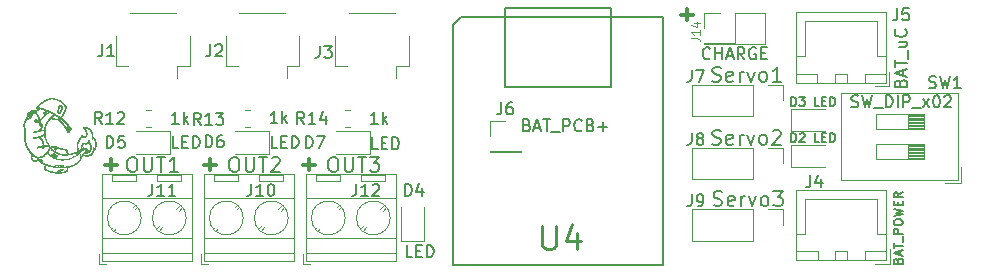
<source format=gbr>
%TF.GenerationSoftware,KiCad,Pcbnew,(6.0.6-0)*%
%TF.CreationDate,2023-07-30T17:28:14+02:00*%
%TF.ProjectId,SR23_T04_Avionics_V1-0-0,53523233-5f54-4303-945f-4176696f6e69,rev?*%
%TF.SameCoordinates,Original*%
%TF.FileFunction,Legend,Top*%
%TF.FilePolarity,Positive*%
%FSLAX46Y46*%
G04 Gerber Fmt 4.6, Leading zero omitted, Abs format (unit mm)*
G04 Created by KiCad (PCBNEW (6.0.6-0)) date 2023-07-30 17:28:14*
%MOMM*%
%LPD*%
G01*
G04 APERTURE LIST*
%ADD10C,0.001000*%
%ADD11C,0.325000*%
%ADD12C,0.200000*%
%ADD13C,0.150000*%
%ADD14C,0.250000*%
%ADD15C,0.080000*%
%ADD16C,0.127000*%
%ADD17C,0.120000*%
G04 APERTURE END LIST*
D10*
G36*
X102597032Y-96918701D02*
G01*
X102597266Y-96918420D01*
X102597525Y-96918177D01*
X102597810Y-96917974D01*
X102597908Y-96917920D01*
X102598004Y-96917857D01*
X102598189Y-96917705D01*
X102598366Y-96917521D01*
X102598532Y-96917307D01*
X102598688Y-96917067D01*
X102598833Y-96916802D01*
X102598967Y-96916516D01*
X102599089Y-96916210D01*
X102599198Y-96915888D01*
X102599295Y-96915552D01*
X102599378Y-96915205D01*
X102599447Y-96914849D01*
X102599502Y-96914487D01*
X102599541Y-96914121D01*
X102599565Y-96913754D01*
X102599574Y-96913388D01*
X102599627Y-96912943D01*
X102599782Y-96912405D01*
X102600035Y-96911781D01*
X102600381Y-96911079D01*
X102600815Y-96910304D01*
X102601332Y-96909463D01*
X102601926Y-96908563D01*
X102602594Y-96907611D01*
X102603330Y-96906614D01*
X102604130Y-96905578D01*
X102604988Y-96904510D01*
X102605899Y-96903417D01*
X102606859Y-96902305D01*
X102607862Y-96901181D01*
X102608905Y-96900052D01*
X102609981Y-96898924D01*
X102616169Y-96892007D01*
X102622741Y-96884069D01*
X102629570Y-96875279D01*
X102636527Y-96865807D01*
X102643484Y-96855823D01*
X102650313Y-96845495D01*
X102656885Y-96834994D01*
X102663073Y-96824488D01*
X102673384Y-96805729D01*
X102683314Y-96786330D01*
X102692715Y-96766647D01*
X102701438Y-96747031D01*
X102709334Y-96727838D01*
X102716255Y-96709419D01*
X102722051Y-96692129D01*
X102724481Y-96684018D01*
X102726573Y-96676322D01*
X102727370Y-96673180D01*
X102728580Y-96668649D01*
X102731512Y-96657801D01*
X102732245Y-96654996D01*
X102732976Y-96652063D01*
X102733686Y-96649088D01*
X102734357Y-96646159D01*
X102734970Y-96643362D01*
X102735506Y-96640785D01*
X102735947Y-96638513D01*
X102736275Y-96636634D01*
X102736890Y-96633040D01*
X102737620Y-96629182D01*
X102738003Y-96627298D01*
X102738384Y-96625522D01*
X102738752Y-96623911D01*
X102739097Y-96622523D01*
X102739996Y-96618538D01*
X102741258Y-96612204D01*
X102742719Y-96604416D01*
X102744212Y-96596065D01*
X102747189Y-96579131D01*
X102748504Y-96571955D01*
X102749053Y-96569123D01*
X102749504Y-96566961D01*
X102751687Y-96554724D01*
X102754796Y-96537856D01*
X102756317Y-96529442D01*
X102757839Y-96521474D01*
X102759161Y-96514862D01*
X102760087Y-96510516D01*
X102762270Y-96500594D01*
X102765379Y-96486704D01*
X102769083Y-96470498D01*
X102771035Y-96462122D01*
X102772787Y-96454954D01*
X102774218Y-96448805D01*
X102775499Y-96443202D01*
X102776483Y-96438756D01*
X102776817Y-96437159D01*
X102777021Y-96436080D01*
X102777192Y-96435210D01*
X102777432Y-96434211D01*
X102777725Y-96433122D01*
X102778057Y-96431979D01*
X102778414Y-96430819D01*
X102778782Y-96429680D01*
X102779146Y-96428599D01*
X102779490Y-96427613D01*
X102779649Y-96427157D01*
X102779796Y-96426715D01*
X102779929Y-96426289D01*
X102780050Y-96425882D01*
X102780157Y-96425496D01*
X102780250Y-96425133D01*
X102780329Y-96424794D01*
X102780394Y-96424482D01*
X102780445Y-96424200D01*
X102780481Y-96423948D01*
X102780501Y-96423729D01*
X102780507Y-96423545D01*
X102780504Y-96423467D01*
X102780497Y-96423399D01*
X102780486Y-96423340D01*
X102780472Y-96423292D01*
X102780453Y-96423254D01*
X102780430Y-96423226D01*
X102780403Y-96423209D01*
X102780372Y-96423204D01*
X102780341Y-96423198D01*
X102780314Y-96423181D01*
X102780273Y-96423115D01*
X102780247Y-96423007D01*
X102780237Y-96422859D01*
X102780243Y-96422673D01*
X102780264Y-96422450D01*
X102780299Y-96422193D01*
X102780350Y-96421903D01*
X102780494Y-96421231D01*
X102780695Y-96420450D01*
X102780948Y-96419574D01*
X102781254Y-96418617D01*
X102781452Y-96418132D01*
X102781650Y-96417607D01*
X102782040Y-96416451D01*
X102782417Y-96415188D01*
X102782775Y-96413855D01*
X102783109Y-96412489D01*
X102783412Y-96411126D01*
X102783678Y-96409806D01*
X102783900Y-96408563D01*
X102784244Y-96406792D01*
X102784737Y-96404812D01*
X102785360Y-96402661D01*
X102786096Y-96400378D01*
X102786929Y-96398002D01*
X102787841Y-96395572D01*
X102788814Y-96393126D01*
X102789831Y-96390704D01*
X102790875Y-96388344D01*
X102791929Y-96386084D01*
X102792975Y-96383964D01*
X102793995Y-96382022D01*
X102794974Y-96380298D01*
X102795893Y-96378829D01*
X102796734Y-96377654D01*
X102797482Y-96376813D01*
X102797847Y-96376518D01*
X102798215Y-96376229D01*
X102798581Y-96375947D01*
X102798945Y-96375675D01*
X102799304Y-96375414D01*
X102799655Y-96375167D01*
X102799997Y-96374934D01*
X102800326Y-96374719D01*
X102800641Y-96374522D01*
X102800939Y-96374345D01*
X102801218Y-96374191D01*
X102801475Y-96374060D01*
X102801709Y-96373955D01*
X102801917Y-96373879D01*
X102802096Y-96373831D01*
X102802174Y-96373819D01*
X102802245Y-96373815D01*
X102805991Y-96374383D01*
X102813798Y-96375915D01*
X102836861Y-96380826D01*
X102861974Y-96386465D01*
X102879679Y-96390748D01*
X102891695Y-96394136D01*
X102903149Y-96397763D01*
X102914065Y-96401643D01*
X102924465Y-96405791D01*
X102934371Y-96410222D01*
X102943806Y-96414951D01*
X102952790Y-96419994D01*
X102961347Y-96425364D01*
X102969499Y-96431078D01*
X102977268Y-96437150D01*
X102984677Y-96443595D01*
X102991747Y-96450428D01*
X102998500Y-96457664D01*
X103004960Y-96465319D01*
X103011148Y-96473406D01*
X103017086Y-96481941D01*
X103021081Y-96488380D01*
X103025928Y-96496871D01*
X103031237Y-96506656D01*
X103036621Y-96516976D01*
X103041691Y-96527073D01*
X103046058Y-96536189D01*
X103049334Y-96543564D01*
X103050441Y-96546362D01*
X103051129Y-96548440D01*
X103051372Y-96549775D01*
X103051512Y-96551614D01*
X103051556Y-96553883D01*
X103051512Y-96556507D01*
X103051194Y-96562519D01*
X103050622Y-96569055D01*
X103049860Y-96575516D01*
X103048971Y-96581306D01*
X103048500Y-96583762D01*
X103048021Y-96585826D01*
X103047542Y-96587424D01*
X103047072Y-96588480D01*
X103046969Y-96588649D01*
X103046859Y-96588887D01*
X103046620Y-96589555D01*
X103046365Y-96590446D01*
X103046102Y-96591523D01*
X103045839Y-96592748D01*
X103045584Y-96594086D01*
X103045346Y-96595498D01*
X103045132Y-96596947D01*
X103044426Y-96600585D01*
X103043456Y-96605281D01*
X103041252Y-96615467D01*
X103037724Y-96630461D01*
X103037398Y-96632202D01*
X103036974Y-96634341D01*
X103036483Y-96636612D01*
X103036224Y-96637714D01*
X103035960Y-96638751D01*
X103035770Y-96639731D01*
X103035601Y-96640669D01*
X103035457Y-96641541D01*
X103035342Y-96642323D01*
X103035260Y-96642988D01*
X103035233Y-96643270D01*
X103035216Y-96643513D01*
X103035208Y-96643715D01*
X103035212Y-96643873D01*
X103035227Y-96643983D01*
X103035239Y-96644019D01*
X103035254Y-96644042D01*
X103035277Y-96644131D01*
X103035280Y-96644263D01*
X103035264Y-96644436D01*
X103035229Y-96644649D01*
X103035108Y-96645183D01*
X103034923Y-96645850D01*
X103034680Y-96646633D01*
X103034386Y-96647515D01*
X103034046Y-96648480D01*
X103033667Y-96649511D01*
X103033264Y-96650562D01*
X103032856Y-96651707D01*
X103032457Y-96652906D01*
X103032079Y-96654119D01*
X103031734Y-96655307D01*
X103031434Y-96656431D01*
X103031192Y-96657452D01*
X103031021Y-96658330D01*
X103030007Y-96662676D01*
X103027802Y-96671273D01*
X103018497Y-96706308D01*
X103016100Y-96714581D01*
X103012381Y-96726361D01*
X103002777Y-96755212D01*
X102993271Y-96782408D01*
X102989677Y-96792121D01*
X102987453Y-96797501D01*
X102987100Y-96798186D01*
X102986768Y-96798852D01*
X102986458Y-96799495D01*
X102986171Y-96800111D01*
X102985908Y-96800697D01*
X102985670Y-96801249D01*
X102985457Y-96801765D01*
X102985270Y-96802241D01*
X102985110Y-96802674D01*
X102984977Y-96803059D01*
X102984873Y-96803395D01*
X102984799Y-96803677D01*
X102984754Y-96803902D01*
X102984743Y-96803993D01*
X102984740Y-96804068D01*
X102984745Y-96804126D01*
X102984757Y-96804169D01*
X102984778Y-96804195D01*
X102984807Y-96804204D01*
X102984764Y-96804872D01*
X102984140Y-96806797D01*
X102981359Y-96813938D01*
X102971115Y-96838026D01*
X102957398Y-96868795D01*
X102943532Y-96898572D01*
X102928241Y-96930470D01*
X102922857Y-96941589D01*
X102918573Y-96950298D01*
X102915082Y-96957204D01*
X102912080Y-96962915D01*
X102909259Y-96968039D01*
X102906314Y-96973184D01*
X102902954Y-96979057D01*
X102900206Y-96983922D01*
X102899150Y-96985826D01*
X102898352Y-96987298D01*
X102897847Y-96988278D01*
X102897716Y-96988565D01*
X102897671Y-96988706D01*
X102897519Y-96989004D01*
X102897084Y-96989731D01*
X102895488Y-96992278D01*
X102893132Y-96995949D01*
X102890262Y-97000348D01*
X102888689Y-97002662D01*
X102887165Y-97004934D01*
X102884398Y-97009123D01*
X102880914Y-97014459D01*
X102878193Y-97018607D01*
X102875355Y-97022804D01*
X102872446Y-97026985D01*
X102869515Y-97031084D01*
X102866608Y-97035033D01*
X102863774Y-97038768D01*
X102861059Y-97042221D01*
X102858513Y-97045327D01*
X102854502Y-97050307D01*
X102849054Y-97056991D01*
X102836817Y-97071962D01*
X102833805Y-97075635D01*
X102830977Y-97078989D01*
X102828319Y-97082034D01*
X102825817Y-97084783D01*
X102823457Y-97087247D01*
X102821224Y-97089437D01*
X102819104Y-97091364D01*
X102817083Y-97093040D01*
X102816105Y-97093788D01*
X102815147Y-97094477D01*
X102814206Y-97095109D01*
X102813281Y-97095685D01*
X102812371Y-97096207D01*
X102811472Y-97096676D01*
X102810584Y-97097093D01*
X102809705Y-97097461D01*
X102808833Y-97097780D01*
X102807966Y-97098052D01*
X102807102Y-97098278D01*
X102806240Y-97098460D01*
X102805378Y-97098599D01*
X102804514Y-97098697D01*
X102803647Y-97098754D01*
X102802773Y-97098773D01*
X102801267Y-97098754D01*
X102799899Y-97098674D01*
X102798634Y-97098496D01*
X102797438Y-97098183D01*
X102796275Y-97097699D01*
X102795109Y-97097006D01*
X102793906Y-97096068D01*
X102792631Y-97094848D01*
X102791249Y-97093311D01*
X102789724Y-97091418D01*
X102788021Y-97089133D01*
X102786105Y-97086420D01*
X102781494Y-97079563D01*
X102775610Y-97070551D01*
X102769938Y-97061908D01*
X102765159Y-97054720D01*
X102761769Y-97049715D01*
X102760750Y-97048258D01*
X102760264Y-97047620D01*
X102759104Y-97046361D01*
X102756670Y-97043629D01*
X102753343Y-97039807D01*
X102749504Y-97035273D01*
X102745359Y-97030474D01*
X102741070Y-97025742D01*
X102736657Y-97021094D01*
X102732138Y-97016543D01*
X102727531Y-97012103D01*
X102722855Y-97007789D01*
X102718127Y-97003616D01*
X102713366Y-96999598D01*
X102708592Y-96995750D01*
X102703820Y-96992085D01*
X102699072Y-96988619D01*
X102694363Y-96985366D01*
X102689714Y-96982340D01*
X102685142Y-96979556D01*
X102680665Y-96977028D01*
X102676303Y-96974772D01*
X102671915Y-96972627D01*
X102667792Y-96970582D01*
X102664396Y-96968868D01*
X102662191Y-96967716D01*
X102658658Y-96965955D01*
X102651652Y-96962358D01*
X102631324Y-96951841D01*
X102625764Y-96948976D01*
X102620418Y-96946122D01*
X102615414Y-96943355D01*
X102610884Y-96940751D01*
X102606958Y-96938386D01*
X102605262Y-96937318D01*
X102603766Y-96936338D01*
X102602485Y-96935457D01*
X102601437Y-96934683D01*
X102600638Y-96934026D01*
X102600103Y-96933497D01*
X102599715Y-96933070D01*
X102599345Y-96932617D01*
X102598993Y-96932141D01*
X102598659Y-96931643D01*
X102598344Y-96931127D01*
X102598047Y-96930593D01*
X102597770Y-96930045D01*
X102597512Y-96929484D01*
X102597056Y-96928333D01*
X102596680Y-96927159D01*
X102596387Y-96925979D01*
X102596178Y-96924809D01*
X102596057Y-96923669D01*
X102596024Y-96922576D01*
X102596041Y-96922052D01*
X102596082Y-96921546D01*
X102596146Y-96921061D01*
X102596233Y-96920598D01*
X102596344Y-96920160D01*
X102596480Y-96919749D01*
X102596639Y-96919368D01*
X102596728Y-96919199D01*
X102633202Y-96919199D01*
X102633203Y-96919431D01*
X102633232Y-96919641D01*
X102633288Y-96919829D01*
X102633371Y-96919996D01*
X102633481Y-96920142D01*
X102633617Y-96920268D01*
X102634534Y-96920828D01*
X102636290Y-96921811D01*
X102641907Y-96924809D01*
X102649641Y-96928800D01*
X102658664Y-96933320D01*
X102672855Y-96940514D01*
X102678108Y-96943248D01*
X102682763Y-96945756D01*
X102687294Y-96948296D01*
X102692175Y-96951130D01*
X102704878Y-96958720D01*
X102710923Y-96962560D01*
X102716950Y-96966666D01*
X102722952Y-96971034D01*
X102728924Y-96975656D01*
X102734861Y-96980528D01*
X102740755Y-96985643D01*
X102746601Y-96990994D01*
X102752393Y-96996578D01*
X102758125Y-97002386D01*
X102763791Y-97008414D01*
X102769385Y-97014655D01*
X102774902Y-97021104D01*
X102780334Y-97027754D01*
X102785678Y-97034600D01*
X102790925Y-97041636D01*
X102796071Y-97048855D01*
X102806125Y-97063319D01*
X102816708Y-97051501D01*
X102822752Y-97044576D01*
X102828943Y-97037084D01*
X102835228Y-97029099D01*
X102841557Y-97020699D01*
X102847878Y-97011960D01*
X102854139Y-97002958D01*
X102860288Y-96993770D01*
X102866274Y-96984473D01*
X102872369Y-96974213D01*
X102879715Y-96961066D01*
X102887975Y-96945682D01*
X102896811Y-96928712D01*
X102905887Y-96910808D01*
X102914866Y-96892621D01*
X102923411Y-96874802D01*
X102931185Y-96858002D01*
X102943928Y-96828759D01*
X102956039Y-96798882D01*
X102967431Y-96768628D01*
X102978016Y-96738256D01*
X102987708Y-96708025D01*
X102996421Y-96678193D01*
X103004067Y-96649018D01*
X103010560Y-96620759D01*
X103013527Y-96606700D01*
X103016075Y-96594180D01*
X103018197Y-96583230D01*
X103019886Y-96573884D01*
X103021138Y-96566175D01*
X103021945Y-96560137D01*
X103022180Y-96557754D01*
X103022302Y-96555801D01*
X103022309Y-96554283D01*
X103022202Y-96553202D01*
X103021374Y-96550109D01*
X103019988Y-96546319D01*
X103018102Y-96541928D01*
X103015774Y-96537032D01*
X103013062Y-96531728D01*
X103010022Y-96526112D01*
X103003195Y-96514330D01*
X102995757Y-96502458D01*
X102991953Y-96496728D01*
X102988169Y-96491265D01*
X102984464Y-96486164D01*
X102980896Y-96481523D01*
X102977522Y-96477437D01*
X102974400Y-96474004D01*
X102971222Y-96470840D01*
X102967790Y-96467646D01*
X102964135Y-96464441D01*
X102960283Y-96461243D01*
X102956265Y-96458072D01*
X102952107Y-96454947D01*
X102947838Y-96451888D01*
X102943488Y-96448912D01*
X102939084Y-96446040D01*
X102934654Y-96443290D01*
X102930227Y-96440682D01*
X102925832Y-96438235D01*
X102921497Y-96435968D01*
X102917251Y-96433899D01*
X102913121Y-96432049D01*
X102909136Y-96430435D01*
X102906930Y-96429621D01*
X102904715Y-96428784D01*
X102900493Y-96427150D01*
X102894496Y-96424791D01*
X102891730Y-96423901D01*
X102886787Y-96422504D01*
X102872249Y-96418662D01*
X102854635Y-96414224D01*
X102837699Y-96410151D01*
X102829946Y-96408358D01*
X102826842Y-96407659D01*
X102824197Y-96407091D01*
X102823034Y-96406858D01*
X102821970Y-96406659D01*
X102821001Y-96406493D01*
X102820121Y-96406362D01*
X102819326Y-96406265D01*
X102818609Y-96406202D01*
X102817966Y-96406175D01*
X102817392Y-96406182D01*
X102816881Y-96406224D01*
X102816429Y-96406302D01*
X102816030Y-96406415D01*
X102815679Y-96406564D01*
X102815372Y-96406749D01*
X102815102Y-96406970D01*
X102814865Y-96407228D01*
X102814655Y-96407521D01*
X102814468Y-96407852D01*
X102814298Y-96408219D01*
X102814141Y-96408624D01*
X102813991Y-96409066D01*
X102813357Y-96411209D01*
X102811590Y-96417529D01*
X102809146Y-96426974D01*
X102806734Y-96436783D01*
X102805763Y-96440960D01*
X102805067Y-96444194D01*
X102803523Y-96451139D01*
X102800657Y-96463773D01*
X102794133Y-96493379D01*
X102786965Y-96527449D01*
X102780689Y-96558477D01*
X102776844Y-96578955D01*
X102775624Y-96585773D01*
X102773559Y-96596594D01*
X102766967Y-96629579D01*
X102761675Y-96655508D01*
X102760827Y-96659582D01*
X102759782Y-96664225D01*
X102757376Y-96674183D01*
X102755003Y-96683314D01*
X102753999Y-96686923D01*
X102753208Y-96689551D01*
X102752343Y-96692117D01*
X102751180Y-96695790D01*
X102749885Y-96700093D01*
X102748622Y-96704544D01*
X102745056Y-96715964D01*
X102740814Y-96728054D01*
X102735956Y-96740700D01*
X102730542Y-96753787D01*
X102724632Y-96767199D01*
X102718286Y-96780821D01*
X102711564Y-96794540D01*
X102704525Y-96808238D01*
X102697230Y-96821803D01*
X102689739Y-96835118D01*
X102682111Y-96848069D01*
X102674407Y-96860540D01*
X102666686Y-96872418D01*
X102659008Y-96883586D01*
X102651434Y-96893929D01*
X102644023Y-96903334D01*
X102642378Y-96905342D01*
X102640878Y-96907202D01*
X102639521Y-96908917D01*
X102638305Y-96910494D01*
X102637226Y-96911937D01*
X102636281Y-96913250D01*
X102635469Y-96914438D01*
X102634785Y-96915505D01*
X102634491Y-96915995D01*
X102634228Y-96916457D01*
X102633995Y-96916890D01*
X102633793Y-96917297D01*
X102633622Y-96917677D01*
X102633480Y-96918031D01*
X102633367Y-96918360D01*
X102633283Y-96918663D01*
X102633228Y-96918943D01*
X102633202Y-96919199D01*
X102596728Y-96919199D01*
X102596823Y-96919017D01*
X102597032Y-96918701D01*
G37*
X102597032Y-96918701D02*
X102597266Y-96918420D01*
X102597525Y-96918177D01*
X102597810Y-96917974D01*
X102597908Y-96917920D01*
X102598004Y-96917857D01*
X102598189Y-96917705D01*
X102598366Y-96917521D01*
X102598532Y-96917307D01*
X102598688Y-96917067D01*
X102598833Y-96916802D01*
X102598967Y-96916516D01*
X102599089Y-96916210D01*
X102599198Y-96915888D01*
X102599295Y-96915552D01*
X102599378Y-96915205D01*
X102599447Y-96914849D01*
X102599502Y-96914487D01*
X102599541Y-96914121D01*
X102599565Y-96913754D01*
X102599574Y-96913388D01*
X102599627Y-96912943D01*
X102599782Y-96912405D01*
X102600035Y-96911781D01*
X102600381Y-96911079D01*
X102600815Y-96910304D01*
X102601332Y-96909463D01*
X102601926Y-96908563D01*
X102602594Y-96907611D01*
X102603330Y-96906614D01*
X102604130Y-96905578D01*
X102604988Y-96904510D01*
X102605899Y-96903417D01*
X102606859Y-96902305D01*
X102607862Y-96901181D01*
X102608905Y-96900052D01*
X102609981Y-96898924D01*
X102616169Y-96892007D01*
X102622741Y-96884069D01*
X102629570Y-96875279D01*
X102636527Y-96865807D01*
X102643484Y-96855823D01*
X102650313Y-96845495D01*
X102656885Y-96834994D01*
X102663073Y-96824488D01*
X102673384Y-96805729D01*
X102683314Y-96786330D01*
X102692715Y-96766647D01*
X102701438Y-96747031D01*
X102709334Y-96727838D01*
X102716255Y-96709419D01*
X102722051Y-96692129D01*
X102724481Y-96684018D01*
X102726573Y-96676322D01*
X102727370Y-96673180D01*
X102728580Y-96668649D01*
X102731512Y-96657801D01*
X102732245Y-96654996D01*
X102732976Y-96652063D01*
X102733686Y-96649088D01*
X102734357Y-96646159D01*
X102734970Y-96643362D01*
X102735506Y-96640785D01*
X102735947Y-96638513D01*
X102736275Y-96636634D01*
X102736890Y-96633040D01*
X102737620Y-96629182D01*
X102738003Y-96627298D01*
X102738384Y-96625522D01*
X102738752Y-96623911D01*
X102739097Y-96622523D01*
X102739996Y-96618538D01*
X102741258Y-96612204D01*
X102742719Y-96604416D01*
X102744212Y-96596065D01*
X102747189Y-96579131D01*
X102748504Y-96571955D01*
X102749053Y-96569123D01*
X102749504Y-96566961D01*
X102751687Y-96554724D01*
X102754796Y-96537856D01*
X102756317Y-96529442D01*
X102757839Y-96521474D01*
X102759161Y-96514862D01*
X102760087Y-96510516D01*
X102762270Y-96500594D01*
X102765379Y-96486704D01*
X102769083Y-96470498D01*
X102771035Y-96462122D01*
X102772787Y-96454954D01*
X102774218Y-96448805D01*
X102775499Y-96443202D01*
X102776483Y-96438756D01*
X102776817Y-96437159D01*
X102777021Y-96436080D01*
X102777192Y-96435210D01*
X102777432Y-96434211D01*
X102777725Y-96433122D01*
X102778057Y-96431979D01*
X102778414Y-96430819D01*
X102778782Y-96429680D01*
X102779146Y-96428599D01*
X102779490Y-96427613D01*
X102779649Y-96427157D01*
X102779796Y-96426715D01*
X102779929Y-96426289D01*
X102780050Y-96425882D01*
X102780157Y-96425496D01*
X102780250Y-96425133D01*
X102780329Y-96424794D01*
X102780394Y-96424482D01*
X102780445Y-96424200D01*
X102780481Y-96423948D01*
X102780501Y-96423729D01*
X102780507Y-96423545D01*
X102780504Y-96423467D01*
X102780497Y-96423399D01*
X102780486Y-96423340D01*
X102780472Y-96423292D01*
X102780453Y-96423254D01*
X102780430Y-96423226D01*
X102780403Y-96423209D01*
X102780372Y-96423204D01*
X102780341Y-96423198D01*
X102780314Y-96423181D01*
X102780273Y-96423115D01*
X102780247Y-96423007D01*
X102780237Y-96422859D01*
X102780243Y-96422673D01*
X102780264Y-96422450D01*
X102780299Y-96422193D01*
X102780350Y-96421903D01*
X102780494Y-96421231D01*
X102780695Y-96420450D01*
X102780948Y-96419574D01*
X102781254Y-96418617D01*
X102781452Y-96418132D01*
X102781650Y-96417607D01*
X102782040Y-96416451D01*
X102782417Y-96415188D01*
X102782775Y-96413855D01*
X102783109Y-96412489D01*
X102783412Y-96411126D01*
X102783678Y-96409806D01*
X102783900Y-96408563D01*
X102784244Y-96406792D01*
X102784737Y-96404812D01*
X102785360Y-96402661D01*
X102786096Y-96400378D01*
X102786929Y-96398002D01*
X102787841Y-96395572D01*
X102788814Y-96393126D01*
X102789831Y-96390704D01*
X102790875Y-96388344D01*
X102791929Y-96386084D01*
X102792975Y-96383964D01*
X102793995Y-96382022D01*
X102794974Y-96380298D01*
X102795893Y-96378829D01*
X102796734Y-96377654D01*
X102797482Y-96376813D01*
X102797847Y-96376518D01*
X102798215Y-96376229D01*
X102798581Y-96375947D01*
X102798945Y-96375675D01*
X102799304Y-96375414D01*
X102799655Y-96375167D01*
X102799997Y-96374934D01*
X102800326Y-96374719D01*
X102800641Y-96374522D01*
X102800939Y-96374345D01*
X102801218Y-96374191D01*
X102801475Y-96374060D01*
X102801709Y-96373955D01*
X102801917Y-96373879D01*
X102802096Y-96373831D01*
X102802174Y-96373819D01*
X102802245Y-96373815D01*
X102805991Y-96374383D01*
X102813798Y-96375915D01*
X102836861Y-96380826D01*
X102861974Y-96386465D01*
X102879679Y-96390748D01*
X102891695Y-96394136D01*
X102903149Y-96397763D01*
X102914065Y-96401643D01*
X102924465Y-96405791D01*
X102934371Y-96410222D01*
X102943806Y-96414951D01*
X102952790Y-96419994D01*
X102961347Y-96425364D01*
X102969499Y-96431078D01*
X102977268Y-96437150D01*
X102984677Y-96443595D01*
X102991747Y-96450428D01*
X102998500Y-96457664D01*
X103004960Y-96465319D01*
X103011148Y-96473406D01*
X103017086Y-96481941D01*
X103021081Y-96488380D01*
X103025928Y-96496871D01*
X103031237Y-96506656D01*
X103036621Y-96516976D01*
X103041691Y-96527073D01*
X103046058Y-96536189D01*
X103049334Y-96543564D01*
X103050441Y-96546362D01*
X103051129Y-96548440D01*
X103051372Y-96549775D01*
X103051512Y-96551614D01*
X103051556Y-96553883D01*
X103051512Y-96556507D01*
X103051194Y-96562519D01*
X103050622Y-96569055D01*
X103049860Y-96575516D01*
X103048971Y-96581306D01*
X103048500Y-96583762D01*
X103048021Y-96585826D01*
X103047542Y-96587424D01*
X103047072Y-96588480D01*
X103046969Y-96588649D01*
X103046859Y-96588887D01*
X103046620Y-96589555D01*
X103046365Y-96590446D01*
X103046102Y-96591523D01*
X103045839Y-96592748D01*
X103045584Y-96594086D01*
X103045346Y-96595498D01*
X103045132Y-96596947D01*
X103044426Y-96600585D01*
X103043456Y-96605281D01*
X103041252Y-96615467D01*
X103037724Y-96630461D01*
X103037398Y-96632202D01*
X103036974Y-96634341D01*
X103036483Y-96636612D01*
X103036224Y-96637714D01*
X103035960Y-96638751D01*
X103035770Y-96639731D01*
X103035601Y-96640669D01*
X103035457Y-96641541D01*
X103035342Y-96642323D01*
X103035260Y-96642988D01*
X103035233Y-96643270D01*
X103035216Y-96643513D01*
X103035208Y-96643715D01*
X103035212Y-96643873D01*
X103035227Y-96643983D01*
X103035239Y-96644019D01*
X103035254Y-96644042D01*
X103035277Y-96644131D01*
X103035280Y-96644263D01*
X103035264Y-96644436D01*
X103035229Y-96644649D01*
X103035108Y-96645183D01*
X103034923Y-96645850D01*
X103034680Y-96646633D01*
X103034386Y-96647515D01*
X103034046Y-96648480D01*
X103033667Y-96649511D01*
X103033264Y-96650562D01*
X103032856Y-96651707D01*
X103032457Y-96652906D01*
X103032079Y-96654119D01*
X103031734Y-96655307D01*
X103031434Y-96656431D01*
X103031192Y-96657452D01*
X103031021Y-96658330D01*
X103030007Y-96662676D01*
X103027802Y-96671273D01*
X103018497Y-96706308D01*
X103016100Y-96714581D01*
X103012381Y-96726361D01*
X103002777Y-96755212D01*
X102993271Y-96782408D01*
X102989677Y-96792121D01*
X102987453Y-96797501D01*
X102987100Y-96798186D01*
X102986768Y-96798852D01*
X102986458Y-96799495D01*
X102986171Y-96800111D01*
X102985908Y-96800697D01*
X102985670Y-96801249D01*
X102985457Y-96801765D01*
X102985270Y-96802241D01*
X102985110Y-96802674D01*
X102984977Y-96803059D01*
X102984873Y-96803395D01*
X102984799Y-96803677D01*
X102984754Y-96803902D01*
X102984743Y-96803993D01*
X102984740Y-96804068D01*
X102984745Y-96804126D01*
X102984757Y-96804169D01*
X102984778Y-96804195D01*
X102984807Y-96804204D01*
X102984764Y-96804872D01*
X102984140Y-96806797D01*
X102981359Y-96813938D01*
X102971115Y-96838026D01*
X102957398Y-96868795D01*
X102943532Y-96898572D01*
X102928241Y-96930470D01*
X102922857Y-96941589D01*
X102918573Y-96950298D01*
X102915082Y-96957204D01*
X102912080Y-96962915D01*
X102909259Y-96968039D01*
X102906314Y-96973184D01*
X102902954Y-96979057D01*
X102900206Y-96983922D01*
X102899150Y-96985826D01*
X102898352Y-96987298D01*
X102897847Y-96988278D01*
X102897716Y-96988565D01*
X102897671Y-96988706D01*
X102897519Y-96989004D01*
X102897084Y-96989731D01*
X102895488Y-96992278D01*
X102893132Y-96995949D01*
X102890262Y-97000348D01*
X102888689Y-97002662D01*
X102887165Y-97004934D01*
X102884398Y-97009123D01*
X102880914Y-97014459D01*
X102878193Y-97018607D01*
X102875355Y-97022804D01*
X102872446Y-97026985D01*
X102869515Y-97031084D01*
X102866608Y-97035033D01*
X102863774Y-97038768D01*
X102861059Y-97042221D01*
X102858513Y-97045327D01*
X102854502Y-97050307D01*
X102849054Y-97056991D01*
X102836817Y-97071962D01*
X102833805Y-97075635D01*
X102830977Y-97078989D01*
X102828319Y-97082034D01*
X102825817Y-97084783D01*
X102823457Y-97087247D01*
X102821224Y-97089437D01*
X102819104Y-97091364D01*
X102817083Y-97093040D01*
X102816105Y-97093788D01*
X102815147Y-97094477D01*
X102814206Y-97095109D01*
X102813281Y-97095685D01*
X102812371Y-97096207D01*
X102811472Y-97096676D01*
X102810584Y-97097093D01*
X102809705Y-97097461D01*
X102808833Y-97097780D01*
X102807966Y-97098052D01*
X102807102Y-97098278D01*
X102806240Y-97098460D01*
X102805378Y-97098599D01*
X102804514Y-97098697D01*
X102803647Y-97098754D01*
X102802773Y-97098773D01*
X102801267Y-97098754D01*
X102799899Y-97098674D01*
X102798634Y-97098496D01*
X102797438Y-97098183D01*
X102796275Y-97097699D01*
X102795109Y-97097006D01*
X102793906Y-97096068D01*
X102792631Y-97094848D01*
X102791249Y-97093311D01*
X102789724Y-97091418D01*
X102788021Y-97089133D01*
X102786105Y-97086420D01*
X102781494Y-97079563D01*
X102775610Y-97070551D01*
X102769938Y-97061908D01*
X102765159Y-97054720D01*
X102761769Y-97049715D01*
X102760750Y-97048258D01*
X102760264Y-97047620D01*
X102759104Y-97046361D01*
X102756670Y-97043629D01*
X102753343Y-97039807D01*
X102749504Y-97035273D01*
X102745359Y-97030474D01*
X102741070Y-97025742D01*
X102736657Y-97021094D01*
X102732138Y-97016543D01*
X102727531Y-97012103D01*
X102722855Y-97007789D01*
X102718127Y-97003616D01*
X102713366Y-96999598D01*
X102708592Y-96995750D01*
X102703820Y-96992085D01*
X102699072Y-96988619D01*
X102694363Y-96985366D01*
X102689714Y-96982340D01*
X102685142Y-96979556D01*
X102680665Y-96977028D01*
X102676303Y-96974772D01*
X102671915Y-96972627D01*
X102667792Y-96970582D01*
X102664396Y-96968868D01*
X102662191Y-96967716D01*
X102658658Y-96965955D01*
X102651652Y-96962358D01*
X102631324Y-96951841D01*
X102625764Y-96948976D01*
X102620418Y-96946122D01*
X102615414Y-96943355D01*
X102610884Y-96940751D01*
X102606958Y-96938386D01*
X102605262Y-96937318D01*
X102603766Y-96936338D01*
X102602485Y-96935457D01*
X102601437Y-96934683D01*
X102600638Y-96934026D01*
X102600103Y-96933497D01*
X102599715Y-96933070D01*
X102599345Y-96932617D01*
X102598993Y-96932141D01*
X102598659Y-96931643D01*
X102598344Y-96931127D01*
X102598047Y-96930593D01*
X102597770Y-96930045D01*
X102597512Y-96929484D01*
X102597056Y-96928333D01*
X102596680Y-96927159D01*
X102596387Y-96925979D01*
X102596178Y-96924809D01*
X102596057Y-96923669D01*
X102596024Y-96922576D01*
X102596041Y-96922052D01*
X102596082Y-96921546D01*
X102596146Y-96921061D01*
X102596233Y-96920598D01*
X102596344Y-96920160D01*
X102596480Y-96919749D01*
X102596639Y-96919368D01*
X102596728Y-96919199D01*
X102633202Y-96919199D01*
X102633203Y-96919431D01*
X102633232Y-96919641D01*
X102633288Y-96919829D01*
X102633371Y-96919996D01*
X102633481Y-96920142D01*
X102633617Y-96920268D01*
X102634534Y-96920828D01*
X102636290Y-96921811D01*
X102641907Y-96924809D01*
X102649641Y-96928800D01*
X102658664Y-96933320D01*
X102672855Y-96940514D01*
X102678108Y-96943248D01*
X102682763Y-96945756D01*
X102687294Y-96948296D01*
X102692175Y-96951130D01*
X102704878Y-96958720D01*
X102710923Y-96962560D01*
X102716950Y-96966666D01*
X102722952Y-96971034D01*
X102728924Y-96975656D01*
X102734861Y-96980528D01*
X102740755Y-96985643D01*
X102746601Y-96990994D01*
X102752393Y-96996578D01*
X102758125Y-97002386D01*
X102763791Y-97008414D01*
X102769385Y-97014655D01*
X102774902Y-97021104D01*
X102780334Y-97027754D01*
X102785678Y-97034600D01*
X102790925Y-97041636D01*
X102796071Y-97048855D01*
X102806125Y-97063319D01*
X102816708Y-97051501D01*
X102822752Y-97044576D01*
X102828943Y-97037084D01*
X102835228Y-97029099D01*
X102841557Y-97020699D01*
X102847878Y-97011960D01*
X102854139Y-97002958D01*
X102860288Y-96993770D01*
X102866274Y-96984473D01*
X102872369Y-96974213D01*
X102879715Y-96961066D01*
X102887975Y-96945682D01*
X102896811Y-96928712D01*
X102905887Y-96910808D01*
X102914866Y-96892621D01*
X102923411Y-96874802D01*
X102931185Y-96858002D01*
X102943928Y-96828759D01*
X102956039Y-96798882D01*
X102967431Y-96768628D01*
X102978016Y-96738256D01*
X102987708Y-96708025D01*
X102996421Y-96678193D01*
X103004067Y-96649018D01*
X103010560Y-96620759D01*
X103013527Y-96606700D01*
X103016075Y-96594180D01*
X103018197Y-96583230D01*
X103019886Y-96573884D01*
X103021138Y-96566175D01*
X103021945Y-96560137D01*
X103022180Y-96557754D01*
X103022302Y-96555801D01*
X103022309Y-96554283D01*
X103022202Y-96553202D01*
X103021374Y-96550109D01*
X103019988Y-96546319D01*
X103018102Y-96541928D01*
X103015774Y-96537032D01*
X103013062Y-96531728D01*
X103010022Y-96526112D01*
X103003195Y-96514330D01*
X102995757Y-96502458D01*
X102991953Y-96496728D01*
X102988169Y-96491265D01*
X102984464Y-96486164D01*
X102980896Y-96481523D01*
X102977522Y-96477437D01*
X102974400Y-96474004D01*
X102971222Y-96470840D01*
X102967790Y-96467646D01*
X102964135Y-96464441D01*
X102960283Y-96461243D01*
X102956265Y-96458072D01*
X102952107Y-96454947D01*
X102947838Y-96451888D01*
X102943488Y-96448912D01*
X102939084Y-96446040D01*
X102934654Y-96443290D01*
X102930227Y-96440682D01*
X102925832Y-96438235D01*
X102921497Y-96435968D01*
X102917251Y-96433899D01*
X102913121Y-96432049D01*
X102909136Y-96430435D01*
X102906930Y-96429621D01*
X102904715Y-96428784D01*
X102900493Y-96427150D01*
X102894496Y-96424791D01*
X102891730Y-96423901D01*
X102886787Y-96422504D01*
X102872249Y-96418662D01*
X102854635Y-96414224D01*
X102837699Y-96410151D01*
X102829946Y-96408358D01*
X102826842Y-96407659D01*
X102824197Y-96407091D01*
X102823034Y-96406858D01*
X102821970Y-96406659D01*
X102821001Y-96406493D01*
X102820121Y-96406362D01*
X102819326Y-96406265D01*
X102818609Y-96406202D01*
X102817966Y-96406175D01*
X102817392Y-96406182D01*
X102816881Y-96406224D01*
X102816429Y-96406302D01*
X102816030Y-96406415D01*
X102815679Y-96406564D01*
X102815372Y-96406749D01*
X102815102Y-96406970D01*
X102814865Y-96407228D01*
X102814655Y-96407521D01*
X102814468Y-96407852D01*
X102814298Y-96408219D01*
X102814141Y-96408624D01*
X102813991Y-96409066D01*
X102813357Y-96411209D01*
X102811590Y-96417529D01*
X102809146Y-96426974D01*
X102806734Y-96436783D01*
X102805763Y-96440960D01*
X102805067Y-96444194D01*
X102803523Y-96451139D01*
X102800657Y-96463773D01*
X102794133Y-96493379D01*
X102786965Y-96527449D01*
X102780689Y-96558477D01*
X102776844Y-96578955D01*
X102775624Y-96585773D01*
X102773559Y-96596594D01*
X102766967Y-96629579D01*
X102761675Y-96655508D01*
X102760827Y-96659582D01*
X102759782Y-96664225D01*
X102757376Y-96674183D01*
X102755003Y-96683314D01*
X102753999Y-96686923D01*
X102753208Y-96689551D01*
X102752343Y-96692117D01*
X102751180Y-96695790D01*
X102749885Y-96700093D01*
X102748622Y-96704544D01*
X102745056Y-96715964D01*
X102740814Y-96728054D01*
X102735956Y-96740700D01*
X102730542Y-96753787D01*
X102724632Y-96767199D01*
X102718286Y-96780821D01*
X102711564Y-96794540D01*
X102704525Y-96808238D01*
X102697230Y-96821803D01*
X102689739Y-96835118D01*
X102682111Y-96848069D01*
X102674407Y-96860540D01*
X102666686Y-96872418D01*
X102659008Y-96883586D01*
X102651434Y-96893929D01*
X102644023Y-96903334D01*
X102642378Y-96905342D01*
X102640878Y-96907202D01*
X102639521Y-96908917D01*
X102638305Y-96910494D01*
X102637226Y-96911937D01*
X102636281Y-96913250D01*
X102635469Y-96914438D01*
X102634785Y-96915505D01*
X102634491Y-96915995D01*
X102634228Y-96916457D01*
X102633995Y-96916890D01*
X102633793Y-96917297D01*
X102633622Y-96917677D01*
X102633480Y-96918031D01*
X102633367Y-96918360D01*
X102633283Y-96918663D01*
X102633228Y-96918943D01*
X102633202Y-96919199D01*
X102596728Y-96919199D01*
X102596823Y-96919017D01*
X102597032Y-96918701D01*
G36*
X101625992Y-96882443D02*
G01*
X101628191Y-96882583D01*
X101630405Y-96882829D01*
X101632618Y-96883178D01*
X101634817Y-96883628D01*
X101636987Y-96884178D01*
X101639114Y-96884824D01*
X101641183Y-96885566D01*
X101643179Y-96886401D01*
X101645089Y-96887326D01*
X101646897Y-96888341D01*
X101647992Y-96889040D01*
X101649028Y-96889753D01*
X101650013Y-96890482D01*
X101650949Y-96891232D01*
X101651841Y-96892009D01*
X101652695Y-96892815D01*
X101653515Y-96893656D01*
X101654306Y-96894537D01*
X101655071Y-96895460D01*
X101655817Y-96896432D01*
X101656547Y-96897455D01*
X101657266Y-96898536D01*
X101657979Y-96899677D01*
X101658690Y-96900884D01*
X101659404Y-96902160D01*
X101660126Y-96903511D01*
X101665418Y-96913741D01*
X101662420Y-96951136D01*
X101661179Y-96966862D01*
X101660171Y-96981960D01*
X101659492Y-96994742D01*
X101659308Y-96999738D01*
X101659244Y-97003523D01*
X101659188Y-97008943D01*
X101659085Y-97014030D01*
X101658934Y-97018795D01*
X101658732Y-97023248D01*
X101658478Y-97027401D01*
X101658172Y-97031264D01*
X101657810Y-97034847D01*
X101657392Y-97038161D01*
X101656917Y-97041217D01*
X101656382Y-97044025D01*
X101655786Y-97046596D01*
X101655127Y-97048940D01*
X101654404Y-97051069D01*
X101653616Y-97052991D01*
X101652760Y-97054719D01*
X101651836Y-97056263D01*
X101650545Y-97058101D01*
X101649184Y-97059842D01*
X101647757Y-97061486D01*
X101646263Y-97063032D01*
X101644706Y-97064479D01*
X101643086Y-97065825D01*
X101641406Y-97067071D01*
X101639665Y-97068213D01*
X101637867Y-97069253D01*
X101636013Y-97070188D01*
X101634104Y-97071018D01*
X101632141Y-97071741D01*
X101630127Y-97072357D01*
X101628063Y-97072864D01*
X101625950Y-97073262D01*
X101623790Y-97073549D01*
X101621457Y-97073733D01*
X101619216Y-97073818D01*
X101617057Y-97073802D01*
X101614974Y-97073682D01*
X101612957Y-97073454D01*
X101611000Y-97073115D01*
X101609095Y-97072663D01*
X101607232Y-97072094D01*
X101605404Y-97071405D01*
X101603604Y-97070594D01*
X101601822Y-97069656D01*
X101600052Y-97068589D01*
X101598285Y-97067389D01*
X101596513Y-97066054D01*
X101594728Y-97064581D01*
X101592922Y-97062966D01*
X101590916Y-97061037D01*
X101589122Y-97059126D01*
X101587533Y-97057191D01*
X101586137Y-97055194D01*
X101584925Y-97053093D01*
X101583887Y-97050849D01*
X101583014Y-97048421D01*
X101582295Y-97045768D01*
X101581721Y-97042851D01*
X101581281Y-97039629D01*
X101580967Y-97036062D01*
X101580768Y-97032109D01*
X101580674Y-97027730D01*
X101580676Y-97022886D01*
X101580928Y-97011637D01*
X101581654Y-96995605D01*
X101582606Y-96979159D01*
X101583728Y-96962945D01*
X101584963Y-96947608D01*
X101586256Y-96933792D01*
X101587551Y-96922142D01*
X101588792Y-96913303D01*
X101589375Y-96910139D01*
X101589924Y-96907920D01*
X101590581Y-96906118D01*
X101591418Y-96904292D01*
X101592420Y-96902457D01*
X101593573Y-96900625D01*
X101594862Y-96898811D01*
X101596274Y-96897028D01*
X101597793Y-96895290D01*
X101599405Y-96893611D01*
X101601095Y-96892004D01*
X101602850Y-96890483D01*
X101604654Y-96889062D01*
X101606493Y-96887754D01*
X101608353Y-96886573D01*
X101610219Y-96885534D01*
X101612077Y-96884648D01*
X101613913Y-96883931D01*
X101615721Y-96883395D01*
X101617631Y-96882978D01*
X101619627Y-96882675D01*
X101621696Y-96882487D01*
X101623822Y-96882410D01*
X101625992Y-96882443D01*
G37*
X101625992Y-96882443D02*
X101628191Y-96882583D01*
X101630405Y-96882829D01*
X101632618Y-96883178D01*
X101634817Y-96883628D01*
X101636987Y-96884178D01*
X101639114Y-96884824D01*
X101641183Y-96885566D01*
X101643179Y-96886401D01*
X101645089Y-96887326D01*
X101646897Y-96888341D01*
X101647992Y-96889040D01*
X101649028Y-96889753D01*
X101650013Y-96890482D01*
X101650949Y-96891232D01*
X101651841Y-96892009D01*
X101652695Y-96892815D01*
X101653515Y-96893656D01*
X101654306Y-96894537D01*
X101655071Y-96895460D01*
X101655817Y-96896432D01*
X101656547Y-96897455D01*
X101657266Y-96898536D01*
X101657979Y-96899677D01*
X101658690Y-96900884D01*
X101659404Y-96902160D01*
X101660126Y-96903511D01*
X101665418Y-96913741D01*
X101662420Y-96951136D01*
X101661179Y-96966862D01*
X101660171Y-96981960D01*
X101659492Y-96994742D01*
X101659308Y-96999738D01*
X101659244Y-97003523D01*
X101659188Y-97008943D01*
X101659085Y-97014030D01*
X101658934Y-97018795D01*
X101658732Y-97023248D01*
X101658478Y-97027401D01*
X101658172Y-97031264D01*
X101657810Y-97034847D01*
X101657392Y-97038161D01*
X101656917Y-97041217D01*
X101656382Y-97044025D01*
X101655786Y-97046596D01*
X101655127Y-97048940D01*
X101654404Y-97051069D01*
X101653616Y-97052991D01*
X101652760Y-97054719D01*
X101651836Y-97056263D01*
X101650545Y-97058101D01*
X101649184Y-97059842D01*
X101647757Y-97061486D01*
X101646263Y-97063032D01*
X101644706Y-97064479D01*
X101643086Y-97065825D01*
X101641406Y-97067071D01*
X101639665Y-97068213D01*
X101637867Y-97069253D01*
X101636013Y-97070188D01*
X101634104Y-97071018D01*
X101632141Y-97071741D01*
X101630127Y-97072357D01*
X101628063Y-97072864D01*
X101625950Y-97073262D01*
X101623790Y-97073549D01*
X101621457Y-97073733D01*
X101619216Y-97073818D01*
X101617057Y-97073802D01*
X101614974Y-97073682D01*
X101612957Y-97073454D01*
X101611000Y-97073115D01*
X101609095Y-97072663D01*
X101607232Y-97072094D01*
X101605404Y-97071405D01*
X101603604Y-97070594D01*
X101601822Y-97069656D01*
X101600052Y-97068589D01*
X101598285Y-97067389D01*
X101596513Y-97066054D01*
X101594728Y-97064581D01*
X101592922Y-97062966D01*
X101590916Y-97061037D01*
X101589122Y-97059126D01*
X101587533Y-97057191D01*
X101586137Y-97055194D01*
X101584925Y-97053093D01*
X101583887Y-97050849D01*
X101583014Y-97048421D01*
X101582295Y-97045768D01*
X101581721Y-97042851D01*
X101581281Y-97039629D01*
X101580967Y-97036062D01*
X101580768Y-97032109D01*
X101580674Y-97027730D01*
X101580676Y-97022886D01*
X101580928Y-97011637D01*
X101581654Y-96995605D01*
X101582606Y-96979159D01*
X101583728Y-96962945D01*
X101584963Y-96947608D01*
X101586256Y-96933792D01*
X101587551Y-96922142D01*
X101588792Y-96913303D01*
X101589375Y-96910139D01*
X101589924Y-96907920D01*
X101590581Y-96906118D01*
X101591418Y-96904292D01*
X101592420Y-96902457D01*
X101593573Y-96900625D01*
X101594862Y-96898811D01*
X101596274Y-96897028D01*
X101597793Y-96895290D01*
X101599405Y-96893611D01*
X101601095Y-96892004D01*
X101602850Y-96890483D01*
X101604654Y-96889062D01*
X101606493Y-96887754D01*
X101608353Y-96886573D01*
X101610219Y-96885534D01*
X101612077Y-96884648D01*
X101613913Y-96883931D01*
X101615721Y-96883395D01*
X101617631Y-96882978D01*
X101619627Y-96882675D01*
X101621696Y-96882487D01*
X101623822Y-96882410D01*
X101625992Y-96882443D01*
G36*
X101528259Y-96971258D02*
G01*
X101529976Y-96971398D01*
X101531683Y-96971613D01*
X101533377Y-96971900D01*
X101535056Y-96972260D01*
X101536716Y-96972689D01*
X101538354Y-96973187D01*
X101539969Y-96973753D01*
X101541556Y-96974384D01*
X101543114Y-96975080D01*
X101544640Y-96975839D01*
X101546130Y-96976660D01*
X101547581Y-96977540D01*
X101548992Y-96978480D01*
X101550359Y-96979477D01*
X101551679Y-96980529D01*
X101552950Y-96981637D01*
X101554169Y-96982797D01*
X101555333Y-96984009D01*
X101556438Y-96985272D01*
X101557484Y-96986583D01*
X101558465Y-96987941D01*
X101559381Y-96989346D01*
X101560227Y-96990795D01*
X101561002Y-96992288D01*
X101561701Y-96993822D01*
X101562468Y-96996757D01*
X101563361Y-97001922D01*
X101565422Y-97017750D01*
X101567673Y-97038910D01*
X101569903Y-97063010D01*
X101571902Y-97087655D01*
X101573459Y-97110453D01*
X101574362Y-97129009D01*
X101574402Y-97140930D01*
X101574176Y-97143862D01*
X101573826Y-97146643D01*
X101573349Y-97149280D01*
X101573061Y-97150546D01*
X101572740Y-97151778D01*
X101572385Y-97152977D01*
X101571995Y-97154144D01*
X101571571Y-97155279D01*
X101571112Y-97156383D01*
X101570617Y-97157458D01*
X101570085Y-97158503D01*
X101569517Y-97159520D01*
X101568911Y-97160509D01*
X101568268Y-97161471D01*
X101567587Y-97162408D01*
X101566867Y-97163319D01*
X101566107Y-97164205D01*
X101565308Y-97165068D01*
X101564469Y-97165907D01*
X101563590Y-97166725D01*
X101562669Y-97167521D01*
X101561706Y-97168296D01*
X101560702Y-97169051D01*
X101558565Y-97170505D01*
X101556253Y-97171889D01*
X101553764Y-97173209D01*
X101551021Y-97174495D01*
X101548285Y-97175574D01*
X101545559Y-97176446D01*
X101542844Y-97177112D01*
X101540144Y-97177570D01*
X101537461Y-97177823D01*
X101534798Y-97177868D01*
X101532156Y-97177707D01*
X101529540Y-97177339D01*
X101526951Y-97176764D01*
X101524392Y-97175983D01*
X101521865Y-97174995D01*
X101519374Y-97173800D01*
X101516920Y-97172399D01*
X101514507Y-97170791D01*
X101512136Y-97168976D01*
X101510272Y-97167359D01*
X101508576Y-97165733D01*
X101507038Y-97164070D01*
X101505648Y-97162345D01*
X101504397Y-97160530D01*
X101503275Y-97158601D01*
X101502271Y-97156530D01*
X101501376Y-97154291D01*
X101500581Y-97151858D01*
X101499875Y-97149204D01*
X101499249Y-97146303D01*
X101498692Y-97143129D01*
X101498195Y-97139655D01*
X101497749Y-97135855D01*
X101496967Y-97127171D01*
X101494784Y-97099060D01*
X101491675Y-97062613D01*
X101490278Y-97045402D01*
X101489095Y-97029827D01*
X101488277Y-97017593D01*
X101488050Y-97013260D01*
X101487971Y-97010402D01*
X101487971Y-97008677D01*
X101488036Y-97006976D01*
X101488166Y-97005300D01*
X101488359Y-97003650D01*
X101488615Y-97002027D01*
X101488933Y-97000433D01*
X101489312Y-96998868D01*
X101489751Y-96997333D01*
X101490250Y-96995829D01*
X101490808Y-96994359D01*
X101491423Y-96992922D01*
X101492095Y-96991519D01*
X101492823Y-96990153D01*
X101493606Y-96988824D01*
X101494444Y-96987533D01*
X101495335Y-96986281D01*
X101496279Y-96985069D01*
X101497275Y-96983899D01*
X101498322Y-96982771D01*
X101499419Y-96981687D01*
X101500565Y-96980648D01*
X101501760Y-96979654D01*
X101503003Y-96978707D01*
X101504292Y-96977809D01*
X101505628Y-96976959D01*
X101507009Y-96976160D01*
X101508433Y-96975411D01*
X101509902Y-96974716D01*
X101511413Y-96974073D01*
X101512966Y-96973486D01*
X101514559Y-96972954D01*
X101516193Y-96972478D01*
X101517902Y-96972058D01*
X101519621Y-96971722D01*
X101521346Y-96971469D01*
X101523075Y-96971297D01*
X101524806Y-96971206D01*
X101526535Y-96971193D01*
X101528259Y-96971258D01*
G37*
X101528259Y-96971258D02*
X101529976Y-96971398D01*
X101531683Y-96971613D01*
X101533377Y-96971900D01*
X101535056Y-96972260D01*
X101536716Y-96972689D01*
X101538354Y-96973187D01*
X101539969Y-96973753D01*
X101541556Y-96974384D01*
X101543114Y-96975080D01*
X101544640Y-96975839D01*
X101546130Y-96976660D01*
X101547581Y-96977540D01*
X101548992Y-96978480D01*
X101550359Y-96979477D01*
X101551679Y-96980529D01*
X101552950Y-96981637D01*
X101554169Y-96982797D01*
X101555333Y-96984009D01*
X101556438Y-96985272D01*
X101557484Y-96986583D01*
X101558465Y-96987941D01*
X101559381Y-96989346D01*
X101560227Y-96990795D01*
X101561002Y-96992288D01*
X101561701Y-96993822D01*
X101562468Y-96996757D01*
X101563361Y-97001922D01*
X101565422Y-97017750D01*
X101567673Y-97038910D01*
X101569903Y-97063010D01*
X101571902Y-97087655D01*
X101573459Y-97110453D01*
X101574362Y-97129009D01*
X101574402Y-97140930D01*
X101574176Y-97143862D01*
X101573826Y-97146643D01*
X101573349Y-97149280D01*
X101573061Y-97150546D01*
X101572740Y-97151778D01*
X101572385Y-97152977D01*
X101571995Y-97154144D01*
X101571571Y-97155279D01*
X101571112Y-97156383D01*
X101570617Y-97157458D01*
X101570085Y-97158503D01*
X101569517Y-97159520D01*
X101568911Y-97160509D01*
X101568268Y-97161471D01*
X101567587Y-97162408D01*
X101566867Y-97163319D01*
X101566107Y-97164205D01*
X101565308Y-97165068D01*
X101564469Y-97165907D01*
X101563590Y-97166725D01*
X101562669Y-97167521D01*
X101561706Y-97168296D01*
X101560702Y-97169051D01*
X101558565Y-97170505D01*
X101556253Y-97171889D01*
X101553764Y-97173209D01*
X101551021Y-97174495D01*
X101548285Y-97175574D01*
X101545559Y-97176446D01*
X101542844Y-97177112D01*
X101540144Y-97177570D01*
X101537461Y-97177823D01*
X101534798Y-97177868D01*
X101532156Y-97177707D01*
X101529540Y-97177339D01*
X101526951Y-97176764D01*
X101524392Y-97175983D01*
X101521865Y-97174995D01*
X101519374Y-97173800D01*
X101516920Y-97172399D01*
X101514507Y-97170791D01*
X101512136Y-97168976D01*
X101510272Y-97167359D01*
X101508576Y-97165733D01*
X101507038Y-97164070D01*
X101505648Y-97162345D01*
X101504397Y-97160530D01*
X101503275Y-97158601D01*
X101502271Y-97156530D01*
X101501376Y-97154291D01*
X101500581Y-97151858D01*
X101499875Y-97149204D01*
X101499249Y-97146303D01*
X101498692Y-97143129D01*
X101498195Y-97139655D01*
X101497749Y-97135855D01*
X101496967Y-97127171D01*
X101494784Y-97099060D01*
X101491675Y-97062613D01*
X101490278Y-97045402D01*
X101489095Y-97029827D01*
X101488277Y-97017593D01*
X101488050Y-97013260D01*
X101487971Y-97010402D01*
X101487971Y-97008677D01*
X101488036Y-97006976D01*
X101488166Y-97005300D01*
X101488359Y-97003650D01*
X101488615Y-97002027D01*
X101488933Y-97000433D01*
X101489312Y-96998868D01*
X101489751Y-96997333D01*
X101490250Y-96995829D01*
X101490808Y-96994359D01*
X101491423Y-96992922D01*
X101492095Y-96991519D01*
X101492823Y-96990153D01*
X101493606Y-96988824D01*
X101494444Y-96987533D01*
X101495335Y-96986281D01*
X101496279Y-96985069D01*
X101497275Y-96983899D01*
X101498322Y-96982771D01*
X101499419Y-96981687D01*
X101500565Y-96980648D01*
X101501760Y-96979654D01*
X101503003Y-96978707D01*
X101504292Y-96977809D01*
X101505628Y-96976959D01*
X101507009Y-96976160D01*
X101508433Y-96975411D01*
X101509902Y-96974716D01*
X101511413Y-96974073D01*
X101512966Y-96973486D01*
X101514559Y-96972954D01*
X101516193Y-96972478D01*
X101517902Y-96972058D01*
X101519621Y-96971722D01*
X101521346Y-96971469D01*
X101523075Y-96971297D01*
X101524806Y-96971206D01*
X101526535Y-96971193D01*
X101528259Y-96971258D01*
G36*
X103448383Y-98294737D02*
G01*
X103448265Y-98292416D01*
X103448183Y-98290349D01*
X103448139Y-98288510D01*
X103448138Y-98286876D01*
X103448183Y-98285423D01*
X103448224Y-98284756D01*
X103448277Y-98284125D01*
X103448343Y-98283528D01*
X103448423Y-98282960D01*
X103448517Y-98282419D01*
X103448625Y-98281901D01*
X103448748Y-98281405D01*
X103448886Y-98280926D01*
X103449040Y-98280462D01*
X103449210Y-98280010D01*
X103449397Y-98279567D01*
X103449600Y-98279129D01*
X103449820Y-98278693D01*
X103450059Y-98278257D01*
X103450590Y-98277372D01*
X103451198Y-98276449D01*
X103451884Y-98275463D01*
X103452842Y-98274105D01*
X103453861Y-98272809D01*
X103454943Y-98271576D01*
X103456088Y-98270406D01*
X103457295Y-98269298D01*
X103458566Y-98268254D01*
X103459901Y-98267274D01*
X103461299Y-98266357D01*
X103462762Y-98265504D01*
X103464289Y-98264716D01*
X103465880Y-98263992D01*
X103467536Y-98263334D01*
X103469258Y-98262740D01*
X103471044Y-98262211D01*
X103472897Y-98261749D01*
X103474815Y-98261352D01*
X103477566Y-98260835D01*
X103480324Y-98260409D01*
X103483085Y-98260072D01*
X103485845Y-98259825D01*
X103488599Y-98259667D01*
X103491341Y-98259597D01*
X103494069Y-98259615D01*
X103496776Y-98259720D01*
X103499458Y-98259912D01*
X103502111Y-98260191D01*
X103504729Y-98260555D01*
X103507309Y-98261005D01*
X103509846Y-98261539D01*
X103512334Y-98262157D01*
X103514770Y-98262859D01*
X103517148Y-98263645D01*
X103521196Y-98265202D01*
X103525296Y-98267021D01*
X103529434Y-98269087D01*
X103533601Y-98271387D01*
X103541970Y-98276636D01*
X103550310Y-98282656D01*
X103558525Y-98289341D01*
X103566522Y-98296579D01*
X103574208Y-98304264D01*
X103581487Y-98312284D01*
X103588265Y-98320532D01*
X103594450Y-98328899D01*
X103599946Y-98337274D01*
X103604660Y-98345550D01*
X103608497Y-98353617D01*
X103610057Y-98357539D01*
X103611364Y-98361367D01*
X103612404Y-98365088D01*
X103613166Y-98368689D01*
X103613638Y-98372156D01*
X103613810Y-98375476D01*
X103613772Y-98377297D01*
X103613661Y-98379121D01*
X103613477Y-98380946D01*
X103613222Y-98382768D01*
X103612897Y-98384587D01*
X103612505Y-98386399D01*
X103612046Y-98388203D01*
X103611522Y-98389995D01*
X103610934Y-98391774D01*
X103610285Y-98393537D01*
X103609575Y-98395282D01*
X103608805Y-98397006D01*
X103607978Y-98398708D01*
X103607095Y-98400385D01*
X103605167Y-98403654D01*
X103603031Y-98406795D01*
X103601890Y-98408311D01*
X103600701Y-98409789D01*
X103599467Y-98411225D01*
X103598188Y-98412618D01*
X103596866Y-98413964D01*
X103595504Y-98415262D01*
X103594101Y-98416510D01*
X103592660Y-98417705D01*
X103591183Y-98418844D01*
X103589670Y-98419926D01*
X103588123Y-98420947D01*
X103586544Y-98421907D01*
X103584934Y-98422802D01*
X103583294Y-98423630D01*
X103580035Y-98425115D01*
X103578560Y-98425738D01*
X103577162Y-98426286D01*
X103575821Y-98426765D01*
X103574517Y-98427177D01*
X103573229Y-98427527D01*
X103571939Y-98427819D01*
X103570627Y-98428057D01*
X103569271Y-98428246D01*
X103567853Y-98428390D01*
X103566353Y-98428491D01*
X103564750Y-98428556D01*
X103563025Y-98428588D01*
X103559129Y-98428569D01*
X103553832Y-98428292D01*
X103548593Y-98427728D01*
X103543418Y-98426878D01*
X103538310Y-98425744D01*
X103533274Y-98424328D01*
X103528316Y-98422631D01*
X103523439Y-98420656D01*
X103518648Y-98418404D01*
X103513948Y-98415878D01*
X103509344Y-98413078D01*
X103504840Y-98410007D01*
X103500441Y-98406666D01*
X103496152Y-98403058D01*
X103491977Y-98399184D01*
X103487921Y-98395045D01*
X103483988Y-98390645D01*
X103482701Y-98389125D01*
X103481548Y-98387732D01*
X103480522Y-98386452D01*
X103479616Y-98385271D01*
X103478825Y-98384174D01*
X103478140Y-98383148D01*
X103477555Y-98382179D01*
X103477064Y-98381252D01*
X103476660Y-98380355D01*
X103476488Y-98379913D01*
X103476336Y-98379473D01*
X103476202Y-98379033D01*
X103476085Y-98378591D01*
X103475901Y-98377697D01*
X103475777Y-98376776D01*
X103475706Y-98375814D01*
X103475682Y-98374797D01*
X103475697Y-98373712D01*
X103475714Y-98372852D01*
X103475697Y-98371993D01*
X103475648Y-98371134D01*
X103475565Y-98370278D01*
X103475449Y-98369423D01*
X103475300Y-98368571D01*
X103475118Y-98367722D01*
X103474904Y-98366877D01*
X103474655Y-98366035D01*
X103474374Y-98365199D01*
X103474060Y-98364367D01*
X103473713Y-98363542D01*
X103473333Y-98362722D01*
X103472919Y-98361909D01*
X103472473Y-98361104D01*
X103471993Y-98360306D01*
X103470219Y-98357262D01*
X103468016Y-98353182D01*
X103465503Y-98348304D01*
X103462799Y-98342866D01*
X103460019Y-98337105D01*
X103457284Y-98331260D01*
X103454709Y-98325568D01*
X103452414Y-98320266D01*
X103452085Y-98319441D01*
X103451762Y-98318492D01*
X103451138Y-98316261D01*
X103450550Y-98313646D01*
X103450011Y-98310719D01*
X103449529Y-98307552D01*
X103449115Y-98304217D01*
X103448780Y-98300788D01*
X103448598Y-98298235D01*
X103476470Y-98298235D01*
X103476471Y-98298909D01*
X103476490Y-98299586D01*
X103476526Y-98300261D01*
X103476578Y-98300931D01*
X103476645Y-98301591D01*
X103476727Y-98302236D01*
X103476822Y-98302862D01*
X103476930Y-98303465D01*
X103477050Y-98304041D01*
X103477182Y-98304584D01*
X103477324Y-98305091D01*
X103477476Y-98305557D01*
X103477637Y-98305978D01*
X103478152Y-98307057D01*
X103478637Y-98308107D01*
X103479091Y-98309126D01*
X103479514Y-98310110D01*
X103479905Y-98311055D01*
X103480264Y-98311959D01*
X103480588Y-98312818D01*
X103480879Y-98313629D01*
X103481134Y-98314388D01*
X103481353Y-98315092D01*
X103481536Y-98315738D01*
X103481681Y-98316322D01*
X103481787Y-98316841D01*
X103481855Y-98317291D01*
X103481883Y-98317670D01*
X103481871Y-98317973D01*
X103481856Y-98318054D01*
X103481846Y-98318134D01*
X103481840Y-98318211D01*
X103481837Y-98318287D01*
X103481839Y-98318360D01*
X103481845Y-98318431D01*
X103481855Y-98318499D01*
X103481868Y-98318565D01*
X103481886Y-98318629D01*
X103481907Y-98318691D01*
X103481932Y-98318750D01*
X103481961Y-98318807D01*
X103481993Y-98318861D01*
X103482030Y-98318913D01*
X103482070Y-98318962D01*
X103482113Y-98319009D01*
X103482161Y-98319053D01*
X103482212Y-98319095D01*
X103482266Y-98319134D01*
X103482324Y-98319170D01*
X103482385Y-98319204D01*
X103482450Y-98319234D01*
X103482519Y-98319262D01*
X103482590Y-98319287D01*
X103482665Y-98319310D01*
X103482744Y-98319329D01*
X103482825Y-98319346D01*
X103482910Y-98319359D01*
X103482998Y-98319370D01*
X103483090Y-98319378D01*
X103483282Y-98319384D01*
X103483367Y-98319393D01*
X103483457Y-98319421D01*
X103483651Y-98319528D01*
X103483861Y-98319703D01*
X103484084Y-98319941D01*
X103484319Y-98320239D01*
X103484562Y-98320593D01*
X103484813Y-98321000D01*
X103485068Y-98321457D01*
X103485325Y-98321958D01*
X103485581Y-98322502D01*
X103485836Y-98323084D01*
X103486085Y-98323700D01*
X103486327Y-98324347D01*
X103486559Y-98325022D01*
X103486780Y-98325721D01*
X103486986Y-98326440D01*
X103487219Y-98327158D01*
X103487456Y-98327857D01*
X103487693Y-98328532D01*
X103487931Y-98329179D01*
X103488168Y-98329795D01*
X103488403Y-98330377D01*
X103488634Y-98330921D01*
X103488860Y-98331423D01*
X103489080Y-98331879D01*
X103489293Y-98332286D01*
X103489496Y-98332640D01*
X103489690Y-98332938D01*
X103489782Y-98333065D01*
X103489872Y-98333177D01*
X103489958Y-98333272D01*
X103490041Y-98333351D01*
X103490121Y-98333414D01*
X103490197Y-98333459D01*
X103490269Y-98333486D01*
X103490337Y-98333495D01*
X103490420Y-98333501D01*
X103490504Y-98333518D01*
X103490589Y-98333545D01*
X103490675Y-98333583D01*
X103490847Y-98333689D01*
X103491021Y-98333834D01*
X103491194Y-98334015D01*
X103491367Y-98334230D01*
X103491537Y-98334476D01*
X103491704Y-98334752D01*
X103491868Y-98335054D01*
X103492026Y-98335381D01*
X103492177Y-98335730D01*
X103492322Y-98336100D01*
X103492458Y-98336486D01*
X103492585Y-98336888D01*
X103492702Y-98337303D01*
X103492807Y-98337728D01*
X103492918Y-98338197D01*
X103493053Y-98338675D01*
X103493208Y-98339159D01*
X103493383Y-98339647D01*
X103493575Y-98340134D01*
X103493784Y-98340618D01*
X103494006Y-98341096D01*
X103494240Y-98341565D01*
X103494485Y-98342021D01*
X103494738Y-98342462D01*
X103494998Y-98342884D01*
X103495263Y-98343285D01*
X103495531Y-98343660D01*
X103495800Y-98344008D01*
X103496068Y-98344325D01*
X103496335Y-98344608D01*
X103496609Y-98344900D01*
X103496902Y-98345247D01*
X103497211Y-98345644D01*
X103497534Y-98346088D01*
X103498211Y-98347097D01*
X103498914Y-98348246D01*
X103499626Y-98349501D01*
X103500328Y-98350834D01*
X103501001Y-98352211D01*
X103501627Y-98353603D01*
X103501899Y-98354256D01*
X103502185Y-98354889D01*
X103502482Y-98355499D01*
X103502787Y-98356084D01*
X103503097Y-98356639D01*
X103503409Y-98357163D01*
X103503721Y-98357651D01*
X103504030Y-98358101D01*
X103504332Y-98358510D01*
X103504626Y-98358874D01*
X103504907Y-98359191D01*
X103505042Y-98359331D01*
X103505174Y-98359457D01*
X103505301Y-98359570D01*
X103505423Y-98359670D01*
X103505540Y-98359755D01*
X103505652Y-98359825D01*
X103505757Y-98359881D01*
X103505857Y-98359921D01*
X103505950Y-98359945D01*
X103506036Y-98359953D01*
X103506139Y-98359961D01*
X103506247Y-98359984D01*
X103506361Y-98360021D01*
X103506480Y-98360073D01*
X103506733Y-98360217D01*
X103507004Y-98360414D01*
X103507290Y-98360659D01*
X103507589Y-98360949D01*
X103507900Y-98361281D01*
X103508219Y-98361651D01*
X103508544Y-98362057D01*
X103508873Y-98362494D01*
X103509204Y-98362960D01*
X103509533Y-98363451D01*
X103509860Y-98363964D01*
X103510182Y-98364494D01*
X103510495Y-98365040D01*
X103510799Y-98365598D01*
X103511431Y-98366815D01*
X103512124Y-98368062D01*
X103512854Y-98369300D01*
X103513599Y-98370493D01*
X103514335Y-98371603D01*
X103514693Y-98372115D01*
X103515040Y-98372593D01*
X103515374Y-98373031D01*
X103515692Y-98373426D01*
X103515990Y-98373772D01*
X103516266Y-98374064D01*
X103517377Y-98375280D01*
X103518697Y-98376782D01*
X103521823Y-98380458D01*
X103525345Y-98384730D01*
X103528967Y-98389234D01*
X103529554Y-98389899D01*
X103530305Y-98390627D01*
X103531194Y-98391402D01*
X103532197Y-98392208D01*
X103533286Y-98393029D01*
X103534436Y-98393851D01*
X103535621Y-98394656D01*
X103536816Y-98395430D01*
X103537994Y-98396156D01*
X103539130Y-98396818D01*
X103540197Y-98397402D01*
X103541171Y-98397891D01*
X103542024Y-98398269D01*
X103542732Y-98398521D01*
X103543023Y-98398595D01*
X103543268Y-98398631D01*
X103543464Y-98398627D01*
X103543607Y-98398583D01*
X103543708Y-98398558D01*
X103543875Y-98398549D01*
X103544395Y-98398574D01*
X103545139Y-98398654D01*
X103546076Y-98398781D01*
X103548419Y-98399153D01*
X103551191Y-98399641D01*
X103552747Y-98399945D01*
X103554243Y-98400195D01*
X103555685Y-98400390D01*
X103557081Y-98400531D01*
X103558437Y-98400617D01*
X103559758Y-98400649D01*
X103561053Y-98400625D01*
X103562326Y-98400545D01*
X103563585Y-98400409D01*
X103564836Y-98400218D01*
X103566085Y-98399970D01*
X103567340Y-98399666D01*
X103568605Y-98399304D01*
X103569889Y-98398886D01*
X103571196Y-98398410D01*
X103572535Y-98397877D01*
X103573272Y-98397529D01*
X103573995Y-98397116D01*
X103574702Y-98396641D01*
X103575392Y-98396106D01*
X103576065Y-98395515D01*
X103576718Y-98394870D01*
X103577964Y-98393431D01*
X103579121Y-98391814D01*
X103580181Y-98390042D01*
X103581134Y-98388137D01*
X103581971Y-98386125D01*
X103582685Y-98384028D01*
X103583266Y-98381869D01*
X103583705Y-98379673D01*
X103583994Y-98377463D01*
X103584124Y-98375261D01*
X103584086Y-98373093D01*
X103583871Y-98370981D01*
X103583471Y-98368949D01*
X103583268Y-98368228D01*
X103583059Y-98367524D01*
X103582845Y-98366841D01*
X103582627Y-98366182D01*
X103582408Y-98365552D01*
X103582187Y-98364956D01*
X103581968Y-98364396D01*
X103581751Y-98363878D01*
X103581538Y-98363405D01*
X103581331Y-98362982D01*
X103581132Y-98362613D01*
X103580941Y-98362302D01*
X103580849Y-98362169D01*
X103580760Y-98362052D01*
X103580674Y-98361952D01*
X103580591Y-98361869D01*
X103580512Y-98361803D01*
X103580436Y-98361756D01*
X103580364Y-98361727D01*
X103580296Y-98361717D01*
X103580213Y-98361711D01*
X103580128Y-98361691D01*
X103580043Y-98361658D01*
X103579958Y-98361613D01*
X103579785Y-98361486D01*
X103579609Y-98361312D01*
X103579433Y-98361094D01*
X103579257Y-98360834D01*
X103579081Y-98360534D01*
X103578907Y-98360196D01*
X103578734Y-98359823D01*
X103578565Y-98359418D01*
X103578399Y-98358982D01*
X103578237Y-98358517D01*
X103578081Y-98358027D01*
X103577930Y-98357514D01*
X103577786Y-98356979D01*
X103577650Y-98356426D01*
X103577512Y-98355897D01*
X103577362Y-98355371D01*
X103577203Y-98354852D01*
X103577035Y-98354342D01*
X103576860Y-98353844D01*
X103576680Y-98353362D01*
X103576494Y-98352899D01*
X103576305Y-98352457D01*
X103576114Y-98352040D01*
X103575922Y-98351651D01*
X103575731Y-98351293D01*
X103575542Y-98350969D01*
X103575355Y-98350682D01*
X103575173Y-98350435D01*
X103574997Y-98350232D01*
X103574912Y-98350148D01*
X103574828Y-98350075D01*
X103574642Y-98349944D01*
X103574419Y-98349750D01*
X103574160Y-98349498D01*
X103573869Y-98349191D01*
X103573203Y-98348429D01*
X103572447Y-98347496D01*
X103571624Y-98346422D01*
X103570760Y-98345239D01*
X103569879Y-98343977D01*
X103569007Y-98342667D01*
X103568163Y-98341439D01*
X103566977Y-98339895D01*
X103563713Y-98336000D01*
X103559485Y-98331266D01*
X103554565Y-98325977D01*
X103549223Y-98320414D01*
X103543731Y-98314861D01*
X103538358Y-98309602D01*
X103533376Y-98304920D01*
X103531935Y-98303703D01*
X103530159Y-98302385D01*
X103528104Y-98300993D01*
X103525825Y-98299554D01*
X103523376Y-98298096D01*
X103520813Y-98296645D01*
X103518190Y-98295228D01*
X103515561Y-98293874D01*
X103512982Y-98292608D01*
X103510508Y-98291459D01*
X103508193Y-98290452D01*
X103506091Y-98289616D01*
X103504259Y-98288977D01*
X103502749Y-98288563D01*
X103501619Y-98288400D01*
X103501212Y-98288421D01*
X103500921Y-98288516D01*
X103500838Y-98288564D01*
X103500755Y-98288607D01*
X103500673Y-98288646D01*
X103500591Y-98288682D01*
X103500509Y-98288713D01*
X103500428Y-98288740D01*
X103500347Y-98288764D01*
X103500268Y-98288783D01*
X103500188Y-98288799D01*
X103500110Y-98288811D01*
X103500033Y-98288819D01*
X103499956Y-98288823D01*
X103499881Y-98288823D01*
X103499807Y-98288820D01*
X103499735Y-98288813D01*
X103499664Y-98288803D01*
X103499594Y-98288788D01*
X103499527Y-98288771D01*
X103499460Y-98288749D01*
X103499396Y-98288724D01*
X103499334Y-98288696D01*
X103499274Y-98288664D01*
X103499215Y-98288629D01*
X103499160Y-98288590D01*
X103499106Y-98288548D01*
X103499055Y-98288503D01*
X103499006Y-98288455D01*
X103498960Y-98288403D01*
X103498917Y-98288348D01*
X103498876Y-98288289D01*
X103498839Y-98288228D01*
X103498804Y-98288163D01*
X103498773Y-98288084D01*
X103498714Y-98288010D01*
X103498515Y-98287882D01*
X103498212Y-98287778D01*
X103497812Y-98287697D01*
X103497321Y-98287641D01*
X103496745Y-98287608D01*
X103496091Y-98287599D01*
X103495365Y-98287612D01*
X103493719Y-98287707D01*
X103491859Y-98287890D01*
X103489833Y-98288161D01*
X103487692Y-98288516D01*
X103485858Y-98288830D01*
X103484248Y-98289117D01*
X103482847Y-98289388D01*
X103481639Y-98289654D01*
X103481103Y-98289788D01*
X103480609Y-98289925D01*
X103480156Y-98290066D01*
X103479742Y-98290212D01*
X103479364Y-98290365D01*
X103479021Y-98290525D01*
X103478711Y-98290695D01*
X103478431Y-98290875D01*
X103478181Y-98291067D01*
X103477957Y-98291273D01*
X103477759Y-98291493D01*
X103477584Y-98291728D01*
X103477430Y-98291981D01*
X103477295Y-98292253D01*
X103477177Y-98292544D01*
X103477075Y-98292857D01*
X103476986Y-98293192D01*
X103476909Y-98293550D01*
X103476782Y-98294345D01*
X103476677Y-98295250D01*
X103476579Y-98296277D01*
X103476523Y-98296915D01*
X103476487Y-98297569D01*
X103476470Y-98298235D01*
X103448598Y-98298235D01*
X103448533Y-98297335D01*
X103448383Y-98294737D01*
G37*
X103448383Y-98294737D02*
X103448265Y-98292416D01*
X103448183Y-98290349D01*
X103448139Y-98288510D01*
X103448138Y-98286876D01*
X103448183Y-98285423D01*
X103448224Y-98284756D01*
X103448277Y-98284125D01*
X103448343Y-98283528D01*
X103448423Y-98282960D01*
X103448517Y-98282419D01*
X103448625Y-98281901D01*
X103448748Y-98281405D01*
X103448886Y-98280926D01*
X103449040Y-98280462D01*
X103449210Y-98280010D01*
X103449397Y-98279567D01*
X103449600Y-98279129D01*
X103449820Y-98278693D01*
X103450059Y-98278257D01*
X103450590Y-98277372D01*
X103451198Y-98276449D01*
X103451884Y-98275463D01*
X103452842Y-98274105D01*
X103453861Y-98272809D01*
X103454943Y-98271576D01*
X103456088Y-98270406D01*
X103457295Y-98269298D01*
X103458566Y-98268254D01*
X103459901Y-98267274D01*
X103461299Y-98266357D01*
X103462762Y-98265504D01*
X103464289Y-98264716D01*
X103465880Y-98263992D01*
X103467536Y-98263334D01*
X103469258Y-98262740D01*
X103471044Y-98262211D01*
X103472897Y-98261749D01*
X103474815Y-98261352D01*
X103477566Y-98260835D01*
X103480324Y-98260409D01*
X103483085Y-98260072D01*
X103485845Y-98259825D01*
X103488599Y-98259667D01*
X103491341Y-98259597D01*
X103494069Y-98259615D01*
X103496776Y-98259720D01*
X103499458Y-98259912D01*
X103502111Y-98260191D01*
X103504729Y-98260555D01*
X103507309Y-98261005D01*
X103509846Y-98261539D01*
X103512334Y-98262157D01*
X103514770Y-98262859D01*
X103517148Y-98263645D01*
X103521196Y-98265202D01*
X103525296Y-98267021D01*
X103529434Y-98269087D01*
X103533601Y-98271387D01*
X103541970Y-98276636D01*
X103550310Y-98282656D01*
X103558525Y-98289341D01*
X103566522Y-98296579D01*
X103574208Y-98304264D01*
X103581487Y-98312284D01*
X103588265Y-98320532D01*
X103594450Y-98328899D01*
X103599946Y-98337274D01*
X103604660Y-98345550D01*
X103608497Y-98353617D01*
X103610057Y-98357539D01*
X103611364Y-98361367D01*
X103612404Y-98365088D01*
X103613166Y-98368689D01*
X103613638Y-98372156D01*
X103613810Y-98375476D01*
X103613772Y-98377297D01*
X103613661Y-98379121D01*
X103613477Y-98380946D01*
X103613222Y-98382768D01*
X103612897Y-98384587D01*
X103612505Y-98386399D01*
X103612046Y-98388203D01*
X103611522Y-98389995D01*
X103610934Y-98391774D01*
X103610285Y-98393537D01*
X103609575Y-98395282D01*
X103608805Y-98397006D01*
X103607978Y-98398708D01*
X103607095Y-98400385D01*
X103605167Y-98403654D01*
X103603031Y-98406795D01*
X103601890Y-98408311D01*
X103600701Y-98409789D01*
X103599467Y-98411225D01*
X103598188Y-98412618D01*
X103596866Y-98413964D01*
X103595504Y-98415262D01*
X103594101Y-98416510D01*
X103592660Y-98417705D01*
X103591183Y-98418844D01*
X103589670Y-98419926D01*
X103588123Y-98420947D01*
X103586544Y-98421907D01*
X103584934Y-98422802D01*
X103583294Y-98423630D01*
X103580035Y-98425115D01*
X103578560Y-98425738D01*
X103577162Y-98426286D01*
X103575821Y-98426765D01*
X103574517Y-98427177D01*
X103573229Y-98427527D01*
X103571939Y-98427819D01*
X103570627Y-98428057D01*
X103569271Y-98428246D01*
X103567853Y-98428390D01*
X103566353Y-98428491D01*
X103564750Y-98428556D01*
X103563025Y-98428588D01*
X103559129Y-98428569D01*
X103553832Y-98428292D01*
X103548593Y-98427728D01*
X103543418Y-98426878D01*
X103538310Y-98425744D01*
X103533274Y-98424328D01*
X103528316Y-98422631D01*
X103523439Y-98420656D01*
X103518648Y-98418404D01*
X103513948Y-98415878D01*
X103509344Y-98413078D01*
X103504840Y-98410007D01*
X103500441Y-98406666D01*
X103496152Y-98403058D01*
X103491977Y-98399184D01*
X103487921Y-98395045D01*
X103483988Y-98390645D01*
X103482701Y-98389125D01*
X103481548Y-98387732D01*
X103480522Y-98386452D01*
X103479616Y-98385271D01*
X103478825Y-98384174D01*
X103478140Y-98383148D01*
X103477555Y-98382179D01*
X103477064Y-98381252D01*
X103476660Y-98380355D01*
X103476488Y-98379913D01*
X103476336Y-98379473D01*
X103476202Y-98379033D01*
X103476085Y-98378591D01*
X103475901Y-98377697D01*
X103475777Y-98376776D01*
X103475706Y-98375814D01*
X103475682Y-98374797D01*
X103475697Y-98373712D01*
X103475714Y-98372852D01*
X103475697Y-98371993D01*
X103475648Y-98371134D01*
X103475565Y-98370278D01*
X103475449Y-98369423D01*
X103475300Y-98368571D01*
X103475118Y-98367722D01*
X103474904Y-98366877D01*
X103474655Y-98366035D01*
X103474374Y-98365199D01*
X103474060Y-98364367D01*
X103473713Y-98363542D01*
X103473333Y-98362722D01*
X103472919Y-98361909D01*
X103472473Y-98361104D01*
X103471993Y-98360306D01*
X103470219Y-98357262D01*
X103468016Y-98353182D01*
X103465503Y-98348304D01*
X103462799Y-98342866D01*
X103460019Y-98337105D01*
X103457284Y-98331260D01*
X103454709Y-98325568D01*
X103452414Y-98320266D01*
X103452085Y-98319441D01*
X103451762Y-98318492D01*
X103451138Y-98316261D01*
X103450550Y-98313646D01*
X103450011Y-98310719D01*
X103449529Y-98307552D01*
X103449115Y-98304217D01*
X103448780Y-98300788D01*
X103448598Y-98298235D01*
X103476470Y-98298235D01*
X103476471Y-98298909D01*
X103476490Y-98299586D01*
X103476526Y-98300261D01*
X103476578Y-98300931D01*
X103476645Y-98301591D01*
X103476727Y-98302236D01*
X103476822Y-98302862D01*
X103476930Y-98303465D01*
X103477050Y-98304041D01*
X103477182Y-98304584D01*
X103477324Y-98305091D01*
X103477476Y-98305557D01*
X103477637Y-98305978D01*
X103478152Y-98307057D01*
X103478637Y-98308107D01*
X103479091Y-98309126D01*
X103479514Y-98310110D01*
X103479905Y-98311055D01*
X103480264Y-98311959D01*
X103480588Y-98312818D01*
X103480879Y-98313629D01*
X103481134Y-98314388D01*
X103481353Y-98315092D01*
X103481536Y-98315738D01*
X103481681Y-98316322D01*
X103481787Y-98316841D01*
X103481855Y-98317291D01*
X103481883Y-98317670D01*
X103481871Y-98317973D01*
X103481856Y-98318054D01*
X103481846Y-98318134D01*
X103481840Y-98318211D01*
X103481837Y-98318287D01*
X103481839Y-98318360D01*
X103481845Y-98318431D01*
X103481855Y-98318499D01*
X103481868Y-98318565D01*
X103481886Y-98318629D01*
X103481907Y-98318691D01*
X103481932Y-98318750D01*
X103481961Y-98318807D01*
X103481993Y-98318861D01*
X103482030Y-98318913D01*
X103482070Y-98318962D01*
X103482113Y-98319009D01*
X103482161Y-98319053D01*
X103482212Y-98319095D01*
X103482266Y-98319134D01*
X103482324Y-98319170D01*
X103482385Y-98319204D01*
X103482450Y-98319234D01*
X103482519Y-98319262D01*
X103482590Y-98319287D01*
X103482665Y-98319310D01*
X103482744Y-98319329D01*
X103482825Y-98319346D01*
X103482910Y-98319359D01*
X103482998Y-98319370D01*
X103483090Y-98319378D01*
X103483282Y-98319384D01*
X103483367Y-98319393D01*
X103483457Y-98319421D01*
X103483651Y-98319528D01*
X103483861Y-98319703D01*
X103484084Y-98319941D01*
X103484319Y-98320239D01*
X103484562Y-98320593D01*
X103484813Y-98321000D01*
X103485068Y-98321457D01*
X103485325Y-98321958D01*
X103485581Y-98322502D01*
X103485836Y-98323084D01*
X103486085Y-98323700D01*
X103486327Y-98324347D01*
X103486559Y-98325022D01*
X103486780Y-98325721D01*
X103486986Y-98326440D01*
X103487219Y-98327158D01*
X103487456Y-98327857D01*
X103487693Y-98328532D01*
X103487931Y-98329179D01*
X103488168Y-98329795D01*
X103488403Y-98330377D01*
X103488634Y-98330921D01*
X103488860Y-98331423D01*
X103489080Y-98331879D01*
X103489293Y-98332286D01*
X103489496Y-98332640D01*
X103489690Y-98332938D01*
X103489782Y-98333065D01*
X103489872Y-98333177D01*
X103489958Y-98333272D01*
X103490041Y-98333351D01*
X103490121Y-98333414D01*
X103490197Y-98333459D01*
X103490269Y-98333486D01*
X103490337Y-98333495D01*
X103490420Y-98333501D01*
X103490504Y-98333518D01*
X103490589Y-98333545D01*
X103490675Y-98333583D01*
X103490847Y-98333689D01*
X103491021Y-98333834D01*
X103491194Y-98334015D01*
X103491367Y-98334230D01*
X103491537Y-98334476D01*
X103491704Y-98334752D01*
X103491868Y-98335054D01*
X103492026Y-98335381D01*
X103492177Y-98335730D01*
X103492322Y-98336100D01*
X103492458Y-98336486D01*
X103492585Y-98336888D01*
X103492702Y-98337303D01*
X103492807Y-98337728D01*
X103492918Y-98338197D01*
X103493053Y-98338675D01*
X103493208Y-98339159D01*
X103493383Y-98339647D01*
X103493575Y-98340134D01*
X103493784Y-98340618D01*
X103494006Y-98341096D01*
X103494240Y-98341565D01*
X103494485Y-98342021D01*
X103494738Y-98342462D01*
X103494998Y-98342884D01*
X103495263Y-98343285D01*
X103495531Y-98343660D01*
X103495800Y-98344008D01*
X103496068Y-98344325D01*
X103496335Y-98344608D01*
X103496609Y-98344900D01*
X103496902Y-98345247D01*
X103497211Y-98345644D01*
X103497534Y-98346088D01*
X103498211Y-98347097D01*
X103498914Y-98348246D01*
X103499626Y-98349501D01*
X103500328Y-98350834D01*
X103501001Y-98352211D01*
X103501627Y-98353603D01*
X103501899Y-98354256D01*
X103502185Y-98354889D01*
X103502482Y-98355499D01*
X103502787Y-98356084D01*
X103503097Y-98356639D01*
X103503409Y-98357163D01*
X103503721Y-98357651D01*
X103504030Y-98358101D01*
X103504332Y-98358510D01*
X103504626Y-98358874D01*
X103504907Y-98359191D01*
X103505042Y-98359331D01*
X103505174Y-98359457D01*
X103505301Y-98359570D01*
X103505423Y-98359670D01*
X103505540Y-98359755D01*
X103505652Y-98359825D01*
X103505757Y-98359881D01*
X103505857Y-98359921D01*
X103505950Y-98359945D01*
X103506036Y-98359953D01*
X103506139Y-98359961D01*
X103506247Y-98359984D01*
X103506361Y-98360021D01*
X103506480Y-98360073D01*
X103506733Y-98360217D01*
X103507004Y-98360414D01*
X103507290Y-98360659D01*
X103507589Y-98360949D01*
X103507900Y-98361281D01*
X103508219Y-98361651D01*
X103508544Y-98362057D01*
X103508873Y-98362494D01*
X103509204Y-98362960D01*
X103509533Y-98363451D01*
X103509860Y-98363964D01*
X103510182Y-98364494D01*
X103510495Y-98365040D01*
X103510799Y-98365598D01*
X103511431Y-98366815D01*
X103512124Y-98368062D01*
X103512854Y-98369300D01*
X103513599Y-98370493D01*
X103514335Y-98371603D01*
X103514693Y-98372115D01*
X103515040Y-98372593D01*
X103515374Y-98373031D01*
X103515692Y-98373426D01*
X103515990Y-98373772D01*
X103516266Y-98374064D01*
X103517377Y-98375280D01*
X103518697Y-98376782D01*
X103521823Y-98380458D01*
X103525345Y-98384730D01*
X103528967Y-98389234D01*
X103529554Y-98389899D01*
X103530305Y-98390627D01*
X103531194Y-98391402D01*
X103532197Y-98392208D01*
X103533286Y-98393029D01*
X103534436Y-98393851D01*
X103535621Y-98394656D01*
X103536816Y-98395430D01*
X103537994Y-98396156D01*
X103539130Y-98396818D01*
X103540197Y-98397402D01*
X103541171Y-98397891D01*
X103542024Y-98398269D01*
X103542732Y-98398521D01*
X103543023Y-98398595D01*
X103543268Y-98398631D01*
X103543464Y-98398627D01*
X103543607Y-98398583D01*
X103543708Y-98398558D01*
X103543875Y-98398549D01*
X103544395Y-98398574D01*
X103545139Y-98398654D01*
X103546076Y-98398781D01*
X103548419Y-98399153D01*
X103551191Y-98399641D01*
X103552747Y-98399945D01*
X103554243Y-98400195D01*
X103555685Y-98400390D01*
X103557081Y-98400531D01*
X103558437Y-98400617D01*
X103559758Y-98400649D01*
X103561053Y-98400625D01*
X103562326Y-98400545D01*
X103563585Y-98400409D01*
X103564836Y-98400218D01*
X103566085Y-98399970D01*
X103567340Y-98399666D01*
X103568605Y-98399304D01*
X103569889Y-98398886D01*
X103571196Y-98398410D01*
X103572535Y-98397877D01*
X103573272Y-98397529D01*
X103573995Y-98397116D01*
X103574702Y-98396641D01*
X103575392Y-98396106D01*
X103576065Y-98395515D01*
X103576718Y-98394870D01*
X103577964Y-98393431D01*
X103579121Y-98391814D01*
X103580181Y-98390042D01*
X103581134Y-98388137D01*
X103581971Y-98386125D01*
X103582685Y-98384028D01*
X103583266Y-98381869D01*
X103583705Y-98379673D01*
X103583994Y-98377463D01*
X103584124Y-98375261D01*
X103584086Y-98373093D01*
X103583871Y-98370981D01*
X103583471Y-98368949D01*
X103583268Y-98368228D01*
X103583059Y-98367524D01*
X103582845Y-98366841D01*
X103582627Y-98366182D01*
X103582408Y-98365552D01*
X103582187Y-98364956D01*
X103581968Y-98364396D01*
X103581751Y-98363878D01*
X103581538Y-98363405D01*
X103581331Y-98362982D01*
X103581132Y-98362613D01*
X103580941Y-98362302D01*
X103580849Y-98362169D01*
X103580760Y-98362052D01*
X103580674Y-98361952D01*
X103580591Y-98361869D01*
X103580512Y-98361803D01*
X103580436Y-98361756D01*
X103580364Y-98361727D01*
X103580296Y-98361717D01*
X103580213Y-98361711D01*
X103580128Y-98361691D01*
X103580043Y-98361658D01*
X103579958Y-98361613D01*
X103579785Y-98361486D01*
X103579609Y-98361312D01*
X103579433Y-98361094D01*
X103579257Y-98360834D01*
X103579081Y-98360534D01*
X103578907Y-98360196D01*
X103578734Y-98359823D01*
X103578565Y-98359418D01*
X103578399Y-98358982D01*
X103578237Y-98358517D01*
X103578081Y-98358027D01*
X103577930Y-98357514D01*
X103577786Y-98356979D01*
X103577650Y-98356426D01*
X103577512Y-98355897D01*
X103577362Y-98355371D01*
X103577203Y-98354852D01*
X103577035Y-98354342D01*
X103576860Y-98353844D01*
X103576680Y-98353362D01*
X103576494Y-98352899D01*
X103576305Y-98352457D01*
X103576114Y-98352040D01*
X103575922Y-98351651D01*
X103575731Y-98351293D01*
X103575542Y-98350969D01*
X103575355Y-98350682D01*
X103575173Y-98350435D01*
X103574997Y-98350232D01*
X103574912Y-98350148D01*
X103574828Y-98350075D01*
X103574642Y-98349944D01*
X103574419Y-98349750D01*
X103574160Y-98349498D01*
X103573869Y-98349191D01*
X103573203Y-98348429D01*
X103572447Y-98347496D01*
X103571624Y-98346422D01*
X103570760Y-98345239D01*
X103569879Y-98343977D01*
X103569007Y-98342667D01*
X103568163Y-98341439D01*
X103566977Y-98339895D01*
X103563713Y-98336000D01*
X103559485Y-98331266D01*
X103554565Y-98325977D01*
X103549223Y-98320414D01*
X103543731Y-98314861D01*
X103538358Y-98309602D01*
X103533376Y-98304920D01*
X103531935Y-98303703D01*
X103530159Y-98302385D01*
X103528104Y-98300993D01*
X103525825Y-98299554D01*
X103523376Y-98298096D01*
X103520813Y-98296645D01*
X103518190Y-98295228D01*
X103515561Y-98293874D01*
X103512982Y-98292608D01*
X103510508Y-98291459D01*
X103508193Y-98290452D01*
X103506091Y-98289616D01*
X103504259Y-98288977D01*
X103502749Y-98288563D01*
X103501619Y-98288400D01*
X103501212Y-98288421D01*
X103500921Y-98288516D01*
X103500838Y-98288564D01*
X103500755Y-98288607D01*
X103500673Y-98288646D01*
X103500591Y-98288682D01*
X103500509Y-98288713D01*
X103500428Y-98288740D01*
X103500347Y-98288764D01*
X103500268Y-98288783D01*
X103500188Y-98288799D01*
X103500110Y-98288811D01*
X103500033Y-98288819D01*
X103499956Y-98288823D01*
X103499881Y-98288823D01*
X103499807Y-98288820D01*
X103499735Y-98288813D01*
X103499664Y-98288803D01*
X103499594Y-98288788D01*
X103499527Y-98288771D01*
X103499460Y-98288749D01*
X103499396Y-98288724D01*
X103499334Y-98288696D01*
X103499274Y-98288664D01*
X103499215Y-98288629D01*
X103499160Y-98288590D01*
X103499106Y-98288548D01*
X103499055Y-98288503D01*
X103499006Y-98288455D01*
X103498960Y-98288403D01*
X103498917Y-98288348D01*
X103498876Y-98288289D01*
X103498839Y-98288228D01*
X103498804Y-98288163D01*
X103498773Y-98288084D01*
X103498714Y-98288010D01*
X103498515Y-98287882D01*
X103498212Y-98287778D01*
X103497812Y-98287697D01*
X103497321Y-98287641D01*
X103496745Y-98287608D01*
X103496091Y-98287599D01*
X103495365Y-98287612D01*
X103493719Y-98287707D01*
X103491859Y-98287890D01*
X103489833Y-98288161D01*
X103487692Y-98288516D01*
X103485858Y-98288830D01*
X103484248Y-98289117D01*
X103482847Y-98289388D01*
X103481639Y-98289654D01*
X103481103Y-98289788D01*
X103480609Y-98289925D01*
X103480156Y-98290066D01*
X103479742Y-98290212D01*
X103479364Y-98290365D01*
X103479021Y-98290525D01*
X103478711Y-98290695D01*
X103478431Y-98290875D01*
X103478181Y-98291067D01*
X103477957Y-98291273D01*
X103477759Y-98291493D01*
X103477584Y-98291728D01*
X103477430Y-98291981D01*
X103477295Y-98292253D01*
X103477177Y-98292544D01*
X103477075Y-98292857D01*
X103476986Y-98293192D01*
X103476909Y-98293550D01*
X103476782Y-98294345D01*
X103476677Y-98295250D01*
X103476579Y-98296277D01*
X103476523Y-98296915D01*
X103476487Y-98297569D01*
X103476470Y-98298235D01*
X103448598Y-98298235D01*
X103448533Y-98297335D01*
X103448383Y-98294737D01*
G36*
X102400559Y-99986276D02*
G01*
X102400876Y-99986329D01*
X102401206Y-99986414D01*
X102401545Y-99986531D01*
X102401892Y-99986677D01*
X102402247Y-99986852D01*
X102402972Y-99987278D01*
X102403707Y-99987798D01*
X102404440Y-99988398D01*
X102405160Y-99989065D01*
X102405854Y-99989786D01*
X102406512Y-99990549D01*
X102407120Y-99991340D01*
X102407668Y-99992147D01*
X102408142Y-99992956D01*
X102408532Y-99993755D01*
X102408691Y-99994146D01*
X102408825Y-99994530D01*
X102408931Y-99994905D01*
X102409009Y-99995270D01*
X102409057Y-99995622D01*
X102409073Y-99995960D01*
X102409031Y-99996588D01*
X102408896Y-99997221D01*
X102408660Y-99997867D01*
X102408313Y-99998537D01*
X102407846Y-99999239D01*
X102407250Y-99999982D01*
X102406516Y-100000775D01*
X102405634Y-100001627D01*
X102404595Y-100002547D01*
X102403389Y-100003545D01*
X102402008Y-100004628D01*
X102400442Y-100005808D01*
X102396717Y-100008488D01*
X102392141Y-100011658D01*
X102389058Y-100013760D01*
X102386220Y-100015634D01*
X102383613Y-100017287D01*
X102381224Y-100018723D01*
X102380107Y-100019361D01*
X102379040Y-100019947D01*
X102378022Y-100020481D01*
X102377050Y-100020964D01*
X102376123Y-100021396D01*
X102375240Y-100021779D01*
X102374398Y-100022112D01*
X102373597Y-100022397D01*
X102372835Y-100022633D01*
X102372110Y-100022822D01*
X102371421Y-100022964D01*
X102370765Y-100023060D01*
X102370142Y-100023111D01*
X102369550Y-100023116D01*
X102368987Y-100023077D01*
X102368452Y-100022995D01*
X102367943Y-100022869D01*
X102367458Y-100022700D01*
X102366996Y-100022490D01*
X102366556Y-100022239D01*
X102366135Y-100021946D01*
X102365733Y-100021614D01*
X102365347Y-100021242D01*
X102364977Y-100020831D01*
X102364182Y-100019750D01*
X102363861Y-100019215D01*
X102363591Y-100018681D01*
X102363375Y-100018148D01*
X102363213Y-100017613D01*
X102363106Y-100017074D01*
X102363055Y-100016532D01*
X102363063Y-100015983D01*
X102363129Y-100015426D01*
X102363255Y-100014860D01*
X102363442Y-100014283D01*
X102363691Y-100013693D01*
X102364003Y-100013090D01*
X102364380Y-100012471D01*
X102364822Y-100011835D01*
X102365908Y-100010506D01*
X102367269Y-100009090D01*
X102368915Y-100007575D01*
X102370855Y-100005948D01*
X102373098Y-100004197D01*
X102375652Y-100002310D01*
X102378528Y-100000274D01*
X102381733Y-99998077D01*
X102385242Y-99995695D01*
X102388571Y-99993477D01*
X102391640Y-99991469D01*
X102394367Y-99989720D01*
X102396673Y-99988277D01*
X102398476Y-99987187D01*
X102399697Y-99986499D01*
X102400064Y-99986320D01*
X102400254Y-99986259D01*
X102400559Y-99986276D01*
G37*
X102400559Y-99986276D02*
X102400876Y-99986329D01*
X102401206Y-99986414D01*
X102401545Y-99986531D01*
X102401892Y-99986677D01*
X102402247Y-99986852D01*
X102402972Y-99987278D01*
X102403707Y-99987798D01*
X102404440Y-99988398D01*
X102405160Y-99989065D01*
X102405854Y-99989786D01*
X102406512Y-99990549D01*
X102407120Y-99991340D01*
X102407668Y-99992147D01*
X102408142Y-99992956D01*
X102408532Y-99993755D01*
X102408691Y-99994146D01*
X102408825Y-99994530D01*
X102408931Y-99994905D01*
X102409009Y-99995270D01*
X102409057Y-99995622D01*
X102409073Y-99995960D01*
X102409031Y-99996588D01*
X102408896Y-99997221D01*
X102408660Y-99997867D01*
X102408313Y-99998537D01*
X102407846Y-99999239D01*
X102407250Y-99999982D01*
X102406516Y-100000775D01*
X102405634Y-100001627D01*
X102404595Y-100002547D01*
X102403389Y-100003545D01*
X102402008Y-100004628D01*
X102400442Y-100005808D01*
X102396717Y-100008488D01*
X102392141Y-100011658D01*
X102389058Y-100013760D01*
X102386220Y-100015634D01*
X102383613Y-100017287D01*
X102381224Y-100018723D01*
X102380107Y-100019361D01*
X102379040Y-100019947D01*
X102378022Y-100020481D01*
X102377050Y-100020964D01*
X102376123Y-100021396D01*
X102375240Y-100021779D01*
X102374398Y-100022112D01*
X102373597Y-100022397D01*
X102372835Y-100022633D01*
X102372110Y-100022822D01*
X102371421Y-100022964D01*
X102370765Y-100023060D01*
X102370142Y-100023111D01*
X102369550Y-100023116D01*
X102368987Y-100023077D01*
X102368452Y-100022995D01*
X102367943Y-100022869D01*
X102367458Y-100022700D01*
X102366996Y-100022490D01*
X102366556Y-100022239D01*
X102366135Y-100021946D01*
X102365733Y-100021614D01*
X102365347Y-100021242D01*
X102364977Y-100020831D01*
X102364182Y-100019750D01*
X102363861Y-100019215D01*
X102363591Y-100018681D01*
X102363375Y-100018148D01*
X102363213Y-100017613D01*
X102363106Y-100017074D01*
X102363055Y-100016532D01*
X102363063Y-100015983D01*
X102363129Y-100015426D01*
X102363255Y-100014860D01*
X102363442Y-100014283D01*
X102363691Y-100013693D01*
X102364003Y-100013090D01*
X102364380Y-100012471D01*
X102364822Y-100011835D01*
X102365908Y-100010506D01*
X102367269Y-100009090D01*
X102368915Y-100007575D01*
X102370855Y-100005948D01*
X102373098Y-100004197D01*
X102375652Y-100002310D01*
X102378528Y-100000274D01*
X102381733Y-99998077D01*
X102385242Y-99995695D01*
X102388571Y-99993477D01*
X102391640Y-99991469D01*
X102394367Y-99989720D01*
X102396673Y-99988277D01*
X102398476Y-99987187D01*
X102399697Y-99986499D01*
X102400064Y-99986320D01*
X102400254Y-99986259D01*
X102400559Y-99986276D01*
G36*
X102495588Y-100020172D02*
G01*
X102496140Y-100020297D01*
X102496656Y-100020483D01*
X102497142Y-100020727D01*
X102497600Y-100021027D01*
X102498036Y-100021381D01*
X102498453Y-100021787D01*
X102498856Y-100022242D01*
X102499769Y-100023442D01*
X102500438Y-100024619D01*
X102500835Y-100025804D01*
X102500922Y-100026411D01*
X102500931Y-100027032D01*
X102500857Y-100027673D01*
X102500697Y-100028337D01*
X102500448Y-100029029D01*
X102500105Y-100029752D01*
X102499126Y-100031310D01*
X102497731Y-100033046D01*
X102495892Y-100034993D01*
X102493579Y-100037184D01*
X102490765Y-100039653D01*
X102487421Y-100042433D01*
X102479025Y-100049063D01*
X102468164Y-100057343D01*
X102456030Y-100066534D01*
X102443855Y-100075969D01*
X102431664Y-100085627D01*
X102419481Y-100095488D01*
X102407330Y-100105530D01*
X102395238Y-100115734D01*
X102383229Y-100126078D01*
X102371327Y-100136542D01*
X102369424Y-100138199D01*
X102367559Y-100139792D01*
X102365739Y-100141315D01*
X102363973Y-100142762D01*
X102362269Y-100144128D01*
X102360636Y-100145407D01*
X102359080Y-100146591D01*
X102357612Y-100147677D01*
X102356239Y-100148656D01*
X102354969Y-100149525D01*
X102353811Y-100150276D01*
X102352772Y-100150904D01*
X102351862Y-100151403D01*
X102351088Y-100151766D01*
X102350459Y-100151989D01*
X102350202Y-100152045D01*
X102349983Y-100152064D01*
X102349526Y-100152055D01*
X102349080Y-100152025D01*
X102348646Y-100151977D01*
X102348224Y-100151910D01*
X102347814Y-100151824D01*
X102347417Y-100151720D01*
X102347032Y-100151598D01*
X102346659Y-100151458D01*
X102346300Y-100151301D01*
X102345954Y-100151126D01*
X102345621Y-100150934D01*
X102345301Y-100150725D01*
X102344996Y-100150500D01*
X102344704Y-100150258D01*
X102344426Y-100150001D01*
X102344162Y-100149727D01*
X102343913Y-100149439D01*
X102343679Y-100149135D01*
X102343460Y-100148816D01*
X102343255Y-100148482D01*
X102343066Y-100148134D01*
X102342892Y-100147771D01*
X102342734Y-100147395D01*
X102342592Y-100147005D01*
X102342465Y-100146601D01*
X102342355Y-100146184D01*
X102342261Y-100145755D01*
X102342184Y-100145312D01*
X102342124Y-100144858D01*
X102342081Y-100144391D01*
X102342055Y-100143912D01*
X102342046Y-100143422D01*
X102342104Y-100142710D01*
X102342285Y-100141957D01*
X102342603Y-100141147D01*
X102343068Y-100140269D01*
X102343694Y-100139307D01*
X102344492Y-100138250D01*
X102345475Y-100137083D01*
X102346654Y-100135793D01*
X102348042Y-100134366D01*
X102349651Y-100132790D01*
X102353580Y-100129134D01*
X102358539Y-100124717D01*
X102364624Y-100119432D01*
X102390768Y-100096954D01*
X102402507Y-100087087D01*
X102413704Y-100077849D01*
X102424620Y-100069024D01*
X102435516Y-100060397D01*
X102446651Y-100051754D01*
X102458286Y-100042880D01*
X102463695Y-100038842D01*
X102468567Y-100035250D01*
X102472934Y-100032087D01*
X102476829Y-100029336D01*
X102480287Y-100026980D01*
X102481861Y-100025945D01*
X102483339Y-100025002D01*
X102484724Y-100024149D01*
X102486019Y-100023384D01*
X102487230Y-100022705D01*
X102488361Y-100022110D01*
X102489414Y-100021596D01*
X102490396Y-100021162D01*
X102491309Y-100020806D01*
X102492158Y-100020524D01*
X102492948Y-100020316D01*
X102493681Y-100020179D01*
X102494363Y-100020111D01*
X102494997Y-100020109D01*
X102495588Y-100020172D01*
G37*
X102495588Y-100020172D02*
X102496140Y-100020297D01*
X102496656Y-100020483D01*
X102497142Y-100020727D01*
X102497600Y-100021027D01*
X102498036Y-100021381D01*
X102498453Y-100021787D01*
X102498856Y-100022242D01*
X102499769Y-100023442D01*
X102500438Y-100024619D01*
X102500835Y-100025804D01*
X102500922Y-100026411D01*
X102500931Y-100027032D01*
X102500857Y-100027673D01*
X102500697Y-100028337D01*
X102500448Y-100029029D01*
X102500105Y-100029752D01*
X102499126Y-100031310D01*
X102497731Y-100033046D01*
X102495892Y-100034993D01*
X102493579Y-100037184D01*
X102490765Y-100039653D01*
X102487421Y-100042433D01*
X102479025Y-100049063D01*
X102468164Y-100057343D01*
X102456030Y-100066534D01*
X102443855Y-100075969D01*
X102431664Y-100085627D01*
X102419481Y-100095488D01*
X102407330Y-100105530D01*
X102395238Y-100115734D01*
X102383229Y-100126078D01*
X102371327Y-100136542D01*
X102369424Y-100138199D01*
X102367559Y-100139792D01*
X102365739Y-100141315D01*
X102363973Y-100142762D01*
X102362269Y-100144128D01*
X102360636Y-100145407D01*
X102359080Y-100146591D01*
X102357612Y-100147677D01*
X102356239Y-100148656D01*
X102354969Y-100149525D01*
X102353811Y-100150276D01*
X102352772Y-100150904D01*
X102351862Y-100151403D01*
X102351088Y-100151766D01*
X102350459Y-100151989D01*
X102350202Y-100152045D01*
X102349983Y-100152064D01*
X102349526Y-100152055D01*
X102349080Y-100152025D01*
X102348646Y-100151977D01*
X102348224Y-100151910D01*
X102347814Y-100151824D01*
X102347417Y-100151720D01*
X102347032Y-100151598D01*
X102346659Y-100151458D01*
X102346300Y-100151301D01*
X102345954Y-100151126D01*
X102345621Y-100150934D01*
X102345301Y-100150725D01*
X102344996Y-100150500D01*
X102344704Y-100150258D01*
X102344426Y-100150001D01*
X102344162Y-100149727D01*
X102343913Y-100149439D01*
X102343679Y-100149135D01*
X102343460Y-100148816D01*
X102343255Y-100148482D01*
X102343066Y-100148134D01*
X102342892Y-100147771D01*
X102342734Y-100147395D01*
X102342592Y-100147005D01*
X102342465Y-100146601D01*
X102342355Y-100146184D01*
X102342261Y-100145755D01*
X102342184Y-100145312D01*
X102342124Y-100144858D01*
X102342081Y-100144391D01*
X102342055Y-100143912D01*
X102342046Y-100143422D01*
X102342104Y-100142710D01*
X102342285Y-100141957D01*
X102342603Y-100141147D01*
X102343068Y-100140269D01*
X102343694Y-100139307D01*
X102344492Y-100138250D01*
X102345475Y-100137083D01*
X102346654Y-100135793D01*
X102348042Y-100134366D01*
X102349651Y-100132790D01*
X102353580Y-100129134D01*
X102358539Y-100124717D01*
X102364624Y-100119432D01*
X102390768Y-100096954D01*
X102402507Y-100087087D01*
X102413704Y-100077849D01*
X102424620Y-100069024D01*
X102435516Y-100060397D01*
X102446651Y-100051754D01*
X102458286Y-100042880D01*
X102463695Y-100038842D01*
X102468567Y-100035250D01*
X102472934Y-100032087D01*
X102476829Y-100029336D01*
X102480287Y-100026980D01*
X102481861Y-100025945D01*
X102483339Y-100025002D01*
X102484724Y-100024149D01*
X102486019Y-100023384D01*
X102487230Y-100022705D01*
X102488361Y-100022110D01*
X102489414Y-100021596D01*
X102490396Y-100021162D01*
X102491309Y-100020806D01*
X102492158Y-100020524D01*
X102492948Y-100020316D01*
X102493681Y-100020179D01*
X102494363Y-100020111D01*
X102494997Y-100020109D01*
X102495588Y-100020172D01*
G36*
X102585619Y-100076562D02*
G01*
X102586322Y-100076658D01*
X102586999Y-100076810D01*
X102587646Y-100077017D01*
X102588261Y-100077280D01*
X102588844Y-100077597D01*
X102589391Y-100077969D01*
X102589901Y-100078395D01*
X102590372Y-100078875D01*
X102590801Y-100079408D01*
X102591187Y-100079995D01*
X102591529Y-100080635D01*
X102591823Y-100081327D01*
X102592068Y-100082071D01*
X102592262Y-100082868D01*
X102592403Y-100083716D01*
X102592489Y-100084615D01*
X102592518Y-100085565D01*
X102592264Y-100086049D01*
X102591518Y-100086957D01*
X102588654Y-100089948D01*
X102584128Y-100094353D01*
X102578142Y-100099986D01*
X102562604Y-100114190D01*
X102543658Y-100131074D01*
X102522505Y-100149813D01*
X102501171Y-100169064D01*
X102482118Y-100186562D01*
X102467811Y-100200042D01*
X102462431Y-100205317D01*
X102457349Y-100210223D01*
X102452680Y-100214658D01*
X102448541Y-100218519D01*
X102445046Y-100221701D01*
X102442312Y-100224103D01*
X102441266Y-100224978D01*
X102440454Y-100225619D01*
X102439890Y-100226013D01*
X102439706Y-100226114D01*
X102439589Y-100226148D01*
X102439236Y-100226131D01*
X102438874Y-100226081D01*
X102438502Y-100226001D01*
X102438124Y-100225890D01*
X102437739Y-100225752D01*
X102437351Y-100225586D01*
X102436959Y-100225395D01*
X102436565Y-100225180D01*
X102435779Y-100224684D01*
X102435003Y-100224110D01*
X102434248Y-100223470D01*
X102433525Y-100222774D01*
X102432846Y-100222035D01*
X102432221Y-100221264D01*
X102431662Y-100220473D01*
X102431180Y-100219674D01*
X102430971Y-100219274D01*
X102430785Y-100218877D01*
X102430625Y-100218484D01*
X102430490Y-100218096D01*
X102430383Y-100217714D01*
X102430304Y-100217340D01*
X102430256Y-100216976D01*
X102430240Y-100216623D01*
X102430646Y-100215295D01*
X102431854Y-100213307D01*
X102433843Y-100210678D01*
X102436598Y-100207426D01*
X102444332Y-100199126D01*
X102454913Y-100188555D01*
X102468197Y-100175859D01*
X102484042Y-100161184D01*
X102502305Y-100144678D01*
X102522845Y-100126488D01*
X102555719Y-100097384D01*
X102567170Y-100087247D01*
X102573115Y-100082037D01*
X102573993Y-100081258D01*
X102574874Y-100080538D01*
X102575754Y-100079880D01*
X102576633Y-100079281D01*
X102577508Y-100078742D01*
X102578377Y-100078262D01*
X102579239Y-100077841D01*
X102580091Y-100077479D01*
X102580931Y-100077176D01*
X102581758Y-100076930D01*
X102582569Y-100076742D01*
X102583363Y-100076612D01*
X102584137Y-100076538D01*
X102584889Y-100076522D01*
X102585619Y-100076562D01*
G37*
X102585619Y-100076562D02*
X102586322Y-100076658D01*
X102586999Y-100076810D01*
X102587646Y-100077017D01*
X102588261Y-100077280D01*
X102588844Y-100077597D01*
X102589391Y-100077969D01*
X102589901Y-100078395D01*
X102590372Y-100078875D01*
X102590801Y-100079408D01*
X102591187Y-100079995D01*
X102591529Y-100080635D01*
X102591823Y-100081327D01*
X102592068Y-100082071D01*
X102592262Y-100082868D01*
X102592403Y-100083716D01*
X102592489Y-100084615D01*
X102592518Y-100085565D01*
X102592264Y-100086049D01*
X102591518Y-100086957D01*
X102588654Y-100089948D01*
X102584128Y-100094353D01*
X102578142Y-100099986D01*
X102562604Y-100114190D01*
X102543658Y-100131074D01*
X102522505Y-100149813D01*
X102501171Y-100169064D01*
X102482118Y-100186562D01*
X102467811Y-100200042D01*
X102462431Y-100205317D01*
X102457349Y-100210223D01*
X102452680Y-100214658D01*
X102448541Y-100218519D01*
X102445046Y-100221701D01*
X102442312Y-100224103D01*
X102441266Y-100224978D01*
X102440454Y-100225619D01*
X102439890Y-100226013D01*
X102439706Y-100226114D01*
X102439589Y-100226148D01*
X102439236Y-100226131D01*
X102438874Y-100226081D01*
X102438502Y-100226001D01*
X102438124Y-100225890D01*
X102437739Y-100225752D01*
X102437351Y-100225586D01*
X102436959Y-100225395D01*
X102436565Y-100225180D01*
X102435779Y-100224684D01*
X102435003Y-100224110D01*
X102434248Y-100223470D01*
X102433525Y-100222774D01*
X102432846Y-100222035D01*
X102432221Y-100221264D01*
X102431662Y-100220473D01*
X102431180Y-100219674D01*
X102430971Y-100219274D01*
X102430785Y-100218877D01*
X102430625Y-100218484D01*
X102430490Y-100218096D01*
X102430383Y-100217714D01*
X102430304Y-100217340D01*
X102430256Y-100216976D01*
X102430240Y-100216623D01*
X102430646Y-100215295D01*
X102431854Y-100213307D01*
X102433843Y-100210678D01*
X102436598Y-100207426D01*
X102444332Y-100199126D01*
X102454913Y-100188555D01*
X102468197Y-100175859D01*
X102484042Y-100161184D01*
X102502305Y-100144678D01*
X102522845Y-100126488D01*
X102555719Y-100097384D01*
X102567170Y-100087247D01*
X102573115Y-100082037D01*
X102573993Y-100081258D01*
X102574874Y-100080538D01*
X102575754Y-100079880D01*
X102576633Y-100079281D01*
X102577508Y-100078742D01*
X102578377Y-100078262D01*
X102579239Y-100077841D01*
X102580091Y-100077479D01*
X102580931Y-100077176D01*
X102581758Y-100076930D01*
X102582569Y-100076742D01*
X102583363Y-100076612D01*
X102584137Y-100076538D01*
X102584889Y-100076522D01*
X102585619Y-100076562D01*
G36*
X100314367Y-97144171D02*
G01*
X100316399Y-97144257D01*
X100318449Y-97144398D01*
X100320504Y-97144595D01*
X100322547Y-97144846D01*
X100324567Y-97145153D01*
X100326547Y-97145514D01*
X100328473Y-97145929D01*
X100330331Y-97146398D01*
X100333285Y-97147181D01*
X100336108Y-97147897D01*
X100340032Y-97148867D01*
X100341093Y-97149170D01*
X100342334Y-97149604D01*
X100343722Y-97150149D01*
X100345222Y-97150788D01*
X100346799Y-97151503D01*
X100348419Y-97152275D01*
X100350048Y-97153085D01*
X100351652Y-97153916D01*
X100353195Y-97154750D01*
X100354644Y-97155566D01*
X100355965Y-97156349D01*
X100357122Y-97157078D01*
X100358083Y-97157736D01*
X100358811Y-97158304D01*
X100359077Y-97158549D01*
X100359273Y-97158764D01*
X100359394Y-97158948D01*
X100359435Y-97159098D01*
X100359438Y-97159164D01*
X100359447Y-97159230D01*
X100359462Y-97159296D01*
X100359483Y-97159361D01*
X100359510Y-97159426D01*
X100359542Y-97159490D01*
X100359579Y-97159554D01*
X100359622Y-97159616D01*
X100359723Y-97159738D01*
X100359844Y-97159854D01*
X100359983Y-97159965D01*
X100360140Y-97160068D01*
X100360314Y-97160163D01*
X100360503Y-97160249D01*
X100360706Y-97160324D01*
X100360923Y-97160388D01*
X100361152Y-97160439D01*
X100361393Y-97160477D01*
X100361644Y-97160501D01*
X100361904Y-97160509D01*
X100362216Y-97160562D01*
X100362619Y-97160716D01*
X100363670Y-97161303D01*
X100365003Y-97162219D01*
X100366568Y-97163417D01*
X100368310Y-97164844D01*
X100370177Y-97166453D01*
X100372116Y-97168192D01*
X100374075Y-97170012D01*
X100376001Y-97171863D01*
X100377841Y-97173695D01*
X100379543Y-97175458D01*
X100381054Y-97177103D01*
X100382320Y-97178580D01*
X100383290Y-97179838D01*
X100383911Y-97180827D01*
X100384074Y-97181206D01*
X100384129Y-97181499D01*
X100384131Y-97181582D01*
X100384135Y-97181666D01*
X100384143Y-97181751D01*
X100384154Y-97181836D01*
X100384167Y-97181922D01*
X100384184Y-97182008D01*
X100384226Y-97182180D01*
X100384279Y-97182351D01*
X100384310Y-97182435D01*
X100384343Y-97182519D01*
X100384380Y-97182602D01*
X100384418Y-97182684D01*
X100384460Y-97182765D01*
X100384504Y-97182844D01*
X100384551Y-97182922D01*
X100384600Y-97182998D01*
X100384652Y-97183072D01*
X100384706Y-97183144D01*
X100384763Y-97183214D01*
X100384822Y-97183282D01*
X100384884Y-97183347D01*
X100384948Y-97183409D01*
X100385014Y-97183469D01*
X100385083Y-97183525D01*
X100385154Y-97183579D01*
X100385227Y-97183629D01*
X100385302Y-97183675D01*
X100385379Y-97183718D01*
X100385459Y-97183757D01*
X100385540Y-97183792D01*
X100385758Y-97183908D01*
X100386012Y-97184089D01*
X100386618Y-97184625D01*
X100387336Y-97185370D01*
X100388142Y-97186289D01*
X100389015Y-97187351D01*
X100389931Y-97188524D01*
X100391802Y-97191068D01*
X100393574Y-97193662D01*
X100394366Y-97194897D01*
X100395065Y-97196046D01*
X100395649Y-97197077D01*
X100396093Y-97197958D01*
X100396377Y-97198656D01*
X100396451Y-97198926D01*
X100396476Y-97199138D01*
X100396479Y-97199237D01*
X100396487Y-97199334D01*
X100396499Y-97199430D01*
X100396516Y-97199525D01*
X100396538Y-97199619D01*
X100396564Y-97199710D01*
X100396594Y-97199800D01*
X100396628Y-97199888D01*
X100396666Y-97199974D01*
X100396708Y-97200057D01*
X100396753Y-97200138D01*
X100396802Y-97200217D01*
X100396854Y-97200293D01*
X100396909Y-97200367D01*
X100396967Y-97200438D01*
X100397028Y-97200505D01*
X100397091Y-97200570D01*
X100397157Y-97200631D01*
X100397225Y-97200689D01*
X100397295Y-97200744D01*
X100397367Y-97200795D01*
X100397440Y-97200842D01*
X100397516Y-97200885D01*
X100397593Y-97200924D01*
X100397671Y-97200959D01*
X100397750Y-97200990D01*
X100397830Y-97201017D01*
X100397911Y-97201039D01*
X100397993Y-97201056D01*
X100398075Y-97201068D01*
X100398158Y-97201076D01*
X100398240Y-97201079D01*
X100398339Y-97201082D01*
X100398435Y-97201091D01*
X100398528Y-97201106D01*
X100398620Y-97201127D01*
X100398709Y-97201153D01*
X100398796Y-97201186D01*
X100398881Y-97201223D01*
X100398962Y-97201266D01*
X100399042Y-97201314D01*
X100399118Y-97201367D01*
X100399192Y-97201425D01*
X100399264Y-97201488D01*
X100399332Y-97201555D01*
X100399397Y-97201627D01*
X100399460Y-97201703D01*
X100399519Y-97201784D01*
X100399629Y-97201957D01*
X100399725Y-97202146D01*
X100399808Y-97202350D01*
X100399877Y-97202567D01*
X100399932Y-97202796D01*
X100399972Y-97203037D01*
X100399996Y-97203287D01*
X100400004Y-97203548D01*
X100400016Y-97203822D01*
X100400052Y-97204115D01*
X100400110Y-97204422D01*
X100400189Y-97204741D01*
X100400287Y-97205070D01*
X100400404Y-97205405D01*
X100400538Y-97205744D01*
X100400688Y-97206084D01*
X100400852Y-97206421D01*
X100401029Y-97206754D01*
X100401218Y-97207078D01*
X100401418Y-97207393D01*
X100401627Y-97207693D01*
X100401844Y-97207978D01*
X100402068Y-97208243D01*
X100402297Y-97208487D01*
X100402564Y-97208744D01*
X100402833Y-97209051D01*
X100403103Y-97209403D01*
X100403372Y-97209796D01*
X100403640Y-97210225D01*
X100403903Y-97210685D01*
X100404162Y-97211173D01*
X100404414Y-97211684D01*
X100404658Y-97212213D01*
X100404892Y-97212757D01*
X100405114Y-97213310D01*
X100405324Y-97213869D01*
X100405519Y-97214429D01*
X100405698Y-97214986D01*
X100405859Y-97215535D01*
X100406002Y-97216072D01*
X100406144Y-97216639D01*
X100406305Y-97217216D01*
X100406483Y-97217797D01*
X100406677Y-97218378D01*
X100406884Y-97218957D01*
X100407102Y-97219529D01*
X100407331Y-97220090D01*
X100407567Y-97220636D01*
X100407810Y-97221163D01*
X100408057Y-97221668D01*
X100408306Y-97222147D01*
X100408556Y-97222595D01*
X100408806Y-97223010D01*
X100409052Y-97223386D01*
X100409294Y-97223720D01*
X100409529Y-97224009D01*
X100409771Y-97224314D01*
X100410030Y-97224696D01*
X100410305Y-97225149D01*
X100410593Y-97225668D01*
X100411197Y-97226880D01*
X100411822Y-97228287D01*
X100412447Y-97229842D01*
X100413052Y-97231500D01*
X100413615Y-97233216D01*
X100414115Y-97234945D01*
X100414351Y-97235825D01*
X100414593Y-97236676D01*
X100414839Y-97237495D01*
X100415088Y-97238277D01*
X100415339Y-97239019D01*
X100415588Y-97239717D01*
X100415835Y-97240367D01*
X100416078Y-97240964D01*
X100416314Y-97241506D01*
X100416542Y-97241989D01*
X100416761Y-97242407D01*
X100416968Y-97242759D01*
X100417066Y-97242908D01*
X100417161Y-97243039D01*
X100417253Y-97243151D01*
X100417340Y-97243243D01*
X100417422Y-97243316D01*
X100417501Y-97243369D01*
X100417574Y-97243401D01*
X100417643Y-97243412D01*
X100417960Y-97243608D01*
X100418251Y-97244182D01*
X100418755Y-97246364D01*
X100419157Y-97249767D01*
X100419459Y-97254199D01*
X100419779Y-97265383D01*
X100419738Y-97278381D01*
X100419357Y-97291661D01*
X100418660Y-97303687D01*
X100418200Y-97308752D01*
X100417670Y-97312928D01*
X100417072Y-97316024D01*
X100416409Y-97317848D01*
X100416253Y-97318279D01*
X100416058Y-97319016D01*
X100415835Y-97320018D01*
X100415593Y-97321243D01*
X100415342Y-97322650D01*
X100415094Y-97324198D01*
X100414858Y-97325845D01*
X100414645Y-97327549D01*
X100414232Y-97330871D01*
X100413658Y-97334610D01*
X100412927Y-97338755D01*
X100412043Y-97343292D01*
X100411010Y-97348209D01*
X100409833Y-97353495D01*
X100407060Y-97365120D01*
X100406837Y-97365957D01*
X100406567Y-97366811D01*
X100406253Y-97367681D01*
X100405896Y-97368562D01*
X100405067Y-97370349D01*
X100404100Y-97372148D01*
X100403015Y-97373938D01*
X100401832Y-97375693D01*
X100400572Y-97377392D01*
X100399255Y-97379011D01*
X100397900Y-97380526D01*
X100396528Y-97381915D01*
X100395160Y-97383154D01*
X100393814Y-97384220D01*
X100393157Y-97384681D01*
X100392512Y-97385089D01*
X100391884Y-97385443D01*
X100391274Y-97385739D01*
X100390685Y-97385975D01*
X100390119Y-97386146D01*
X100389579Y-97386251D01*
X100389068Y-97386287D01*
X100388904Y-97386289D01*
X100388742Y-97386293D01*
X100388582Y-97386301D01*
X100388425Y-97386311D01*
X100388271Y-97386324D01*
X100388120Y-97386341D01*
X100387972Y-97386359D01*
X100387828Y-97386381D01*
X100387687Y-97386405D01*
X100387550Y-97386431D01*
X100387417Y-97386460D01*
X100387289Y-97386492D01*
X100387164Y-97386525D01*
X100387044Y-97386561D01*
X100386929Y-97386599D01*
X100386819Y-97386640D01*
X100386714Y-97386682D01*
X100386615Y-97386726D01*
X100386521Y-97386773D01*
X100386433Y-97386821D01*
X100386350Y-97386871D01*
X100386274Y-97386923D01*
X100386205Y-97386976D01*
X100386141Y-97387031D01*
X100386085Y-97387088D01*
X100386035Y-97387146D01*
X100385993Y-97387205D01*
X100385957Y-97387266D01*
X100385930Y-97387328D01*
X100385910Y-97387391D01*
X100385897Y-97387456D01*
X100385893Y-97387521D01*
X100385868Y-97387878D01*
X100385792Y-97388253D01*
X100385669Y-97388645D01*
X100385500Y-97389052D01*
X100385031Y-97389906D01*
X100384399Y-97390804D01*
X100383622Y-97391734D01*
X100382712Y-97392684D01*
X100381686Y-97393643D01*
X100380557Y-97394599D01*
X100379342Y-97395541D01*
X100378056Y-97396456D01*
X100376712Y-97397334D01*
X100375326Y-97398163D01*
X100373914Y-97398930D01*
X100372490Y-97399625D01*
X100371069Y-97400236D01*
X100369666Y-97400751D01*
X100368035Y-97401319D01*
X100366477Y-97401828D01*
X100365030Y-97402267D01*
X100364361Y-97402456D01*
X100363734Y-97402625D01*
X100363155Y-97402770D01*
X100362629Y-97402892D01*
X100362160Y-97402988D01*
X100361753Y-97403058D01*
X100361413Y-97403099D01*
X100361145Y-97403112D01*
X100361040Y-97403107D01*
X100360955Y-97403094D01*
X100360890Y-97403073D01*
X100360846Y-97403044D01*
X100360754Y-97402974D01*
X100360610Y-97402896D01*
X100360420Y-97402812D01*
X100360185Y-97402721D01*
X100359593Y-97402526D01*
X100358862Y-97402316D01*
X100358014Y-97402098D01*
X100357076Y-97401878D01*
X100356071Y-97401662D01*
X100355025Y-97401456D01*
X100354460Y-97401346D01*
X100353890Y-97401213D01*
X100352737Y-97400885D01*
X100351576Y-97400477D01*
X100350414Y-97399996D01*
X100349260Y-97399446D01*
X100348120Y-97398833D01*
X100347004Y-97398164D01*
X100345919Y-97397443D01*
X100344873Y-97396678D01*
X100343875Y-97395872D01*
X100342932Y-97395032D01*
X100342052Y-97394164D01*
X100341244Y-97393273D01*
X100340515Y-97392365D01*
X100340182Y-97391906D01*
X100339873Y-97391445D01*
X100339587Y-97390983D01*
X100339326Y-97390520D01*
X100338915Y-97389853D01*
X100338486Y-97389189D01*
X100338052Y-97388545D01*
X100337629Y-97387941D01*
X100337230Y-97387394D01*
X100336871Y-97386924D01*
X100336565Y-97386548D01*
X100336437Y-97386402D01*
X100336328Y-97386287D01*
X100336194Y-97386169D01*
X100336056Y-97386017D01*
X100335915Y-97385831D01*
X100335771Y-97385614D01*
X100335626Y-97385369D01*
X100335478Y-97385096D01*
X100335330Y-97384799D01*
X100335181Y-97384479D01*
X100334884Y-97383779D01*
X100334592Y-97383013D01*
X100334307Y-97382197D01*
X100334035Y-97381348D01*
X100333895Y-97380955D01*
X100333740Y-97380573D01*
X100333572Y-97380204D01*
X100333393Y-97379849D01*
X100333204Y-97379510D01*
X100333009Y-97379190D01*
X100332807Y-97378891D01*
X100332602Y-97378614D01*
X100332394Y-97378362D01*
X100332290Y-97378246D01*
X100332187Y-97378137D01*
X100332083Y-97378035D01*
X100331980Y-97377941D01*
X100331879Y-97377855D01*
X100331778Y-97377776D01*
X100331678Y-97377706D01*
X100331580Y-97377644D01*
X100331484Y-97377591D01*
X100331389Y-97377547D01*
X100331297Y-97377513D01*
X100331207Y-97377488D01*
X100331120Y-97377473D01*
X100331036Y-97377467D01*
X100330954Y-97377463D01*
X100330873Y-97377449D01*
X100330793Y-97377427D01*
X100330715Y-97377396D01*
X100330638Y-97377357D01*
X100330562Y-97377309D01*
X100330488Y-97377254D01*
X100330416Y-97377192D01*
X100330277Y-97377045D01*
X100330146Y-97376872D01*
X100330024Y-97376674D01*
X100329912Y-97376453D01*
X100329810Y-97376212D01*
X100329718Y-97375951D01*
X100329639Y-97375675D01*
X100329573Y-97375384D01*
X100329520Y-97375080D01*
X100329481Y-97374766D01*
X100329457Y-97374444D01*
X100329449Y-97374116D01*
X100329436Y-97373744D01*
X100329400Y-97373359D01*
X100329342Y-97372964D01*
X100329261Y-97372561D01*
X100329160Y-97372155D01*
X100329039Y-97371747D01*
X100328900Y-97371341D01*
X100328743Y-97370941D01*
X100328570Y-97370549D01*
X100328381Y-97370168D01*
X100328177Y-97369802D01*
X100327960Y-97369453D01*
X100327731Y-97369125D01*
X100327491Y-97368820D01*
X100327240Y-97368543D01*
X100326979Y-97368295D01*
X100326742Y-97368013D01*
X100326495Y-97367696D01*
X100326239Y-97367349D01*
X100325979Y-97366975D01*
X100325451Y-97366159D01*
X100324929Y-97365275D01*
X100324676Y-97364815D01*
X100324432Y-97364349D01*
X100324198Y-97363879D01*
X100323978Y-97363409D01*
X100323773Y-97362942D01*
X100323586Y-97362481D01*
X100323419Y-97362030D01*
X100323275Y-97361593D01*
X100323139Y-97361132D01*
X100322995Y-97360678D01*
X100322846Y-97360232D01*
X100322691Y-97359798D01*
X100322532Y-97359377D01*
X100322370Y-97358972D01*
X100322206Y-97358585D01*
X100322040Y-97358219D01*
X100321875Y-97357875D01*
X100321711Y-97357556D01*
X100321549Y-97357265D01*
X100321390Y-97357004D01*
X100321235Y-97356774D01*
X100321085Y-97356579D01*
X100320942Y-97356420D01*
X100320873Y-97356355D01*
X100320806Y-97356301D01*
X100320686Y-97356161D01*
X100320528Y-97355943D01*
X100320106Y-97355289D01*
X100319559Y-97354375D01*
X100318910Y-97353236D01*
X100318177Y-97351907D01*
X100317383Y-97350422D01*
X100316547Y-97348818D01*
X100315690Y-97347129D01*
X100314825Y-97345432D01*
X100313962Y-97343807D01*
X100313120Y-97342295D01*
X100312712Y-97341592D01*
X100312317Y-97340933D01*
X100311936Y-97340321D01*
X100311572Y-97339761D01*
X100311227Y-97339259D01*
X100310903Y-97338819D01*
X100310603Y-97338446D01*
X100310330Y-97338145D01*
X100310203Y-97338024D01*
X100310084Y-97337922D01*
X100309973Y-97337840D01*
X100309870Y-97337780D01*
X100309707Y-97337633D01*
X100309548Y-97337460D01*
X100309396Y-97337262D01*
X100309250Y-97337041D01*
X100309111Y-97336800D01*
X100308980Y-97336540D01*
X100308858Y-97336263D01*
X100308745Y-97335972D01*
X100308643Y-97335668D01*
X100308552Y-97335354D01*
X100308473Y-97335032D01*
X100308406Y-97334704D01*
X100308353Y-97334372D01*
X100308314Y-97334037D01*
X100308290Y-97333703D01*
X100308282Y-97333370D01*
X100308268Y-97333030D01*
X100308226Y-97332671D01*
X100308159Y-97332299D01*
X100308067Y-97331915D01*
X100307953Y-97331523D01*
X100307817Y-97331125D01*
X100307662Y-97330726D01*
X100307488Y-97330327D01*
X100307298Y-97329933D01*
X100307094Y-97329546D01*
X100306875Y-97329169D01*
X100306645Y-97328806D01*
X100306404Y-97328459D01*
X100306155Y-97328132D01*
X100305899Y-97327828D01*
X100305636Y-97327549D01*
X100305399Y-97327261D01*
X100305152Y-97326927D01*
X100304896Y-97326552D01*
X100304636Y-97326141D01*
X100304372Y-97325698D01*
X100304108Y-97325227D01*
X100303586Y-97324220D01*
X100303089Y-97323155D01*
X100302855Y-97322612D01*
X100302635Y-97322067D01*
X100302430Y-97321526D01*
X100302243Y-97320992D01*
X100302076Y-97320470D01*
X100301932Y-97319964D01*
X100301792Y-97319428D01*
X100301636Y-97318879D01*
X100301467Y-97318321D01*
X100301284Y-97317760D01*
X100301091Y-97317198D01*
X100300887Y-97316641D01*
X100300675Y-97316092D01*
X100300455Y-97315555D01*
X100300229Y-97315035D01*
X100299998Y-97314535D01*
X100299763Y-97314060D01*
X100299526Y-97313615D01*
X100299288Y-97313202D01*
X100299050Y-97312826D01*
X100298814Y-97312492D01*
X100298581Y-97312203D01*
X100298341Y-97311901D01*
X100298087Y-97311525D01*
X100297821Y-97311082D01*
X100297544Y-97310577D01*
X100296968Y-97309407D01*
X100296376Y-97308058D01*
X100295783Y-97306578D01*
X100295207Y-97305010D01*
X100294664Y-97303401D01*
X100294171Y-97301796D01*
X100293961Y-97300991D01*
X100293728Y-97300168D01*
X100293209Y-97298492D01*
X100292636Y-97296820D01*
X100292032Y-97295204D01*
X100291420Y-97293695D01*
X100290822Y-97292346D01*
X100290536Y-97291747D01*
X100290262Y-97291207D01*
X100290003Y-97290733D01*
X100289761Y-97290331D01*
X100289137Y-97289158D01*
X100288402Y-97287475D01*
X100286694Y-97282893D01*
X100284816Y-97277206D01*
X100282948Y-97271039D01*
X100281271Y-97265012D01*
X100279963Y-97259747D01*
X100279505Y-97257595D01*
X100279206Y-97255868D01*
X100279089Y-97254642D01*
X100279107Y-97254241D01*
X100279178Y-97253995D01*
X100279265Y-97253808D01*
X100279328Y-97253578D01*
X100279369Y-97253308D01*
X100279387Y-97253003D01*
X100279385Y-97252664D01*
X100279364Y-97252296D01*
X100279324Y-97251901D01*
X100279266Y-97251482D01*
X100279192Y-97251042D01*
X100279102Y-97250584D01*
X100278880Y-97249629D01*
X100278609Y-97248641D01*
X100278296Y-97247645D01*
X100277814Y-97246299D01*
X100277362Y-97244840D01*
X100276543Y-97241576D01*
X100275840Y-97237841D01*
X100275253Y-97233622D01*
X100274782Y-97228907D01*
X100274426Y-97223684D01*
X100274187Y-97217939D01*
X100274063Y-97211662D01*
X100274098Y-97204412D01*
X100274193Y-97200954D01*
X100274339Y-97197606D01*
X100274536Y-97194368D01*
X100274786Y-97191238D01*
X100275089Y-97188217D01*
X100275443Y-97185303D01*
X100275851Y-97182495D01*
X100276313Y-97179793D01*
X100276827Y-97177196D01*
X100277396Y-97174703D01*
X100278018Y-97172313D01*
X100278696Y-97170026D01*
X100279427Y-97167841D01*
X100280214Y-97165757D01*
X100281056Y-97163773D01*
X100281954Y-97161888D01*
X100282908Y-97160102D01*
X100283917Y-97158414D01*
X100284984Y-97156824D01*
X100286106Y-97155329D01*
X100287286Y-97153931D01*
X100288524Y-97152627D01*
X100289819Y-97151417D01*
X100291172Y-97150300D01*
X100292583Y-97149276D01*
X100294052Y-97148344D01*
X100295580Y-97147502D01*
X100297168Y-97146751D01*
X100298815Y-97146089D01*
X100300521Y-97145516D01*
X100301883Y-97145148D01*
X100303379Y-97144838D01*
X100304995Y-97144585D01*
X100306717Y-97144389D01*
X100308529Y-97144250D01*
X100310418Y-97144167D01*
X100312369Y-97144141D01*
X100314367Y-97144171D01*
G37*
X100314367Y-97144171D02*
X100316399Y-97144257D01*
X100318449Y-97144398D01*
X100320504Y-97144595D01*
X100322547Y-97144846D01*
X100324567Y-97145153D01*
X100326547Y-97145514D01*
X100328473Y-97145929D01*
X100330331Y-97146398D01*
X100333285Y-97147181D01*
X100336108Y-97147897D01*
X100340032Y-97148867D01*
X100341093Y-97149170D01*
X100342334Y-97149604D01*
X100343722Y-97150149D01*
X100345222Y-97150788D01*
X100346799Y-97151503D01*
X100348419Y-97152275D01*
X100350048Y-97153085D01*
X100351652Y-97153916D01*
X100353195Y-97154750D01*
X100354644Y-97155566D01*
X100355965Y-97156349D01*
X100357122Y-97157078D01*
X100358083Y-97157736D01*
X100358811Y-97158304D01*
X100359077Y-97158549D01*
X100359273Y-97158764D01*
X100359394Y-97158948D01*
X100359435Y-97159098D01*
X100359438Y-97159164D01*
X100359447Y-97159230D01*
X100359462Y-97159296D01*
X100359483Y-97159361D01*
X100359510Y-97159426D01*
X100359542Y-97159490D01*
X100359579Y-97159554D01*
X100359622Y-97159616D01*
X100359723Y-97159738D01*
X100359844Y-97159854D01*
X100359983Y-97159965D01*
X100360140Y-97160068D01*
X100360314Y-97160163D01*
X100360503Y-97160249D01*
X100360706Y-97160324D01*
X100360923Y-97160388D01*
X100361152Y-97160439D01*
X100361393Y-97160477D01*
X100361644Y-97160501D01*
X100361904Y-97160509D01*
X100362216Y-97160562D01*
X100362619Y-97160716D01*
X100363670Y-97161303D01*
X100365003Y-97162219D01*
X100366568Y-97163417D01*
X100368310Y-97164844D01*
X100370177Y-97166453D01*
X100372116Y-97168192D01*
X100374075Y-97170012D01*
X100376001Y-97171863D01*
X100377841Y-97173695D01*
X100379543Y-97175458D01*
X100381054Y-97177103D01*
X100382320Y-97178580D01*
X100383290Y-97179838D01*
X100383911Y-97180827D01*
X100384074Y-97181206D01*
X100384129Y-97181499D01*
X100384131Y-97181582D01*
X100384135Y-97181666D01*
X100384143Y-97181751D01*
X100384154Y-97181836D01*
X100384167Y-97181922D01*
X100384184Y-97182008D01*
X100384226Y-97182180D01*
X100384279Y-97182351D01*
X100384310Y-97182435D01*
X100384343Y-97182519D01*
X100384380Y-97182602D01*
X100384418Y-97182684D01*
X100384460Y-97182765D01*
X100384504Y-97182844D01*
X100384551Y-97182922D01*
X100384600Y-97182998D01*
X100384652Y-97183072D01*
X100384706Y-97183144D01*
X100384763Y-97183214D01*
X100384822Y-97183282D01*
X100384884Y-97183347D01*
X100384948Y-97183409D01*
X100385014Y-97183469D01*
X100385083Y-97183525D01*
X100385154Y-97183579D01*
X100385227Y-97183629D01*
X100385302Y-97183675D01*
X100385379Y-97183718D01*
X100385459Y-97183757D01*
X100385540Y-97183792D01*
X100385758Y-97183908D01*
X100386012Y-97184089D01*
X100386618Y-97184625D01*
X100387336Y-97185370D01*
X100388142Y-97186289D01*
X100389015Y-97187351D01*
X100389931Y-97188524D01*
X100391802Y-97191068D01*
X100393574Y-97193662D01*
X100394366Y-97194897D01*
X100395065Y-97196046D01*
X100395649Y-97197077D01*
X100396093Y-97197958D01*
X100396377Y-97198656D01*
X100396451Y-97198926D01*
X100396476Y-97199138D01*
X100396479Y-97199237D01*
X100396487Y-97199334D01*
X100396499Y-97199430D01*
X100396516Y-97199525D01*
X100396538Y-97199619D01*
X100396564Y-97199710D01*
X100396594Y-97199800D01*
X100396628Y-97199888D01*
X100396666Y-97199974D01*
X100396708Y-97200057D01*
X100396753Y-97200138D01*
X100396802Y-97200217D01*
X100396854Y-97200293D01*
X100396909Y-97200367D01*
X100396967Y-97200438D01*
X100397028Y-97200505D01*
X100397091Y-97200570D01*
X100397157Y-97200631D01*
X100397225Y-97200689D01*
X100397295Y-97200744D01*
X100397367Y-97200795D01*
X100397440Y-97200842D01*
X100397516Y-97200885D01*
X100397593Y-97200924D01*
X100397671Y-97200959D01*
X100397750Y-97200990D01*
X100397830Y-97201017D01*
X100397911Y-97201039D01*
X100397993Y-97201056D01*
X100398075Y-97201068D01*
X100398158Y-97201076D01*
X100398240Y-97201079D01*
X100398339Y-97201082D01*
X100398435Y-97201091D01*
X100398528Y-97201106D01*
X100398620Y-97201127D01*
X100398709Y-97201153D01*
X100398796Y-97201186D01*
X100398881Y-97201223D01*
X100398962Y-97201266D01*
X100399042Y-97201314D01*
X100399118Y-97201367D01*
X100399192Y-97201425D01*
X100399264Y-97201488D01*
X100399332Y-97201555D01*
X100399397Y-97201627D01*
X100399460Y-97201703D01*
X100399519Y-97201784D01*
X100399629Y-97201957D01*
X100399725Y-97202146D01*
X100399808Y-97202350D01*
X100399877Y-97202567D01*
X100399932Y-97202796D01*
X100399972Y-97203037D01*
X100399996Y-97203287D01*
X100400004Y-97203548D01*
X100400016Y-97203822D01*
X100400052Y-97204115D01*
X100400110Y-97204422D01*
X100400189Y-97204741D01*
X100400287Y-97205070D01*
X100400404Y-97205405D01*
X100400538Y-97205744D01*
X100400688Y-97206084D01*
X100400852Y-97206421D01*
X100401029Y-97206754D01*
X100401218Y-97207078D01*
X100401418Y-97207393D01*
X100401627Y-97207693D01*
X100401844Y-97207978D01*
X100402068Y-97208243D01*
X100402297Y-97208487D01*
X100402564Y-97208744D01*
X100402833Y-97209051D01*
X100403103Y-97209403D01*
X100403372Y-97209796D01*
X100403640Y-97210225D01*
X100403903Y-97210685D01*
X100404162Y-97211173D01*
X100404414Y-97211684D01*
X100404658Y-97212213D01*
X100404892Y-97212757D01*
X100405114Y-97213310D01*
X100405324Y-97213869D01*
X100405519Y-97214429D01*
X100405698Y-97214986D01*
X100405859Y-97215535D01*
X100406002Y-97216072D01*
X100406144Y-97216639D01*
X100406305Y-97217216D01*
X100406483Y-97217797D01*
X100406677Y-97218378D01*
X100406884Y-97218957D01*
X100407102Y-97219529D01*
X100407331Y-97220090D01*
X100407567Y-97220636D01*
X100407810Y-97221163D01*
X100408057Y-97221668D01*
X100408306Y-97222147D01*
X100408556Y-97222595D01*
X100408806Y-97223010D01*
X100409052Y-97223386D01*
X100409294Y-97223720D01*
X100409529Y-97224009D01*
X100409771Y-97224314D01*
X100410030Y-97224696D01*
X100410305Y-97225149D01*
X100410593Y-97225668D01*
X100411197Y-97226880D01*
X100411822Y-97228287D01*
X100412447Y-97229842D01*
X100413052Y-97231500D01*
X100413615Y-97233216D01*
X100414115Y-97234945D01*
X100414351Y-97235825D01*
X100414593Y-97236676D01*
X100414839Y-97237495D01*
X100415088Y-97238277D01*
X100415339Y-97239019D01*
X100415588Y-97239717D01*
X100415835Y-97240367D01*
X100416078Y-97240964D01*
X100416314Y-97241506D01*
X100416542Y-97241989D01*
X100416761Y-97242407D01*
X100416968Y-97242759D01*
X100417066Y-97242908D01*
X100417161Y-97243039D01*
X100417253Y-97243151D01*
X100417340Y-97243243D01*
X100417422Y-97243316D01*
X100417501Y-97243369D01*
X100417574Y-97243401D01*
X100417643Y-97243412D01*
X100417960Y-97243608D01*
X100418251Y-97244182D01*
X100418755Y-97246364D01*
X100419157Y-97249767D01*
X100419459Y-97254199D01*
X100419779Y-97265383D01*
X100419738Y-97278381D01*
X100419357Y-97291661D01*
X100418660Y-97303687D01*
X100418200Y-97308752D01*
X100417670Y-97312928D01*
X100417072Y-97316024D01*
X100416409Y-97317848D01*
X100416253Y-97318279D01*
X100416058Y-97319016D01*
X100415835Y-97320018D01*
X100415593Y-97321243D01*
X100415342Y-97322650D01*
X100415094Y-97324198D01*
X100414858Y-97325845D01*
X100414645Y-97327549D01*
X100414232Y-97330871D01*
X100413658Y-97334610D01*
X100412927Y-97338755D01*
X100412043Y-97343292D01*
X100411010Y-97348209D01*
X100409833Y-97353495D01*
X100407060Y-97365120D01*
X100406837Y-97365957D01*
X100406567Y-97366811D01*
X100406253Y-97367681D01*
X100405896Y-97368562D01*
X100405067Y-97370349D01*
X100404100Y-97372148D01*
X100403015Y-97373938D01*
X100401832Y-97375693D01*
X100400572Y-97377392D01*
X100399255Y-97379011D01*
X100397900Y-97380526D01*
X100396528Y-97381915D01*
X100395160Y-97383154D01*
X100393814Y-97384220D01*
X100393157Y-97384681D01*
X100392512Y-97385089D01*
X100391884Y-97385443D01*
X100391274Y-97385739D01*
X100390685Y-97385975D01*
X100390119Y-97386146D01*
X100389579Y-97386251D01*
X100389068Y-97386287D01*
X100388904Y-97386289D01*
X100388742Y-97386293D01*
X100388582Y-97386301D01*
X100388425Y-97386311D01*
X100388271Y-97386324D01*
X100388120Y-97386341D01*
X100387972Y-97386359D01*
X100387828Y-97386381D01*
X100387687Y-97386405D01*
X100387550Y-97386431D01*
X100387417Y-97386460D01*
X100387289Y-97386492D01*
X100387164Y-97386525D01*
X100387044Y-97386561D01*
X100386929Y-97386599D01*
X100386819Y-97386640D01*
X100386714Y-97386682D01*
X100386615Y-97386726D01*
X100386521Y-97386773D01*
X100386433Y-97386821D01*
X100386350Y-97386871D01*
X100386274Y-97386923D01*
X100386205Y-97386976D01*
X100386141Y-97387031D01*
X100386085Y-97387088D01*
X100386035Y-97387146D01*
X100385993Y-97387205D01*
X100385957Y-97387266D01*
X100385930Y-97387328D01*
X100385910Y-97387391D01*
X100385897Y-97387456D01*
X100385893Y-97387521D01*
X100385868Y-97387878D01*
X100385792Y-97388253D01*
X100385669Y-97388645D01*
X100385500Y-97389052D01*
X100385031Y-97389906D01*
X100384399Y-97390804D01*
X100383622Y-97391734D01*
X100382712Y-97392684D01*
X100381686Y-97393643D01*
X100380557Y-97394599D01*
X100379342Y-97395541D01*
X100378056Y-97396456D01*
X100376712Y-97397334D01*
X100375326Y-97398163D01*
X100373914Y-97398930D01*
X100372490Y-97399625D01*
X100371069Y-97400236D01*
X100369666Y-97400751D01*
X100368035Y-97401319D01*
X100366477Y-97401828D01*
X100365030Y-97402267D01*
X100364361Y-97402456D01*
X100363734Y-97402625D01*
X100363155Y-97402770D01*
X100362629Y-97402892D01*
X100362160Y-97402988D01*
X100361753Y-97403058D01*
X100361413Y-97403099D01*
X100361145Y-97403112D01*
X100361040Y-97403107D01*
X100360955Y-97403094D01*
X100360890Y-97403073D01*
X100360846Y-97403044D01*
X100360754Y-97402974D01*
X100360610Y-97402896D01*
X100360420Y-97402812D01*
X100360185Y-97402721D01*
X100359593Y-97402526D01*
X100358862Y-97402316D01*
X100358014Y-97402098D01*
X100357076Y-97401878D01*
X100356071Y-97401662D01*
X100355025Y-97401456D01*
X100354460Y-97401346D01*
X100353890Y-97401213D01*
X100352737Y-97400885D01*
X100351576Y-97400477D01*
X100350414Y-97399996D01*
X100349260Y-97399446D01*
X100348120Y-97398833D01*
X100347004Y-97398164D01*
X100345919Y-97397443D01*
X100344873Y-97396678D01*
X100343875Y-97395872D01*
X100342932Y-97395032D01*
X100342052Y-97394164D01*
X100341244Y-97393273D01*
X100340515Y-97392365D01*
X100340182Y-97391906D01*
X100339873Y-97391445D01*
X100339587Y-97390983D01*
X100339326Y-97390520D01*
X100338915Y-97389853D01*
X100338486Y-97389189D01*
X100338052Y-97388545D01*
X100337629Y-97387941D01*
X100337230Y-97387394D01*
X100336871Y-97386924D01*
X100336565Y-97386548D01*
X100336437Y-97386402D01*
X100336328Y-97386287D01*
X100336194Y-97386169D01*
X100336056Y-97386017D01*
X100335915Y-97385831D01*
X100335771Y-97385614D01*
X100335626Y-97385369D01*
X100335478Y-97385096D01*
X100335330Y-97384799D01*
X100335181Y-97384479D01*
X100334884Y-97383779D01*
X100334592Y-97383013D01*
X100334307Y-97382197D01*
X100334035Y-97381348D01*
X100333895Y-97380955D01*
X100333740Y-97380573D01*
X100333572Y-97380204D01*
X100333393Y-97379849D01*
X100333204Y-97379510D01*
X100333009Y-97379190D01*
X100332807Y-97378891D01*
X100332602Y-97378614D01*
X100332394Y-97378362D01*
X100332290Y-97378246D01*
X100332187Y-97378137D01*
X100332083Y-97378035D01*
X100331980Y-97377941D01*
X100331879Y-97377855D01*
X100331778Y-97377776D01*
X100331678Y-97377706D01*
X100331580Y-97377644D01*
X100331484Y-97377591D01*
X100331389Y-97377547D01*
X100331297Y-97377513D01*
X100331207Y-97377488D01*
X100331120Y-97377473D01*
X100331036Y-97377467D01*
X100330954Y-97377463D01*
X100330873Y-97377449D01*
X100330793Y-97377427D01*
X100330715Y-97377396D01*
X100330638Y-97377357D01*
X100330562Y-97377309D01*
X100330488Y-97377254D01*
X100330416Y-97377192D01*
X100330277Y-97377045D01*
X100330146Y-97376872D01*
X100330024Y-97376674D01*
X100329912Y-97376453D01*
X100329810Y-97376212D01*
X100329718Y-97375951D01*
X100329639Y-97375675D01*
X100329573Y-97375384D01*
X100329520Y-97375080D01*
X100329481Y-97374766D01*
X100329457Y-97374444D01*
X100329449Y-97374116D01*
X100329436Y-97373744D01*
X100329400Y-97373359D01*
X100329342Y-97372964D01*
X100329261Y-97372561D01*
X100329160Y-97372155D01*
X100329039Y-97371747D01*
X100328900Y-97371341D01*
X100328743Y-97370941D01*
X100328570Y-97370549D01*
X100328381Y-97370168D01*
X100328177Y-97369802D01*
X100327960Y-97369453D01*
X100327731Y-97369125D01*
X100327491Y-97368820D01*
X100327240Y-97368543D01*
X100326979Y-97368295D01*
X100326742Y-97368013D01*
X100326495Y-97367696D01*
X100326239Y-97367349D01*
X100325979Y-97366975D01*
X100325451Y-97366159D01*
X100324929Y-97365275D01*
X100324676Y-97364815D01*
X100324432Y-97364349D01*
X100324198Y-97363879D01*
X100323978Y-97363409D01*
X100323773Y-97362942D01*
X100323586Y-97362481D01*
X100323419Y-97362030D01*
X100323275Y-97361593D01*
X100323139Y-97361132D01*
X100322995Y-97360678D01*
X100322846Y-97360232D01*
X100322691Y-97359798D01*
X100322532Y-97359377D01*
X100322370Y-97358972D01*
X100322206Y-97358585D01*
X100322040Y-97358219D01*
X100321875Y-97357875D01*
X100321711Y-97357556D01*
X100321549Y-97357265D01*
X100321390Y-97357004D01*
X100321235Y-97356774D01*
X100321085Y-97356579D01*
X100320942Y-97356420D01*
X100320873Y-97356355D01*
X100320806Y-97356301D01*
X100320686Y-97356161D01*
X100320528Y-97355943D01*
X100320106Y-97355289D01*
X100319559Y-97354375D01*
X100318910Y-97353236D01*
X100318177Y-97351907D01*
X100317383Y-97350422D01*
X100316547Y-97348818D01*
X100315690Y-97347129D01*
X100314825Y-97345432D01*
X100313962Y-97343807D01*
X100313120Y-97342295D01*
X100312712Y-97341592D01*
X100312317Y-97340933D01*
X100311936Y-97340321D01*
X100311572Y-97339761D01*
X100311227Y-97339259D01*
X100310903Y-97338819D01*
X100310603Y-97338446D01*
X100310330Y-97338145D01*
X100310203Y-97338024D01*
X100310084Y-97337922D01*
X100309973Y-97337840D01*
X100309870Y-97337780D01*
X100309707Y-97337633D01*
X100309548Y-97337460D01*
X100309396Y-97337262D01*
X100309250Y-97337041D01*
X100309111Y-97336800D01*
X100308980Y-97336540D01*
X100308858Y-97336263D01*
X100308745Y-97335972D01*
X100308643Y-97335668D01*
X100308552Y-97335354D01*
X100308473Y-97335032D01*
X100308406Y-97334704D01*
X100308353Y-97334372D01*
X100308314Y-97334037D01*
X100308290Y-97333703D01*
X100308282Y-97333370D01*
X100308268Y-97333030D01*
X100308226Y-97332671D01*
X100308159Y-97332299D01*
X100308067Y-97331915D01*
X100307953Y-97331523D01*
X100307817Y-97331125D01*
X100307662Y-97330726D01*
X100307488Y-97330327D01*
X100307298Y-97329933D01*
X100307094Y-97329546D01*
X100306875Y-97329169D01*
X100306645Y-97328806D01*
X100306404Y-97328459D01*
X100306155Y-97328132D01*
X100305899Y-97327828D01*
X100305636Y-97327549D01*
X100305399Y-97327261D01*
X100305152Y-97326927D01*
X100304896Y-97326552D01*
X100304636Y-97326141D01*
X100304372Y-97325698D01*
X100304108Y-97325227D01*
X100303586Y-97324220D01*
X100303089Y-97323155D01*
X100302855Y-97322612D01*
X100302635Y-97322067D01*
X100302430Y-97321526D01*
X100302243Y-97320992D01*
X100302076Y-97320470D01*
X100301932Y-97319964D01*
X100301792Y-97319428D01*
X100301636Y-97318879D01*
X100301467Y-97318321D01*
X100301284Y-97317760D01*
X100301091Y-97317198D01*
X100300887Y-97316641D01*
X100300675Y-97316092D01*
X100300455Y-97315555D01*
X100300229Y-97315035D01*
X100299998Y-97314535D01*
X100299763Y-97314060D01*
X100299526Y-97313615D01*
X100299288Y-97313202D01*
X100299050Y-97312826D01*
X100298814Y-97312492D01*
X100298581Y-97312203D01*
X100298341Y-97311901D01*
X100298087Y-97311525D01*
X100297821Y-97311082D01*
X100297544Y-97310577D01*
X100296968Y-97309407D01*
X100296376Y-97308058D01*
X100295783Y-97306578D01*
X100295207Y-97305010D01*
X100294664Y-97303401D01*
X100294171Y-97301796D01*
X100293961Y-97300991D01*
X100293728Y-97300168D01*
X100293209Y-97298492D01*
X100292636Y-97296820D01*
X100292032Y-97295204D01*
X100291420Y-97293695D01*
X100290822Y-97292346D01*
X100290536Y-97291747D01*
X100290262Y-97291207D01*
X100290003Y-97290733D01*
X100289761Y-97290331D01*
X100289137Y-97289158D01*
X100288402Y-97287475D01*
X100286694Y-97282893D01*
X100284816Y-97277206D01*
X100282948Y-97271039D01*
X100281271Y-97265012D01*
X100279963Y-97259747D01*
X100279505Y-97257595D01*
X100279206Y-97255868D01*
X100279089Y-97254642D01*
X100279107Y-97254241D01*
X100279178Y-97253995D01*
X100279265Y-97253808D01*
X100279328Y-97253578D01*
X100279369Y-97253308D01*
X100279387Y-97253003D01*
X100279385Y-97252664D01*
X100279364Y-97252296D01*
X100279324Y-97251901D01*
X100279266Y-97251482D01*
X100279192Y-97251042D01*
X100279102Y-97250584D01*
X100278880Y-97249629D01*
X100278609Y-97248641D01*
X100278296Y-97247645D01*
X100277814Y-97246299D01*
X100277362Y-97244840D01*
X100276543Y-97241576D01*
X100275840Y-97237841D01*
X100275253Y-97233622D01*
X100274782Y-97228907D01*
X100274426Y-97223684D01*
X100274187Y-97217939D01*
X100274063Y-97211662D01*
X100274098Y-97204412D01*
X100274193Y-97200954D01*
X100274339Y-97197606D01*
X100274536Y-97194368D01*
X100274786Y-97191238D01*
X100275089Y-97188217D01*
X100275443Y-97185303D01*
X100275851Y-97182495D01*
X100276313Y-97179793D01*
X100276827Y-97177196D01*
X100277396Y-97174703D01*
X100278018Y-97172313D01*
X100278696Y-97170026D01*
X100279427Y-97167841D01*
X100280214Y-97165757D01*
X100281056Y-97163773D01*
X100281954Y-97161888D01*
X100282908Y-97160102D01*
X100283917Y-97158414D01*
X100284984Y-97156824D01*
X100286106Y-97155329D01*
X100287286Y-97153931D01*
X100288524Y-97152627D01*
X100289819Y-97151417D01*
X100291172Y-97150300D01*
X100292583Y-97149276D01*
X100294052Y-97148344D01*
X100295580Y-97147502D01*
X100297168Y-97146751D01*
X100298815Y-97146089D01*
X100300521Y-97145516D01*
X100301883Y-97145148D01*
X100303379Y-97144838D01*
X100304995Y-97144585D01*
X100306717Y-97144389D01*
X100308529Y-97144250D01*
X100310418Y-97144167D01*
X100312369Y-97144141D01*
X100314367Y-97144171D01*
G36*
X100845448Y-97612979D02*
G01*
X100850678Y-97613123D01*
X100858084Y-97613418D01*
X100861095Y-97613544D01*
X100863692Y-97613663D01*
X100865911Y-97613777D01*
X100866890Y-97613834D01*
X100867787Y-97613892D01*
X100868608Y-97613950D01*
X100869356Y-97614010D01*
X100870037Y-97614072D01*
X100870654Y-97614137D01*
X100871212Y-97614205D01*
X100871716Y-97614276D01*
X100872170Y-97614352D01*
X100872578Y-97614432D01*
X100872946Y-97614517D01*
X100873276Y-97614608D01*
X100873575Y-97614706D01*
X100873846Y-97614810D01*
X100874093Y-97614921D01*
X100874322Y-97615040D01*
X100874536Y-97615167D01*
X100874741Y-97615303D01*
X100874940Y-97615448D01*
X100875138Y-97615603D01*
X100875549Y-97615945D01*
X100875796Y-97616112D01*
X100876074Y-97616283D01*
X100876380Y-97616454D01*
X100876712Y-97616626D01*
X100877066Y-97616797D01*
X100877440Y-97616965D01*
X100877832Y-97617130D01*
X100878239Y-97617290D01*
X100878658Y-97617444D01*
X100879087Y-97617590D01*
X100879523Y-97617728D01*
X100879964Y-97617855D01*
X100880407Y-97617971D01*
X100880849Y-97618075D01*
X100881289Y-97618164D01*
X100881722Y-97618238D01*
X100883208Y-97618589D01*
X100884870Y-97619103D01*
X100886681Y-97619765D01*
X100888615Y-97620559D01*
X100890645Y-97621471D01*
X100892745Y-97622486D01*
X100894887Y-97623589D01*
X100897046Y-97624765D01*
X100899195Y-97625998D01*
X100901306Y-97627275D01*
X100903354Y-97628579D01*
X100905312Y-97629896D01*
X100907152Y-97631212D01*
X100908850Y-97632510D01*
X100910377Y-97633776D01*
X100911708Y-97634995D01*
X100913074Y-97636278D01*
X100914498Y-97637589D01*
X100915938Y-97638886D01*
X100917353Y-97640132D01*
X100918702Y-97641287D01*
X100919944Y-97642312D01*
X100921036Y-97643168D01*
X100921514Y-97643520D01*
X100921939Y-97643814D01*
X100922300Y-97644087D01*
X100922655Y-97644374D01*
X100923001Y-97644672D01*
X100923336Y-97644980D01*
X100923658Y-97645296D01*
X100923964Y-97645616D01*
X100924251Y-97645939D01*
X100924519Y-97646262D01*
X100924763Y-97646583D01*
X100924983Y-97646900D01*
X100925175Y-97647210D01*
X100925337Y-97647510D01*
X100925468Y-97647800D01*
X100925520Y-97647940D01*
X100925564Y-97648076D01*
X100925598Y-97648208D01*
X100925623Y-97648336D01*
X100925638Y-97648459D01*
X100925643Y-97648577D01*
X100925646Y-97648692D01*
X100925653Y-97648806D01*
X100925666Y-97648919D01*
X100925683Y-97649030D01*
X100925704Y-97649140D01*
X100925730Y-97649247D01*
X100925761Y-97649353D01*
X100925795Y-97649456D01*
X100925833Y-97649557D01*
X100925875Y-97649656D01*
X100925920Y-97649752D01*
X100925969Y-97649845D01*
X100926021Y-97649935D01*
X100926076Y-97650023D01*
X100926134Y-97650106D01*
X100926194Y-97650187D01*
X100926258Y-97650263D01*
X100926323Y-97650336D01*
X100926391Y-97650405D01*
X100926461Y-97650470D01*
X100926533Y-97650531D01*
X100926607Y-97650587D01*
X100926683Y-97650639D01*
X100926759Y-97650685D01*
X100926838Y-97650727D01*
X100926917Y-97650764D01*
X100926997Y-97650796D01*
X100927078Y-97650822D01*
X100927160Y-97650843D01*
X100927242Y-97650858D01*
X100927324Y-97650867D01*
X100927407Y-97650870D01*
X100927505Y-97650874D01*
X100927601Y-97650884D01*
X100927695Y-97650902D01*
X100927787Y-97650926D01*
X100927876Y-97650957D01*
X100927963Y-97650993D01*
X100928047Y-97651036D01*
X100928129Y-97651085D01*
X100928208Y-97651140D01*
X100928285Y-97651200D01*
X100928359Y-97651265D01*
X100928430Y-97651335D01*
X100928564Y-97651491D01*
X100928686Y-97651664D01*
X100928795Y-97651854D01*
X100928892Y-97652059D01*
X100928975Y-97652277D01*
X100929044Y-97652507D01*
X100929099Y-97652748D01*
X100929138Y-97652997D01*
X100929163Y-97653254D01*
X100929171Y-97653516D01*
X100929173Y-97653648D01*
X100929179Y-97653778D01*
X100929189Y-97653907D01*
X100929203Y-97654035D01*
X100929221Y-97654161D01*
X100929242Y-97654284D01*
X100929267Y-97654406D01*
X100929295Y-97654525D01*
X100929327Y-97654641D01*
X100929361Y-97654755D01*
X100929400Y-97654866D01*
X100929441Y-97654973D01*
X100929485Y-97655078D01*
X100929532Y-97655178D01*
X100929581Y-97655275D01*
X100929634Y-97655368D01*
X100929689Y-97655457D01*
X100929746Y-97655542D01*
X100929806Y-97655622D01*
X100929869Y-97655697D01*
X100929933Y-97655767D01*
X100929999Y-97655832D01*
X100930068Y-97655892D01*
X100930138Y-97655947D01*
X100930211Y-97655996D01*
X100930284Y-97656039D01*
X100930360Y-97656076D01*
X100930437Y-97656106D01*
X100930516Y-97656130D01*
X100930595Y-97656148D01*
X100930676Y-97656158D01*
X100930759Y-97656162D01*
X100930842Y-97656168D01*
X100930928Y-97656186D01*
X100931015Y-97656216D01*
X100931104Y-97656258D01*
X100931286Y-97656375D01*
X100931472Y-97656534D01*
X100931662Y-97656734D01*
X100931853Y-97656971D01*
X100932045Y-97657244D01*
X100932236Y-97657551D01*
X100932425Y-97657888D01*
X100932610Y-97658255D01*
X100932791Y-97658647D01*
X100932966Y-97659064D01*
X100933134Y-97659502D01*
X100933293Y-97659960D01*
X100933442Y-97660435D01*
X100933581Y-97660924D01*
X100933690Y-97661420D01*
X100933818Y-97661912D01*
X100933962Y-97662399D01*
X100934121Y-97662876D01*
X100934292Y-97663340D01*
X100934474Y-97663789D01*
X100934663Y-97664220D01*
X100934860Y-97664628D01*
X100935060Y-97665012D01*
X100935262Y-97665368D01*
X100935464Y-97665693D01*
X100935664Y-97665984D01*
X100935860Y-97666238D01*
X100936050Y-97666452D01*
X100936142Y-97666542D01*
X100936232Y-97666622D01*
X100936319Y-97666689D01*
X100936403Y-97666745D01*
X100936731Y-97667035D01*
X100937088Y-97667500D01*
X100937872Y-97668917D01*
X100938734Y-97670911D01*
X100939655Y-97673401D01*
X100941587Y-97679535D01*
X100943503Y-97686655D01*
X100945236Y-97694097D01*
X100946622Y-97701199D01*
X100947134Y-97704414D01*
X100947496Y-97707296D01*
X100947689Y-97709760D01*
X100947692Y-97711724D01*
X100947410Y-97715095D01*
X100947094Y-97718185D01*
X100946922Y-97719619D01*
X100946740Y-97720977D01*
X100946548Y-97722256D01*
X100946347Y-97723454D01*
X100946135Y-97724570D01*
X100945912Y-97725601D01*
X100945679Y-97726545D01*
X100945435Y-97727401D01*
X100945179Y-97728165D01*
X100944911Y-97728837D01*
X100944632Y-97729413D01*
X100944340Y-97729892D01*
X100944237Y-97730086D01*
X100944127Y-97730334D01*
X100943888Y-97730976D01*
X100943634Y-97731787D01*
X100943370Y-97732737D01*
X100943107Y-97733794D01*
X100942852Y-97734928D01*
X100942614Y-97736107D01*
X100942400Y-97737301D01*
X100942268Y-97737944D01*
X100942075Y-97738679D01*
X100941823Y-97739496D01*
X100941518Y-97740388D01*
X100940763Y-97742361D01*
X100939843Y-97744533D01*
X100938790Y-97746837D01*
X100937638Y-97749207D01*
X100936419Y-97751577D01*
X100935168Y-97753881D01*
X100933867Y-97756079D01*
X100932627Y-97758266D01*
X100931478Y-97760383D01*
X100930450Y-97762370D01*
X100929570Y-97764167D01*
X100928868Y-97765713D01*
X100928592Y-97766374D01*
X100928372Y-97766950D01*
X100928211Y-97767433D01*
X100928113Y-97767816D01*
X100927943Y-97768443D01*
X100927638Y-97769195D01*
X100926656Y-97771031D01*
X100925235Y-97773250D01*
X100923441Y-97775776D01*
X100921342Y-97778533D01*
X100919006Y-97781446D01*
X100916500Y-97784440D01*
X100913891Y-97787439D01*
X100911247Y-97790368D01*
X100908636Y-97793151D01*
X100906124Y-97795713D01*
X100903779Y-97797978D01*
X100901669Y-97799872D01*
X100899861Y-97801317D01*
X100899091Y-97801849D01*
X100898423Y-97802240D01*
X100897863Y-97802482D01*
X100897421Y-97802564D01*
X100897323Y-97802567D01*
X100897227Y-97802573D01*
X100897133Y-97802583D01*
X100897041Y-97802597D01*
X100896952Y-97802615D01*
X100896865Y-97802637D01*
X100896781Y-97802662D01*
X100896699Y-97802691D01*
X100896620Y-97802724D01*
X100896543Y-97802760D01*
X100896469Y-97802800D01*
X100896398Y-97802844D01*
X100896329Y-97802890D01*
X100896264Y-97802940D01*
X100896202Y-97802993D01*
X100896142Y-97803050D01*
X100896086Y-97803109D01*
X100896033Y-97803171D01*
X100895983Y-97803237D01*
X100895936Y-97803305D01*
X100895893Y-97803376D01*
X100895853Y-97803450D01*
X100895817Y-97803527D01*
X100895784Y-97803606D01*
X100895755Y-97803688D01*
X100895729Y-97803773D01*
X100895707Y-97803859D01*
X100895689Y-97803949D01*
X100895675Y-97804040D01*
X100895665Y-97804134D01*
X100895659Y-97804230D01*
X100895657Y-97804328D01*
X100895654Y-97804411D01*
X100895647Y-97804494D01*
X100895634Y-97804576D01*
X100895617Y-97804657D01*
X100895594Y-97804738D01*
X100895568Y-97804819D01*
X100895536Y-97804898D01*
X100895500Y-97804976D01*
X100895460Y-97805053D01*
X100895415Y-97805128D01*
X100895366Y-97805202D01*
X100895313Y-97805274D01*
X100895256Y-97805344D01*
X100895195Y-97805412D01*
X100895130Y-97805478D01*
X100895062Y-97805541D01*
X100894990Y-97805602D01*
X100894914Y-97805660D01*
X100894835Y-97805715D01*
X100894753Y-97805767D01*
X100894667Y-97805815D01*
X100894578Y-97805861D01*
X100894487Y-97805903D01*
X100894392Y-97805941D01*
X100894295Y-97805975D01*
X100894194Y-97806005D01*
X100894091Y-97806031D01*
X100893986Y-97806053D01*
X100893878Y-97806070D01*
X100893768Y-97806082D01*
X100893655Y-97806090D01*
X100893541Y-97806092D01*
X100893316Y-97806115D01*
X100893041Y-97806180D01*
X100892720Y-97806286D01*
X100892355Y-97806431D01*
X100891952Y-97806612D01*
X100891513Y-97806827D01*
X100890542Y-97807349D01*
X100889472Y-97807978D01*
X100888331Y-97808697D01*
X100887150Y-97809485D01*
X100885956Y-97810325D01*
X100885359Y-97810763D01*
X100884700Y-97811213D01*
X100883983Y-97811672D01*
X100883216Y-97812136D01*
X100881559Y-97813063D01*
X100879782Y-97813964D01*
X100877939Y-97814806D01*
X100877009Y-97815196D01*
X100876083Y-97815559D01*
X100875168Y-97815893D01*
X100874269Y-97816193D01*
X100873394Y-97816455D01*
X100872550Y-97816676D01*
X100870961Y-97817153D01*
X100869394Y-97817651D01*
X100867890Y-97818158D01*
X100866487Y-97818660D01*
X100865224Y-97819146D01*
X100864658Y-97819379D01*
X100864141Y-97819603D01*
X100863680Y-97819816D01*
X100863278Y-97820018D01*
X100862940Y-97820206D01*
X100862672Y-97820380D01*
X100862409Y-97820594D01*
X100862021Y-97820840D01*
X100860900Y-97821413D01*
X100859370Y-97822082D01*
X100857491Y-97822827D01*
X100855322Y-97823630D01*
X100852924Y-97824472D01*
X100850356Y-97825335D01*
X100847679Y-97826201D01*
X100844063Y-97827228D01*
X100840676Y-97828066D01*
X100839032Y-97828418D01*
X100837401Y-97828727D01*
X100835768Y-97828995D01*
X100834119Y-97829221D01*
X100832439Y-97829408D01*
X100830714Y-97829558D01*
X100828928Y-97829670D01*
X100827067Y-97829747D01*
X100823060Y-97829801D01*
X100818575Y-97829728D01*
X100815313Y-97829639D01*
X100812192Y-97829508D01*
X100809286Y-97829344D01*
X100806669Y-97829155D01*
X100804416Y-97828950D01*
X100802601Y-97828736D01*
X100801881Y-97828629D01*
X100801299Y-97828522D01*
X100800863Y-97828418D01*
X100800583Y-97828317D01*
X100800369Y-97828183D01*
X100800125Y-97828046D01*
X100799853Y-97827906D01*
X100799558Y-97827766D01*
X100798909Y-97827486D01*
X100798202Y-97827215D01*
X100797462Y-97826960D01*
X100796714Y-97826730D01*
X100795982Y-97826533D01*
X100795292Y-97826377D01*
X100794305Y-97826120D01*
X100793025Y-97825693D01*
X100789755Y-97824409D01*
X100785819Y-97822687D01*
X100781555Y-97820688D01*
X100777300Y-97818574D01*
X100773389Y-97816505D01*
X100770161Y-97814642D01*
X100768908Y-97813839D01*
X100767952Y-97813148D01*
X100766325Y-97811788D01*
X100764513Y-97810183D01*
X100762555Y-97808373D01*
X100760488Y-97806398D01*
X100756182Y-97802113D01*
X100751900Y-97797648D01*
X100747949Y-97793323D01*
X100746193Y-97791314D01*
X100744635Y-97789459D01*
X100743312Y-97787801D01*
X100742264Y-97786377D01*
X100741527Y-97785229D01*
X100741287Y-97784771D01*
X100741140Y-97784396D01*
X100740998Y-97784023D01*
X100740837Y-97783632D01*
X100740659Y-97783227D01*
X100740465Y-97782812D01*
X100740258Y-97782389D01*
X100740040Y-97781963D01*
X100739575Y-97781111D01*
X100739332Y-97780693D01*
X100739085Y-97780285D01*
X100738836Y-97779889D01*
X100738585Y-97779510D01*
X100738336Y-97779150D01*
X100738090Y-97778814D01*
X100737848Y-97778503D01*
X100737613Y-97778223D01*
X100737352Y-97777975D01*
X100737101Y-97777699D01*
X100736861Y-97777396D01*
X100736631Y-97777071D01*
X100736415Y-97776727D01*
X100736211Y-97776369D01*
X100736022Y-97775999D01*
X100735849Y-97775621D01*
X100735692Y-97775239D01*
X100735552Y-97774857D01*
X100735432Y-97774478D01*
X100735331Y-97774105D01*
X100735250Y-97773743D01*
X100735191Y-97773395D01*
X100735155Y-97773064D01*
X100735143Y-97772755D01*
X100735131Y-97772416D01*
X100735095Y-97772064D01*
X100735036Y-97771702D01*
X100734956Y-97771332D01*
X100734855Y-97770959D01*
X100734734Y-97770584D01*
X100734595Y-97770212D01*
X100734438Y-97769844D01*
X100734264Y-97769485D01*
X100734075Y-97769137D01*
X100733872Y-97768804D01*
X100733655Y-97768488D01*
X100733426Y-97768193D01*
X100733185Y-97767922D01*
X100732934Y-97767677D01*
X100732805Y-97767566D01*
X100732674Y-97767463D01*
X100732005Y-97766734D01*
X100731326Y-97765688D01*
X100730644Y-97764353D01*
X100729964Y-97762756D01*
X100729294Y-97760923D01*
X100728640Y-97758881D01*
X100728008Y-97756657D01*
X100727404Y-97754278D01*
X100726309Y-97749163D01*
X100725406Y-97743750D01*
X100725043Y-97740999D01*
X100724747Y-97738254D01*
X100724525Y-97735543D01*
X100724384Y-97732891D01*
X100724362Y-97731185D01*
X100724424Y-97729206D01*
X100724562Y-97727000D01*
X100724769Y-97724612D01*
X100725363Y-97719472D01*
X100726147Y-97714150D01*
X100727064Y-97709010D01*
X100728055Y-97704415D01*
X100728560Y-97702436D01*
X100729062Y-97700730D01*
X100729554Y-97699342D01*
X100730028Y-97698319D01*
X100730187Y-97697961D01*
X100730333Y-97697618D01*
X100730466Y-97697289D01*
X100730585Y-97696977D01*
X100730689Y-97696682D01*
X100730778Y-97696406D01*
X100730852Y-97696150D01*
X100730910Y-97695916D01*
X100730933Y-97695807D01*
X100730951Y-97695704D01*
X100730965Y-97695607D01*
X100730975Y-97695516D01*
X100730981Y-97695432D01*
X100730982Y-97695354D01*
X100730979Y-97695283D01*
X100730970Y-97695218D01*
X100730958Y-97695161D01*
X100730940Y-97695110D01*
X100730918Y-97695067D01*
X100730891Y-97695032D01*
X100730859Y-97695004D01*
X100730822Y-97694984D01*
X100730781Y-97694972D01*
X100730733Y-97694967D01*
X100730690Y-97694958D01*
X100730659Y-97694931D01*
X100730639Y-97694886D01*
X100730632Y-97694823D01*
X100730651Y-97694649D01*
X100730714Y-97694411D01*
X100730820Y-97694113D01*
X100730966Y-97693758D01*
X100731373Y-97692895D01*
X100731920Y-97691850D01*
X100732594Y-97690651D01*
X100733379Y-97689329D01*
X100734261Y-97687912D01*
X100735117Y-97686505D01*
X100735948Y-97685090D01*
X100736729Y-97683707D01*
X100737436Y-97682400D01*
X100738044Y-97681208D01*
X100738303Y-97680668D01*
X100738528Y-97680173D01*
X100738715Y-97679727D01*
X100738863Y-97679336D01*
X100738966Y-97679006D01*
X100739024Y-97678740D01*
X100739098Y-97678500D01*
X100739187Y-97678247D01*
X100739291Y-97677981D01*
X100739407Y-97677706D01*
X100739534Y-97677424D01*
X100739672Y-97677137D01*
X100739818Y-97676847D01*
X100739972Y-97676557D01*
X100740132Y-97676269D01*
X100740297Y-97675985D01*
X100740465Y-97675708D01*
X100740636Y-97675440D01*
X100740808Y-97675184D01*
X100740980Y-97674941D01*
X100741150Y-97674714D01*
X100741317Y-97674506D01*
X100741785Y-97673999D01*
X100742381Y-97673293D01*
X100743084Y-97672423D01*
X100743874Y-97671419D01*
X100747490Y-97666745D01*
X100749313Y-97664394D01*
X100751354Y-97661955D01*
X100753636Y-97659409D01*
X100756178Y-97656735D01*
X100759000Y-97653912D01*
X100762125Y-97650920D01*
X100765572Y-97647737D01*
X100769363Y-97644344D01*
X100770747Y-97643123D01*
X100772360Y-97641791D01*
X100774162Y-97640375D01*
X100776112Y-97638901D01*
X100780298Y-97635882D01*
X100784598Y-97632945D01*
X100788691Y-97630296D01*
X100792257Y-97628146D01*
X100793743Y-97627323D01*
X100794976Y-97626703D01*
X100795917Y-97626312D01*
X100796266Y-97626210D01*
X100796526Y-97626176D01*
X100796669Y-97626165D01*
X100796830Y-97626135D01*
X100797008Y-97626086D01*
X100797202Y-97626019D01*
X100797409Y-97625933D01*
X100797627Y-97625831D01*
X100797856Y-97625714D01*
X100798092Y-97625580D01*
X100798335Y-97625433D01*
X100798581Y-97625271D01*
X100798831Y-97625097D01*
X100799081Y-97624911D01*
X100799331Y-97624713D01*
X100799577Y-97624505D01*
X100799819Y-97624286D01*
X100800054Y-97624059D01*
X100800363Y-97623808D01*
X100800819Y-97623518D01*
X100802141Y-97622835D01*
X100803945Y-97622037D01*
X100806162Y-97621149D01*
X100808717Y-97620193D01*
X100811539Y-97619197D01*
X100814555Y-97618184D01*
X100817693Y-97617180D01*
X100822287Y-97615819D01*
X100826295Y-97614760D01*
X100828150Y-97614334D01*
X100829944Y-97613974D01*
X100831703Y-97613674D01*
X100833458Y-97613431D01*
X100835235Y-97613243D01*
X100837063Y-97613104D01*
X100838970Y-97613012D01*
X100840985Y-97612963D01*
X100845448Y-97612979D01*
G37*
X100845448Y-97612979D02*
X100850678Y-97613123D01*
X100858084Y-97613418D01*
X100861095Y-97613544D01*
X100863692Y-97613663D01*
X100865911Y-97613777D01*
X100866890Y-97613834D01*
X100867787Y-97613892D01*
X100868608Y-97613950D01*
X100869356Y-97614010D01*
X100870037Y-97614072D01*
X100870654Y-97614137D01*
X100871212Y-97614205D01*
X100871716Y-97614276D01*
X100872170Y-97614352D01*
X100872578Y-97614432D01*
X100872946Y-97614517D01*
X100873276Y-97614608D01*
X100873575Y-97614706D01*
X100873846Y-97614810D01*
X100874093Y-97614921D01*
X100874322Y-97615040D01*
X100874536Y-97615167D01*
X100874741Y-97615303D01*
X100874940Y-97615448D01*
X100875138Y-97615603D01*
X100875549Y-97615945D01*
X100875796Y-97616112D01*
X100876074Y-97616283D01*
X100876380Y-97616454D01*
X100876712Y-97616626D01*
X100877066Y-97616797D01*
X100877440Y-97616965D01*
X100877832Y-97617130D01*
X100878239Y-97617290D01*
X100878658Y-97617444D01*
X100879087Y-97617590D01*
X100879523Y-97617728D01*
X100879964Y-97617855D01*
X100880407Y-97617971D01*
X100880849Y-97618075D01*
X100881289Y-97618164D01*
X100881722Y-97618238D01*
X100883208Y-97618589D01*
X100884870Y-97619103D01*
X100886681Y-97619765D01*
X100888615Y-97620559D01*
X100890645Y-97621471D01*
X100892745Y-97622486D01*
X100894887Y-97623589D01*
X100897046Y-97624765D01*
X100899195Y-97625998D01*
X100901306Y-97627275D01*
X100903354Y-97628579D01*
X100905312Y-97629896D01*
X100907152Y-97631212D01*
X100908850Y-97632510D01*
X100910377Y-97633776D01*
X100911708Y-97634995D01*
X100913074Y-97636278D01*
X100914498Y-97637589D01*
X100915938Y-97638886D01*
X100917353Y-97640132D01*
X100918702Y-97641287D01*
X100919944Y-97642312D01*
X100921036Y-97643168D01*
X100921514Y-97643520D01*
X100921939Y-97643814D01*
X100922300Y-97644087D01*
X100922655Y-97644374D01*
X100923001Y-97644672D01*
X100923336Y-97644980D01*
X100923658Y-97645296D01*
X100923964Y-97645616D01*
X100924251Y-97645939D01*
X100924519Y-97646262D01*
X100924763Y-97646583D01*
X100924983Y-97646900D01*
X100925175Y-97647210D01*
X100925337Y-97647510D01*
X100925468Y-97647800D01*
X100925520Y-97647940D01*
X100925564Y-97648076D01*
X100925598Y-97648208D01*
X100925623Y-97648336D01*
X100925638Y-97648459D01*
X100925643Y-97648577D01*
X100925646Y-97648692D01*
X100925653Y-97648806D01*
X100925666Y-97648919D01*
X100925683Y-97649030D01*
X100925704Y-97649140D01*
X100925730Y-97649247D01*
X100925761Y-97649353D01*
X100925795Y-97649456D01*
X100925833Y-97649557D01*
X100925875Y-97649656D01*
X100925920Y-97649752D01*
X100925969Y-97649845D01*
X100926021Y-97649935D01*
X100926076Y-97650023D01*
X100926134Y-97650106D01*
X100926194Y-97650187D01*
X100926258Y-97650263D01*
X100926323Y-97650336D01*
X100926391Y-97650405D01*
X100926461Y-97650470D01*
X100926533Y-97650531D01*
X100926607Y-97650587D01*
X100926683Y-97650639D01*
X100926759Y-97650685D01*
X100926838Y-97650727D01*
X100926917Y-97650764D01*
X100926997Y-97650796D01*
X100927078Y-97650822D01*
X100927160Y-97650843D01*
X100927242Y-97650858D01*
X100927324Y-97650867D01*
X100927407Y-97650870D01*
X100927505Y-97650874D01*
X100927601Y-97650884D01*
X100927695Y-97650902D01*
X100927787Y-97650926D01*
X100927876Y-97650957D01*
X100927963Y-97650993D01*
X100928047Y-97651036D01*
X100928129Y-97651085D01*
X100928208Y-97651140D01*
X100928285Y-97651200D01*
X100928359Y-97651265D01*
X100928430Y-97651335D01*
X100928564Y-97651491D01*
X100928686Y-97651664D01*
X100928795Y-97651854D01*
X100928892Y-97652059D01*
X100928975Y-97652277D01*
X100929044Y-97652507D01*
X100929099Y-97652748D01*
X100929138Y-97652997D01*
X100929163Y-97653254D01*
X100929171Y-97653516D01*
X100929173Y-97653648D01*
X100929179Y-97653778D01*
X100929189Y-97653907D01*
X100929203Y-97654035D01*
X100929221Y-97654161D01*
X100929242Y-97654284D01*
X100929267Y-97654406D01*
X100929295Y-97654525D01*
X100929327Y-97654641D01*
X100929361Y-97654755D01*
X100929400Y-97654866D01*
X100929441Y-97654973D01*
X100929485Y-97655078D01*
X100929532Y-97655178D01*
X100929581Y-97655275D01*
X100929634Y-97655368D01*
X100929689Y-97655457D01*
X100929746Y-97655542D01*
X100929806Y-97655622D01*
X100929869Y-97655697D01*
X100929933Y-97655767D01*
X100929999Y-97655832D01*
X100930068Y-97655892D01*
X100930138Y-97655947D01*
X100930211Y-97655996D01*
X100930284Y-97656039D01*
X100930360Y-97656076D01*
X100930437Y-97656106D01*
X100930516Y-97656130D01*
X100930595Y-97656148D01*
X100930676Y-97656158D01*
X100930759Y-97656162D01*
X100930842Y-97656168D01*
X100930928Y-97656186D01*
X100931015Y-97656216D01*
X100931104Y-97656258D01*
X100931286Y-97656375D01*
X100931472Y-97656534D01*
X100931662Y-97656734D01*
X100931853Y-97656971D01*
X100932045Y-97657244D01*
X100932236Y-97657551D01*
X100932425Y-97657888D01*
X100932610Y-97658255D01*
X100932791Y-97658647D01*
X100932966Y-97659064D01*
X100933134Y-97659502D01*
X100933293Y-97659960D01*
X100933442Y-97660435D01*
X100933581Y-97660924D01*
X100933690Y-97661420D01*
X100933818Y-97661912D01*
X100933962Y-97662399D01*
X100934121Y-97662876D01*
X100934292Y-97663340D01*
X100934474Y-97663789D01*
X100934663Y-97664220D01*
X100934860Y-97664628D01*
X100935060Y-97665012D01*
X100935262Y-97665368D01*
X100935464Y-97665693D01*
X100935664Y-97665984D01*
X100935860Y-97666238D01*
X100936050Y-97666452D01*
X100936142Y-97666542D01*
X100936232Y-97666622D01*
X100936319Y-97666689D01*
X100936403Y-97666745D01*
X100936731Y-97667035D01*
X100937088Y-97667500D01*
X100937872Y-97668917D01*
X100938734Y-97670911D01*
X100939655Y-97673401D01*
X100941587Y-97679535D01*
X100943503Y-97686655D01*
X100945236Y-97694097D01*
X100946622Y-97701199D01*
X100947134Y-97704414D01*
X100947496Y-97707296D01*
X100947689Y-97709760D01*
X100947692Y-97711724D01*
X100947410Y-97715095D01*
X100947094Y-97718185D01*
X100946922Y-97719619D01*
X100946740Y-97720977D01*
X100946548Y-97722256D01*
X100946347Y-97723454D01*
X100946135Y-97724570D01*
X100945912Y-97725601D01*
X100945679Y-97726545D01*
X100945435Y-97727401D01*
X100945179Y-97728165D01*
X100944911Y-97728837D01*
X100944632Y-97729413D01*
X100944340Y-97729892D01*
X100944237Y-97730086D01*
X100944127Y-97730334D01*
X100943888Y-97730976D01*
X100943634Y-97731787D01*
X100943370Y-97732737D01*
X100943107Y-97733794D01*
X100942852Y-97734928D01*
X100942614Y-97736107D01*
X100942400Y-97737301D01*
X100942268Y-97737944D01*
X100942075Y-97738679D01*
X100941823Y-97739496D01*
X100941518Y-97740388D01*
X100940763Y-97742361D01*
X100939843Y-97744533D01*
X100938790Y-97746837D01*
X100937638Y-97749207D01*
X100936419Y-97751577D01*
X100935168Y-97753881D01*
X100933867Y-97756079D01*
X100932627Y-97758266D01*
X100931478Y-97760383D01*
X100930450Y-97762370D01*
X100929570Y-97764167D01*
X100928868Y-97765713D01*
X100928592Y-97766374D01*
X100928372Y-97766950D01*
X100928211Y-97767433D01*
X100928113Y-97767816D01*
X100927943Y-97768443D01*
X100927638Y-97769195D01*
X100926656Y-97771031D01*
X100925235Y-97773250D01*
X100923441Y-97775776D01*
X100921342Y-97778533D01*
X100919006Y-97781446D01*
X100916500Y-97784440D01*
X100913891Y-97787439D01*
X100911247Y-97790368D01*
X100908636Y-97793151D01*
X100906124Y-97795713D01*
X100903779Y-97797978D01*
X100901669Y-97799872D01*
X100899861Y-97801317D01*
X100899091Y-97801849D01*
X100898423Y-97802240D01*
X100897863Y-97802482D01*
X100897421Y-97802564D01*
X100897323Y-97802567D01*
X100897227Y-97802573D01*
X100897133Y-97802583D01*
X100897041Y-97802597D01*
X100896952Y-97802615D01*
X100896865Y-97802637D01*
X100896781Y-97802662D01*
X100896699Y-97802691D01*
X100896620Y-97802724D01*
X100896543Y-97802760D01*
X100896469Y-97802800D01*
X100896398Y-97802844D01*
X100896329Y-97802890D01*
X100896264Y-97802940D01*
X100896202Y-97802993D01*
X100896142Y-97803050D01*
X100896086Y-97803109D01*
X100896033Y-97803171D01*
X100895983Y-97803237D01*
X100895936Y-97803305D01*
X100895893Y-97803376D01*
X100895853Y-97803450D01*
X100895817Y-97803527D01*
X100895784Y-97803606D01*
X100895755Y-97803688D01*
X100895729Y-97803773D01*
X100895707Y-97803859D01*
X100895689Y-97803949D01*
X100895675Y-97804040D01*
X100895665Y-97804134D01*
X100895659Y-97804230D01*
X100895657Y-97804328D01*
X100895654Y-97804411D01*
X100895647Y-97804494D01*
X100895634Y-97804576D01*
X100895617Y-97804657D01*
X100895594Y-97804738D01*
X100895568Y-97804819D01*
X100895536Y-97804898D01*
X100895500Y-97804976D01*
X100895460Y-97805053D01*
X100895415Y-97805128D01*
X100895366Y-97805202D01*
X100895313Y-97805274D01*
X100895256Y-97805344D01*
X100895195Y-97805412D01*
X100895130Y-97805478D01*
X100895062Y-97805541D01*
X100894990Y-97805602D01*
X100894914Y-97805660D01*
X100894835Y-97805715D01*
X100894753Y-97805767D01*
X100894667Y-97805815D01*
X100894578Y-97805861D01*
X100894487Y-97805903D01*
X100894392Y-97805941D01*
X100894295Y-97805975D01*
X100894194Y-97806005D01*
X100894091Y-97806031D01*
X100893986Y-97806053D01*
X100893878Y-97806070D01*
X100893768Y-97806082D01*
X100893655Y-97806090D01*
X100893541Y-97806092D01*
X100893316Y-97806115D01*
X100893041Y-97806180D01*
X100892720Y-97806286D01*
X100892355Y-97806431D01*
X100891952Y-97806612D01*
X100891513Y-97806827D01*
X100890542Y-97807349D01*
X100889472Y-97807978D01*
X100888331Y-97808697D01*
X100887150Y-97809485D01*
X100885956Y-97810325D01*
X100885359Y-97810763D01*
X100884700Y-97811213D01*
X100883983Y-97811672D01*
X100883216Y-97812136D01*
X100881559Y-97813063D01*
X100879782Y-97813964D01*
X100877939Y-97814806D01*
X100877009Y-97815196D01*
X100876083Y-97815559D01*
X100875168Y-97815893D01*
X100874269Y-97816193D01*
X100873394Y-97816455D01*
X100872550Y-97816676D01*
X100870961Y-97817153D01*
X100869394Y-97817651D01*
X100867890Y-97818158D01*
X100866487Y-97818660D01*
X100865224Y-97819146D01*
X100864658Y-97819379D01*
X100864141Y-97819603D01*
X100863680Y-97819816D01*
X100863278Y-97820018D01*
X100862940Y-97820206D01*
X100862672Y-97820380D01*
X100862409Y-97820594D01*
X100862021Y-97820840D01*
X100860900Y-97821413D01*
X100859370Y-97822082D01*
X100857491Y-97822827D01*
X100855322Y-97823630D01*
X100852924Y-97824472D01*
X100850356Y-97825335D01*
X100847679Y-97826201D01*
X100844063Y-97827228D01*
X100840676Y-97828066D01*
X100839032Y-97828418D01*
X100837401Y-97828727D01*
X100835768Y-97828995D01*
X100834119Y-97829221D01*
X100832439Y-97829408D01*
X100830714Y-97829558D01*
X100828928Y-97829670D01*
X100827067Y-97829747D01*
X100823060Y-97829801D01*
X100818575Y-97829728D01*
X100815313Y-97829639D01*
X100812192Y-97829508D01*
X100809286Y-97829344D01*
X100806669Y-97829155D01*
X100804416Y-97828950D01*
X100802601Y-97828736D01*
X100801881Y-97828629D01*
X100801299Y-97828522D01*
X100800863Y-97828418D01*
X100800583Y-97828317D01*
X100800369Y-97828183D01*
X100800125Y-97828046D01*
X100799853Y-97827906D01*
X100799558Y-97827766D01*
X100798909Y-97827486D01*
X100798202Y-97827215D01*
X100797462Y-97826960D01*
X100796714Y-97826730D01*
X100795982Y-97826533D01*
X100795292Y-97826377D01*
X100794305Y-97826120D01*
X100793025Y-97825693D01*
X100789755Y-97824409D01*
X100785819Y-97822687D01*
X100781555Y-97820688D01*
X100777300Y-97818574D01*
X100773389Y-97816505D01*
X100770161Y-97814642D01*
X100768908Y-97813839D01*
X100767952Y-97813148D01*
X100766325Y-97811788D01*
X100764513Y-97810183D01*
X100762555Y-97808373D01*
X100760488Y-97806398D01*
X100756182Y-97802113D01*
X100751900Y-97797648D01*
X100747949Y-97793323D01*
X100746193Y-97791314D01*
X100744635Y-97789459D01*
X100743312Y-97787801D01*
X100742264Y-97786377D01*
X100741527Y-97785229D01*
X100741287Y-97784771D01*
X100741140Y-97784396D01*
X100740998Y-97784023D01*
X100740837Y-97783632D01*
X100740659Y-97783227D01*
X100740465Y-97782812D01*
X100740258Y-97782389D01*
X100740040Y-97781963D01*
X100739575Y-97781111D01*
X100739332Y-97780693D01*
X100739085Y-97780285D01*
X100738836Y-97779889D01*
X100738585Y-97779510D01*
X100738336Y-97779150D01*
X100738090Y-97778814D01*
X100737848Y-97778503D01*
X100737613Y-97778223D01*
X100737352Y-97777975D01*
X100737101Y-97777699D01*
X100736861Y-97777396D01*
X100736631Y-97777071D01*
X100736415Y-97776727D01*
X100736211Y-97776369D01*
X100736022Y-97775999D01*
X100735849Y-97775621D01*
X100735692Y-97775239D01*
X100735552Y-97774857D01*
X100735432Y-97774478D01*
X100735331Y-97774105D01*
X100735250Y-97773743D01*
X100735191Y-97773395D01*
X100735155Y-97773064D01*
X100735143Y-97772755D01*
X100735131Y-97772416D01*
X100735095Y-97772064D01*
X100735036Y-97771702D01*
X100734956Y-97771332D01*
X100734855Y-97770959D01*
X100734734Y-97770584D01*
X100734595Y-97770212D01*
X100734438Y-97769844D01*
X100734264Y-97769485D01*
X100734075Y-97769137D01*
X100733872Y-97768804D01*
X100733655Y-97768488D01*
X100733426Y-97768193D01*
X100733185Y-97767922D01*
X100732934Y-97767677D01*
X100732805Y-97767566D01*
X100732674Y-97767463D01*
X100732005Y-97766734D01*
X100731326Y-97765688D01*
X100730644Y-97764353D01*
X100729964Y-97762756D01*
X100729294Y-97760923D01*
X100728640Y-97758881D01*
X100728008Y-97756657D01*
X100727404Y-97754278D01*
X100726309Y-97749163D01*
X100725406Y-97743750D01*
X100725043Y-97740999D01*
X100724747Y-97738254D01*
X100724525Y-97735543D01*
X100724384Y-97732891D01*
X100724362Y-97731185D01*
X100724424Y-97729206D01*
X100724562Y-97727000D01*
X100724769Y-97724612D01*
X100725363Y-97719472D01*
X100726147Y-97714150D01*
X100727064Y-97709010D01*
X100728055Y-97704415D01*
X100728560Y-97702436D01*
X100729062Y-97700730D01*
X100729554Y-97699342D01*
X100730028Y-97698319D01*
X100730187Y-97697961D01*
X100730333Y-97697618D01*
X100730466Y-97697289D01*
X100730585Y-97696977D01*
X100730689Y-97696682D01*
X100730778Y-97696406D01*
X100730852Y-97696150D01*
X100730910Y-97695916D01*
X100730933Y-97695807D01*
X100730951Y-97695704D01*
X100730965Y-97695607D01*
X100730975Y-97695516D01*
X100730981Y-97695432D01*
X100730982Y-97695354D01*
X100730979Y-97695283D01*
X100730970Y-97695218D01*
X100730958Y-97695161D01*
X100730940Y-97695110D01*
X100730918Y-97695067D01*
X100730891Y-97695032D01*
X100730859Y-97695004D01*
X100730822Y-97694984D01*
X100730781Y-97694972D01*
X100730733Y-97694967D01*
X100730690Y-97694958D01*
X100730659Y-97694931D01*
X100730639Y-97694886D01*
X100730632Y-97694823D01*
X100730651Y-97694649D01*
X100730714Y-97694411D01*
X100730820Y-97694113D01*
X100730966Y-97693758D01*
X100731373Y-97692895D01*
X100731920Y-97691850D01*
X100732594Y-97690651D01*
X100733379Y-97689329D01*
X100734261Y-97687912D01*
X100735117Y-97686505D01*
X100735948Y-97685090D01*
X100736729Y-97683707D01*
X100737436Y-97682400D01*
X100738044Y-97681208D01*
X100738303Y-97680668D01*
X100738528Y-97680173D01*
X100738715Y-97679727D01*
X100738863Y-97679336D01*
X100738966Y-97679006D01*
X100739024Y-97678740D01*
X100739098Y-97678500D01*
X100739187Y-97678247D01*
X100739291Y-97677981D01*
X100739407Y-97677706D01*
X100739534Y-97677424D01*
X100739672Y-97677137D01*
X100739818Y-97676847D01*
X100739972Y-97676557D01*
X100740132Y-97676269D01*
X100740297Y-97675985D01*
X100740465Y-97675708D01*
X100740636Y-97675440D01*
X100740808Y-97675184D01*
X100740980Y-97674941D01*
X100741150Y-97674714D01*
X100741317Y-97674506D01*
X100741785Y-97673999D01*
X100742381Y-97673293D01*
X100743084Y-97672423D01*
X100743874Y-97671419D01*
X100747490Y-97666745D01*
X100749313Y-97664394D01*
X100751354Y-97661955D01*
X100753636Y-97659409D01*
X100756178Y-97656735D01*
X100759000Y-97653912D01*
X100762125Y-97650920D01*
X100765572Y-97647737D01*
X100769363Y-97644344D01*
X100770747Y-97643123D01*
X100772360Y-97641791D01*
X100774162Y-97640375D01*
X100776112Y-97638901D01*
X100780298Y-97635882D01*
X100784598Y-97632945D01*
X100788691Y-97630296D01*
X100792257Y-97628146D01*
X100793743Y-97627323D01*
X100794976Y-97626703D01*
X100795917Y-97626312D01*
X100796266Y-97626210D01*
X100796526Y-97626176D01*
X100796669Y-97626165D01*
X100796830Y-97626135D01*
X100797008Y-97626086D01*
X100797202Y-97626019D01*
X100797409Y-97625933D01*
X100797627Y-97625831D01*
X100797856Y-97625714D01*
X100798092Y-97625580D01*
X100798335Y-97625433D01*
X100798581Y-97625271D01*
X100798831Y-97625097D01*
X100799081Y-97624911D01*
X100799331Y-97624713D01*
X100799577Y-97624505D01*
X100799819Y-97624286D01*
X100800054Y-97624059D01*
X100800363Y-97623808D01*
X100800819Y-97623518D01*
X100802141Y-97622835D01*
X100803945Y-97622037D01*
X100806162Y-97621149D01*
X100808717Y-97620193D01*
X100811539Y-97619197D01*
X100814555Y-97618184D01*
X100817693Y-97617180D01*
X100822287Y-97615819D01*
X100826295Y-97614760D01*
X100828150Y-97614334D01*
X100829944Y-97613974D01*
X100831703Y-97613674D01*
X100833458Y-97613431D01*
X100835235Y-97613243D01*
X100837063Y-97613104D01*
X100838970Y-97613012D01*
X100840985Y-97612963D01*
X100845448Y-97612979D01*
G36*
X102340634Y-100495141D02*
G01*
X102343451Y-100495461D01*
X102346176Y-100495952D01*
X102348807Y-100496609D01*
X102351340Y-100497423D01*
X102353772Y-100498389D01*
X102356100Y-100499498D01*
X102358320Y-100500745D01*
X102360429Y-100502122D01*
X102362424Y-100503622D01*
X102364301Y-100505239D01*
X102366058Y-100506964D01*
X102367690Y-100508793D01*
X102369196Y-100510716D01*
X102370570Y-100512729D01*
X102371811Y-100514823D01*
X102372914Y-100516991D01*
X102373877Y-100519227D01*
X102374695Y-100521524D01*
X102375367Y-100523875D01*
X102375888Y-100526272D01*
X102376256Y-100528710D01*
X102376466Y-100531180D01*
X102376517Y-100533677D01*
X102376403Y-100536193D01*
X102376123Y-100538720D01*
X102375672Y-100541253D01*
X102375048Y-100543785D01*
X102374247Y-100546307D01*
X102373266Y-100548814D01*
X102372102Y-100551298D01*
X102370751Y-100553753D01*
X102369210Y-100556171D01*
X102368133Y-100557646D01*
X102366894Y-100559090D01*
X102365507Y-100560498D01*
X102363982Y-100561863D01*
X102362331Y-100563179D01*
X102360568Y-100564441D01*
X102358705Y-100565642D01*
X102356752Y-100566777D01*
X102354723Y-100567839D01*
X102352630Y-100568824D01*
X102350485Y-100569724D01*
X102348299Y-100570533D01*
X102346086Y-100571247D01*
X102343857Y-100571859D01*
X102341624Y-100572362D01*
X102339400Y-100572752D01*
X102315510Y-100576782D01*
X102272769Y-100584482D01*
X102178886Y-100602033D01*
X102169353Y-100603866D01*
X102160815Y-100605466D01*
X102153199Y-100606833D01*
X102146433Y-100607969D01*
X102140446Y-100608876D01*
X102135165Y-100609555D01*
X102132766Y-100609809D01*
X102130518Y-100610007D01*
X102128409Y-100610149D01*
X102126432Y-100610234D01*
X102124578Y-100610264D01*
X102122837Y-100610239D01*
X102121201Y-100610158D01*
X102119660Y-100610021D01*
X102118205Y-100609830D01*
X102116828Y-100609584D01*
X102115519Y-100609283D01*
X102114270Y-100608928D01*
X102113071Y-100608518D01*
X102111913Y-100608055D01*
X102110788Y-100607537D01*
X102109686Y-100606966D01*
X102108599Y-100606341D01*
X102107517Y-100605664D01*
X102105332Y-100604149D01*
X102103133Y-100602450D01*
X102101099Y-100600633D01*
X102099230Y-100598707D01*
X102097524Y-100596682D01*
X102095981Y-100594566D01*
X102094599Y-100592369D01*
X102093377Y-100590101D01*
X102092315Y-100587769D01*
X102091411Y-100585385D01*
X102090665Y-100582956D01*
X102090075Y-100580492D01*
X102089640Y-100578002D01*
X102089360Y-100575495D01*
X102089233Y-100572981D01*
X102089258Y-100570469D01*
X102089435Y-100567967D01*
X102089762Y-100565486D01*
X102090239Y-100563034D01*
X102090864Y-100560621D01*
X102091636Y-100558255D01*
X102092555Y-100555947D01*
X102093619Y-100553704D01*
X102094827Y-100551537D01*
X102096179Y-100549455D01*
X102097673Y-100547466D01*
X102099309Y-100545580D01*
X102101085Y-100543807D01*
X102103000Y-100542155D01*
X102105054Y-100540633D01*
X102107245Y-100539252D01*
X102109572Y-100538019D01*
X102112035Y-100536945D01*
X102132667Y-100532207D01*
X102178269Y-100523120D01*
X102239878Y-100511421D01*
X102308532Y-100498845D01*
X102313471Y-100497962D01*
X102318410Y-100497175D01*
X102323217Y-100496495D01*
X102327759Y-100495934D01*
X102331904Y-100495507D01*
X102335520Y-100495223D01*
X102338474Y-100495097D01*
X102339662Y-100495097D01*
X102340634Y-100495141D01*
G37*
X102340634Y-100495141D02*
X102343451Y-100495461D01*
X102346176Y-100495952D01*
X102348807Y-100496609D01*
X102351340Y-100497423D01*
X102353772Y-100498389D01*
X102356100Y-100499498D01*
X102358320Y-100500745D01*
X102360429Y-100502122D01*
X102362424Y-100503622D01*
X102364301Y-100505239D01*
X102366058Y-100506964D01*
X102367690Y-100508793D01*
X102369196Y-100510716D01*
X102370570Y-100512729D01*
X102371811Y-100514823D01*
X102372914Y-100516991D01*
X102373877Y-100519227D01*
X102374695Y-100521524D01*
X102375367Y-100523875D01*
X102375888Y-100526272D01*
X102376256Y-100528710D01*
X102376466Y-100531180D01*
X102376517Y-100533677D01*
X102376403Y-100536193D01*
X102376123Y-100538720D01*
X102375672Y-100541253D01*
X102375048Y-100543785D01*
X102374247Y-100546307D01*
X102373266Y-100548814D01*
X102372102Y-100551298D01*
X102370751Y-100553753D01*
X102369210Y-100556171D01*
X102368133Y-100557646D01*
X102366894Y-100559090D01*
X102365507Y-100560498D01*
X102363982Y-100561863D01*
X102362331Y-100563179D01*
X102360568Y-100564441D01*
X102358705Y-100565642D01*
X102356752Y-100566777D01*
X102354723Y-100567839D01*
X102352630Y-100568824D01*
X102350485Y-100569724D01*
X102348299Y-100570533D01*
X102346086Y-100571247D01*
X102343857Y-100571859D01*
X102341624Y-100572362D01*
X102339400Y-100572752D01*
X102315510Y-100576782D01*
X102272769Y-100584482D01*
X102178886Y-100602033D01*
X102169353Y-100603866D01*
X102160815Y-100605466D01*
X102153199Y-100606833D01*
X102146433Y-100607969D01*
X102140446Y-100608876D01*
X102135165Y-100609555D01*
X102132766Y-100609809D01*
X102130518Y-100610007D01*
X102128409Y-100610149D01*
X102126432Y-100610234D01*
X102124578Y-100610264D01*
X102122837Y-100610239D01*
X102121201Y-100610158D01*
X102119660Y-100610021D01*
X102118205Y-100609830D01*
X102116828Y-100609584D01*
X102115519Y-100609283D01*
X102114270Y-100608928D01*
X102113071Y-100608518D01*
X102111913Y-100608055D01*
X102110788Y-100607537D01*
X102109686Y-100606966D01*
X102108599Y-100606341D01*
X102107517Y-100605664D01*
X102105332Y-100604149D01*
X102103133Y-100602450D01*
X102101099Y-100600633D01*
X102099230Y-100598707D01*
X102097524Y-100596682D01*
X102095981Y-100594566D01*
X102094599Y-100592369D01*
X102093377Y-100590101D01*
X102092315Y-100587769D01*
X102091411Y-100585385D01*
X102090665Y-100582956D01*
X102090075Y-100580492D01*
X102089640Y-100578002D01*
X102089360Y-100575495D01*
X102089233Y-100572981D01*
X102089258Y-100570469D01*
X102089435Y-100567967D01*
X102089762Y-100565486D01*
X102090239Y-100563034D01*
X102090864Y-100560621D01*
X102091636Y-100558255D01*
X102092555Y-100555947D01*
X102093619Y-100553704D01*
X102094827Y-100551537D01*
X102096179Y-100549455D01*
X102097673Y-100547466D01*
X102099309Y-100545580D01*
X102101085Y-100543807D01*
X102103000Y-100542155D01*
X102105054Y-100540633D01*
X102107245Y-100539252D01*
X102109572Y-100538019D01*
X102112035Y-100536945D01*
X102132667Y-100532207D01*
X102178269Y-100523120D01*
X102239878Y-100511421D01*
X102308532Y-100498845D01*
X102313471Y-100497962D01*
X102318410Y-100497175D01*
X102323217Y-100496495D01*
X102327759Y-100495934D01*
X102331904Y-100495507D01*
X102335520Y-100495223D01*
X102338474Y-100495097D01*
X102339662Y-100495097D01*
X102340634Y-100495141D01*
G36*
X102478850Y-100586163D02*
G01*
X102480712Y-100586277D01*
X102482564Y-100586496D01*
X102484404Y-100586817D01*
X102486228Y-100587236D01*
X102488032Y-100587750D01*
X102489814Y-100588356D01*
X102491569Y-100589051D01*
X102493293Y-100589831D01*
X102494985Y-100590693D01*
X102496639Y-100591634D01*
X102498253Y-100592650D01*
X102499824Y-100593738D01*
X102501346Y-100594895D01*
X102502818Y-100596117D01*
X102504236Y-100597402D01*
X102505595Y-100598746D01*
X102506893Y-100600145D01*
X102508127Y-100601596D01*
X102509292Y-100603097D01*
X102510385Y-100604643D01*
X102511403Y-100606232D01*
X102512342Y-100607859D01*
X102513198Y-100609523D01*
X102513969Y-100611219D01*
X102514651Y-100612945D01*
X102515240Y-100614696D01*
X102515732Y-100616471D01*
X102516125Y-100618264D01*
X102516415Y-100620074D01*
X102516598Y-100621896D01*
X102516671Y-100623728D01*
X102516625Y-100625824D01*
X102516489Y-100627879D01*
X102516262Y-100629893D01*
X102515943Y-100631867D01*
X102515534Y-100633800D01*
X102515034Y-100635693D01*
X102514443Y-100637547D01*
X102513760Y-100639361D01*
X102512987Y-100641135D01*
X102512123Y-100642871D01*
X102511168Y-100644568D01*
X102510122Y-100646226D01*
X102508986Y-100647846D01*
X102507758Y-100649428D01*
X102506439Y-100650972D01*
X102505029Y-100652479D01*
X102502073Y-100655300D01*
X102500681Y-100656484D01*
X102499236Y-100657551D01*
X102497652Y-100658527D01*
X102495845Y-100659437D01*
X102493732Y-100660309D01*
X102491227Y-100661167D01*
X102488247Y-100662037D01*
X102484707Y-100662946D01*
X102475611Y-100664981D01*
X102463266Y-100667480D01*
X102446997Y-100670648D01*
X102427920Y-100674663D01*
X102403253Y-100680150D01*
X102376204Y-100686399D01*
X102349983Y-100692697D01*
X102326396Y-100698505D01*
X102305056Y-100703613D01*
X102286077Y-100707998D01*
X102269572Y-100711636D01*
X102255655Y-100714506D01*
X102244439Y-100716583D01*
X102236039Y-100717847D01*
X102232931Y-100718166D01*
X102230568Y-100718273D01*
X102228144Y-100718189D01*
X102225768Y-100717942D01*
X102223444Y-100717537D01*
X102221176Y-100716981D01*
X102218968Y-100716280D01*
X102216824Y-100715439D01*
X102214749Y-100714465D01*
X102212745Y-100713364D01*
X102210816Y-100712142D01*
X102208968Y-100710805D01*
X102207202Y-100709358D01*
X102205525Y-100707808D01*
X102203938Y-100706162D01*
X102202447Y-100704424D01*
X102201055Y-100702602D01*
X102199766Y-100700700D01*
X102198584Y-100698726D01*
X102197513Y-100696685D01*
X102196557Y-100694583D01*
X102195719Y-100692426D01*
X102195004Y-100690221D01*
X102194416Y-100687973D01*
X102193958Y-100685688D01*
X102193634Y-100683373D01*
X102193449Y-100681033D01*
X102193405Y-100678674D01*
X102193508Y-100676304D01*
X102193761Y-100673926D01*
X102194167Y-100671549D01*
X102194731Y-100669177D01*
X102195457Y-100666817D01*
X102196349Y-100664474D01*
X102197593Y-100661722D01*
X102198899Y-100659206D01*
X102200300Y-100656909D01*
X102201831Y-100654811D01*
X102203523Y-100652893D01*
X102205412Y-100651135D01*
X102207529Y-100649519D01*
X102209909Y-100648026D01*
X102212584Y-100646635D01*
X102215588Y-100645329D01*
X102218954Y-100644089D01*
X102222716Y-100642894D01*
X102226907Y-100641726D01*
X102231560Y-100640566D01*
X102236709Y-100639394D01*
X102242386Y-100638192D01*
X102256211Y-100635127D01*
X102276782Y-100630343D01*
X102327053Y-100618260D01*
X102354338Y-100611739D01*
X102382880Y-100605119D01*
X102409305Y-100599161D01*
X102430240Y-100594624D01*
X102446747Y-100591366D01*
X102461086Y-100588671D01*
X102466953Y-100587627D01*
X102471689Y-100586835D01*
X102475098Y-100586333D01*
X102476243Y-100586202D01*
X102476983Y-100586157D01*
X102478850Y-100586163D01*
G37*
X102478850Y-100586163D02*
X102480712Y-100586277D01*
X102482564Y-100586496D01*
X102484404Y-100586817D01*
X102486228Y-100587236D01*
X102488032Y-100587750D01*
X102489814Y-100588356D01*
X102491569Y-100589051D01*
X102493293Y-100589831D01*
X102494985Y-100590693D01*
X102496639Y-100591634D01*
X102498253Y-100592650D01*
X102499824Y-100593738D01*
X102501346Y-100594895D01*
X102502818Y-100596117D01*
X102504236Y-100597402D01*
X102505595Y-100598746D01*
X102506893Y-100600145D01*
X102508127Y-100601596D01*
X102509292Y-100603097D01*
X102510385Y-100604643D01*
X102511403Y-100606232D01*
X102512342Y-100607859D01*
X102513198Y-100609523D01*
X102513969Y-100611219D01*
X102514651Y-100612945D01*
X102515240Y-100614696D01*
X102515732Y-100616471D01*
X102516125Y-100618264D01*
X102516415Y-100620074D01*
X102516598Y-100621896D01*
X102516671Y-100623728D01*
X102516625Y-100625824D01*
X102516489Y-100627879D01*
X102516262Y-100629893D01*
X102515943Y-100631867D01*
X102515534Y-100633800D01*
X102515034Y-100635693D01*
X102514443Y-100637547D01*
X102513760Y-100639361D01*
X102512987Y-100641135D01*
X102512123Y-100642871D01*
X102511168Y-100644568D01*
X102510122Y-100646226D01*
X102508986Y-100647846D01*
X102507758Y-100649428D01*
X102506439Y-100650972D01*
X102505029Y-100652479D01*
X102502073Y-100655300D01*
X102500681Y-100656484D01*
X102499236Y-100657551D01*
X102497652Y-100658527D01*
X102495845Y-100659437D01*
X102493732Y-100660309D01*
X102491227Y-100661167D01*
X102488247Y-100662037D01*
X102484707Y-100662946D01*
X102475611Y-100664981D01*
X102463266Y-100667480D01*
X102446997Y-100670648D01*
X102427920Y-100674663D01*
X102403253Y-100680150D01*
X102376204Y-100686399D01*
X102349983Y-100692697D01*
X102326396Y-100698505D01*
X102305056Y-100703613D01*
X102286077Y-100707998D01*
X102269572Y-100711636D01*
X102255655Y-100714506D01*
X102244439Y-100716583D01*
X102236039Y-100717847D01*
X102232931Y-100718166D01*
X102230568Y-100718273D01*
X102228144Y-100718189D01*
X102225768Y-100717942D01*
X102223444Y-100717537D01*
X102221176Y-100716981D01*
X102218968Y-100716280D01*
X102216824Y-100715439D01*
X102214749Y-100714465D01*
X102212745Y-100713364D01*
X102210816Y-100712142D01*
X102208968Y-100710805D01*
X102207202Y-100709358D01*
X102205525Y-100707808D01*
X102203938Y-100706162D01*
X102202447Y-100704424D01*
X102201055Y-100702602D01*
X102199766Y-100700700D01*
X102198584Y-100698726D01*
X102197513Y-100696685D01*
X102196557Y-100694583D01*
X102195719Y-100692426D01*
X102195004Y-100690221D01*
X102194416Y-100687973D01*
X102193958Y-100685688D01*
X102193634Y-100683373D01*
X102193449Y-100681033D01*
X102193405Y-100678674D01*
X102193508Y-100676304D01*
X102193761Y-100673926D01*
X102194167Y-100671549D01*
X102194731Y-100669177D01*
X102195457Y-100666817D01*
X102196349Y-100664474D01*
X102197593Y-100661722D01*
X102198899Y-100659206D01*
X102200300Y-100656909D01*
X102201831Y-100654811D01*
X102203523Y-100652893D01*
X102205412Y-100651135D01*
X102207529Y-100649519D01*
X102209909Y-100648026D01*
X102212584Y-100646635D01*
X102215588Y-100645329D01*
X102218954Y-100644089D01*
X102222716Y-100642894D01*
X102226907Y-100641726D01*
X102231560Y-100640566D01*
X102236709Y-100639394D01*
X102242386Y-100638192D01*
X102256211Y-100635127D01*
X102276782Y-100630343D01*
X102327053Y-100618260D01*
X102354338Y-100611739D01*
X102382880Y-100605119D01*
X102409305Y-100599161D01*
X102430240Y-100594624D01*
X102446747Y-100591366D01*
X102461086Y-100588671D01*
X102466953Y-100587627D01*
X102471689Y-100586835D01*
X102475098Y-100586333D01*
X102476243Y-100586202D01*
X102476983Y-100586157D01*
X102478850Y-100586163D01*
G36*
X102599419Y-100672610D02*
G01*
X102601654Y-100672772D01*
X102603815Y-100673044D01*
X102605909Y-100673427D01*
X102607944Y-100673919D01*
X102609926Y-100674522D01*
X102611862Y-100675236D01*
X102613759Y-100676061D01*
X102615625Y-100676998D01*
X102617673Y-100678188D01*
X102619616Y-100679474D01*
X102621452Y-100680849D01*
X102623183Y-100682310D01*
X102624805Y-100683851D01*
X102626320Y-100685467D01*
X102627726Y-100687153D01*
X102629022Y-100688904D01*
X102630208Y-100690715D01*
X102631283Y-100692581D01*
X102632246Y-100694497D01*
X102633097Y-100696457D01*
X102633834Y-100698457D01*
X102634457Y-100700493D01*
X102634966Y-100702557D01*
X102635359Y-100704647D01*
X102635635Y-100706756D01*
X102635795Y-100708880D01*
X102635837Y-100711013D01*
X102635760Y-100713151D01*
X102635564Y-100715288D01*
X102635248Y-100717420D01*
X102634812Y-100719541D01*
X102634253Y-100721646D01*
X102633573Y-100723731D01*
X102632770Y-100725790D01*
X102631843Y-100727818D01*
X102630791Y-100729811D01*
X102629615Y-100731763D01*
X102628312Y-100733669D01*
X102626883Y-100735523D01*
X102625327Y-100737322D01*
X102622649Y-100740115D01*
X102618858Y-100742667D01*
X102611979Y-100745561D01*
X102600037Y-100749383D01*
X102581059Y-100754719D01*
X102553070Y-100762152D01*
X102462167Y-100785653D01*
X102452685Y-100788075D01*
X102444288Y-100790185D01*
X102436889Y-100791990D01*
X102430397Y-100793497D01*
X102424726Y-100794713D01*
X102422169Y-100795213D01*
X102419785Y-100795643D01*
X102417561Y-100796004D01*
X102415486Y-100796296D01*
X102413550Y-100796520D01*
X102411741Y-100796678D01*
X102410049Y-100796769D01*
X102408462Y-100796795D01*
X102406969Y-100796756D01*
X102405558Y-100796654D01*
X102404220Y-100796488D01*
X102402943Y-100796261D01*
X102401716Y-100795973D01*
X102400527Y-100795625D01*
X102399366Y-100795217D01*
X102398221Y-100794751D01*
X102397082Y-100794226D01*
X102395938Y-100793645D01*
X102393587Y-100792316D01*
X102391082Y-100790769D01*
X102389623Y-100789788D01*
X102388222Y-100788735D01*
X102386881Y-100787613D01*
X102385601Y-100786425D01*
X102384382Y-100785174D01*
X102383225Y-100783865D01*
X102382132Y-100782502D01*
X102381102Y-100781086D01*
X102379238Y-100778116D01*
X102377641Y-100774983D01*
X102376317Y-100771717D01*
X102375273Y-100768345D01*
X102374517Y-100764897D01*
X102374055Y-100761401D01*
X102373894Y-100757885D01*
X102374041Y-100754380D01*
X102374233Y-100752640D01*
X102374504Y-100750912D01*
X102374856Y-100749202D01*
X102375289Y-100747512D01*
X102375804Y-100745846D01*
X102376403Y-100744207D01*
X102377085Y-100742600D01*
X102377853Y-100741027D01*
X102379270Y-100738444D01*
X102380715Y-100736102D01*
X102382245Y-100733971D01*
X102383916Y-100732023D01*
X102385786Y-100730229D01*
X102387911Y-100728560D01*
X102390348Y-100726987D01*
X102393155Y-100725483D01*
X102396387Y-100724018D01*
X102400101Y-100722563D01*
X102404355Y-100721090D01*
X102409206Y-100719571D01*
X102420923Y-100716277D01*
X102435708Y-100712452D01*
X102521610Y-100690051D01*
X102540450Y-100685032D01*
X102557373Y-100680592D01*
X102578054Y-100675234D01*
X102581129Y-100674527D01*
X102584074Y-100673928D01*
X102586897Y-100673436D01*
X102589605Y-100673054D01*
X102592204Y-100672779D01*
X102594701Y-100672614D01*
X102597104Y-100672557D01*
X102599419Y-100672610D01*
G37*
X102599419Y-100672610D02*
X102601654Y-100672772D01*
X102603815Y-100673044D01*
X102605909Y-100673427D01*
X102607944Y-100673919D01*
X102609926Y-100674522D01*
X102611862Y-100675236D01*
X102613759Y-100676061D01*
X102615625Y-100676998D01*
X102617673Y-100678188D01*
X102619616Y-100679474D01*
X102621452Y-100680849D01*
X102623183Y-100682310D01*
X102624805Y-100683851D01*
X102626320Y-100685467D01*
X102627726Y-100687153D01*
X102629022Y-100688904D01*
X102630208Y-100690715D01*
X102631283Y-100692581D01*
X102632246Y-100694497D01*
X102633097Y-100696457D01*
X102633834Y-100698457D01*
X102634457Y-100700493D01*
X102634966Y-100702557D01*
X102635359Y-100704647D01*
X102635635Y-100706756D01*
X102635795Y-100708880D01*
X102635837Y-100711013D01*
X102635760Y-100713151D01*
X102635564Y-100715288D01*
X102635248Y-100717420D01*
X102634812Y-100719541D01*
X102634253Y-100721646D01*
X102633573Y-100723731D01*
X102632770Y-100725790D01*
X102631843Y-100727818D01*
X102630791Y-100729811D01*
X102629615Y-100731763D01*
X102628312Y-100733669D01*
X102626883Y-100735523D01*
X102625327Y-100737322D01*
X102622649Y-100740115D01*
X102618858Y-100742667D01*
X102611979Y-100745561D01*
X102600037Y-100749383D01*
X102581059Y-100754719D01*
X102553070Y-100762152D01*
X102462167Y-100785653D01*
X102452685Y-100788075D01*
X102444288Y-100790185D01*
X102436889Y-100791990D01*
X102430397Y-100793497D01*
X102424726Y-100794713D01*
X102422169Y-100795213D01*
X102419785Y-100795643D01*
X102417561Y-100796004D01*
X102415486Y-100796296D01*
X102413550Y-100796520D01*
X102411741Y-100796678D01*
X102410049Y-100796769D01*
X102408462Y-100796795D01*
X102406969Y-100796756D01*
X102405558Y-100796654D01*
X102404220Y-100796488D01*
X102402943Y-100796261D01*
X102401716Y-100795973D01*
X102400527Y-100795625D01*
X102399366Y-100795217D01*
X102398221Y-100794751D01*
X102397082Y-100794226D01*
X102395938Y-100793645D01*
X102393587Y-100792316D01*
X102391082Y-100790769D01*
X102389623Y-100789788D01*
X102388222Y-100788735D01*
X102386881Y-100787613D01*
X102385601Y-100786425D01*
X102384382Y-100785174D01*
X102383225Y-100783865D01*
X102382132Y-100782502D01*
X102381102Y-100781086D01*
X102379238Y-100778116D01*
X102377641Y-100774983D01*
X102376317Y-100771717D01*
X102375273Y-100768345D01*
X102374517Y-100764897D01*
X102374055Y-100761401D01*
X102373894Y-100757885D01*
X102374041Y-100754380D01*
X102374233Y-100752640D01*
X102374504Y-100750912D01*
X102374856Y-100749202D01*
X102375289Y-100747512D01*
X102375804Y-100745846D01*
X102376403Y-100744207D01*
X102377085Y-100742600D01*
X102377853Y-100741027D01*
X102379270Y-100738444D01*
X102380715Y-100736102D01*
X102382245Y-100733971D01*
X102383916Y-100732023D01*
X102385786Y-100730229D01*
X102387911Y-100728560D01*
X102390348Y-100726987D01*
X102393155Y-100725483D01*
X102396387Y-100724018D01*
X102400101Y-100722563D01*
X102404355Y-100721090D01*
X102409206Y-100719571D01*
X102420923Y-100716277D01*
X102435708Y-100712452D01*
X102521610Y-100690051D01*
X102540450Y-100685032D01*
X102557373Y-100680592D01*
X102578054Y-100675234D01*
X102581129Y-100674527D01*
X102584074Y-100673928D01*
X102586897Y-100673436D01*
X102589605Y-100673054D01*
X102592204Y-100672779D01*
X102594701Y-100672614D01*
X102597104Y-100672557D01*
X102599419Y-100672610D01*
G36*
X101241823Y-100958386D02*
G01*
X101242271Y-100958432D01*
X101242724Y-100958504D01*
X101243180Y-100958602D01*
X101243641Y-100958726D01*
X101244108Y-100958876D01*
X101244580Y-100959051D01*
X101245058Y-100959251D01*
X101245543Y-100959477D01*
X101246035Y-100959728D01*
X101247042Y-100960306D01*
X101248082Y-100960984D01*
X101248438Y-100961250D01*
X101248780Y-100961552D01*
X101249107Y-100961886D01*
X101249418Y-100962252D01*
X101249713Y-100962647D01*
X101249993Y-100963069D01*
X101250502Y-100963985D01*
X101250943Y-100964986D01*
X101251313Y-100966053D01*
X101251610Y-100967172D01*
X101251830Y-100968326D01*
X101251972Y-100969498D01*
X101252034Y-100970673D01*
X101252011Y-100971834D01*
X101251902Y-100972965D01*
X101251704Y-100974049D01*
X101251571Y-100974568D01*
X101251415Y-100975070D01*
X101251235Y-100975552D01*
X101251031Y-100976012D01*
X101250804Y-100976449D01*
X101250551Y-100976859D01*
X101250118Y-100977482D01*
X101249646Y-100978062D01*
X101249137Y-100978599D01*
X101248596Y-100979093D01*
X101248024Y-100979544D01*
X101247425Y-100979952D01*
X101246800Y-100980317D01*
X101246153Y-100980640D01*
X101245486Y-100980921D01*
X101244803Y-100981159D01*
X101244105Y-100981355D01*
X101243395Y-100981510D01*
X101242677Y-100981622D01*
X101241953Y-100981693D01*
X101241226Y-100981722D01*
X101240497Y-100981710D01*
X101239771Y-100981656D01*
X101239050Y-100981561D01*
X101238336Y-100981425D01*
X101237632Y-100981248D01*
X101236942Y-100981030D01*
X101236267Y-100980772D01*
X101235610Y-100980473D01*
X101234974Y-100980133D01*
X101234362Y-100979753D01*
X101233777Y-100979333D01*
X101233221Y-100978873D01*
X101232696Y-100978374D01*
X101232207Y-100977834D01*
X101231754Y-100977254D01*
X101231342Y-100976636D01*
X101230972Y-100975977D01*
X101230454Y-100975005D01*
X101230022Y-100974070D01*
X101229839Y-100973615D01*
X101229679Y-100973168D01*
X101229540Y-100972728D01*
X101229423Y-100972295D01*
X101229329Y-100971868D01*
X101229257Y-100971447D01*
X101229207Y-100971031D01*
X101229180Y-100970619D01*
X101229175Y-100970212D01*
X101229193Y-100969808D01*
X101229234Y-100969408D01*
X101229297Y-100969010D01*
X101229382Y-100968614D01*
X101229491Y-100968219D01*
X101229622Y-100967826D01*
X101229777Y-100967433D01*
X101229954Y-100967040D01*
X101230155Y-100966647D01*
X101230378Y-100966253D01*
X101230625Y-100965857D01*
X101230895Y-100965459D01*
X101231188Y-100965058D01*
X101231845Y-100964247D01*
X101232596Y-100963420D01*
X101233442Y-100962572D01*
X101234358Y-100961668D01*
X101235257Y-100960875D01*
X101235702Y-100960520D01*
X101236143Y-100960193D01*
X101236582Y-100959893D01*
X101237019Y-100959620D01*
X101237455Y-100959374D01*
X101237889Y-100959155D01*
X101238323Y-100958963D01*
X101238756Y-100958798D01*
X101239190Y-100958660D01*
X101239624Y-100958548D01*
X101240060Y-100958463D01*
X101240497Y-100958404D01*
X101240937Y-100958372D01*
X101241378Y-100958366D01*
X101241823Y-100958386D01*
G37*
X101241823Y-100958386D02*
X101242271Y-100958432D01*
X101242724Y-100958504D01*
X101243180Y-100958602D01*
X101243641Y-100958726D01*
X101244108Y-100958876D01*
X101244580Y-100959051D01*
X101245058Y-100959251D01*
X101245543Y-100959477D01*
X101246035Y-100959728D01*
X101247042Y-100960306D01*
X101248082Y-100960984D01*
X101248438Y-100961250D01*
X101248780Y-100961552D01*
X101249107Y-100961886D01*
X101249418Y-100962252D01*
X101249713Y-100962647D01*
X101249993Y-100963069D01*
X101250502Y-100963985D01*
X101250943Y-100964986D01*
X101251313Y-100966053D01*
X101251610Y-100967172D01*
X101251830Y-100968326D01*
X101251972Y-100969498D01*
X101252034Y-100970673D01*
X101252011Y-100971834D01*
X101251902Y-100972965D01*
X101251704Y-100974049D01*
X101251571Y-100974568D01*
X101251415Y-100975070D01*
X101251235Y-100975552D01*
X101251031Y-100976012D01*
X101250804Y-100976449D01*
X101250551Y-100976859D01*
X101250118Y-100977482D01*
X101249646Y-100978062D01*
X101249137Y-100978599D01*
X101248596Y-100979093D01*
X101248024Y-100979544D01*
X101247425Y-100979952D01*
X101246800Y-100980317D01*
X101246153Y-100980640D01*
X101245486Y-100980921D01*
X101244803Y-100981159D01*
X101244105Y-100981355D01*
X101243395Y-100981510D01*
X101242677Y-100981622D01*
X101241953Y-100981693D01*
X101241226Y-100981722D01*
X101240497Y-100981710D01*
X101239771Y-100981656D01*
X101239050Y-100981561D01*
X101238336Y-100981425D01*
X101237632Y-100981248D01*
X101236942Y-100981030D01*
X101236267Y-100980772D01*
X101235610Y-100980473D01*
X101234974Y-100980133D01*
X101234362Y-100979753D01*
X101233777Y-100979333D01*
X101233221Y-100978873D01*
X101232696Y-100978374D01*
X101232207Y-100977834D01*
X101231754Y-100977254D01*
X101231342Y-100976636D01*
X101230972Y-100975977D01*
X101230454Y-100975005D01*
X101230022Y-100974070D01*
X101229839Y-100973615D01*
X101229679Y-100973168D01*
X101229540Y-100972728D01*
X101229423Y-100972295D01*
X101229329Y-100971868D01*
X101229257Y-100971447D01*
X101229207Y-100971031D01*
X101229180Y-100970619D01*
X101229175Y-100970212D01*
X101229193Y-100969808D01*
X101229234Y-100969408D01*
X101229297Y-100969010D01*
X101229382Y-100968614D01*
X101229491Y-100968219D01*
X101229622Y-100967826D01*
X101229777Y-100967433D01*
X101229954Y-100967040D01*
X101230155Y-100966647D01*
X101230378Y-100966253D01*
X101230625Y-100965857D01*
X101230895Y-100965459D01*
X101231188Y-100965058D01*
X101231845Y-100964247D01*
X101232596Y-100963420D01*
X101233442Y-100962572D01*
X101234358Y-100961668D01*
X101235257Y-100960875D01*
X101235702Y-100960520D01*
X101236143Y-100960193D01*
X101236582Y-100959893D01*
X101237019Y-100959620D01*
X101237455Y-100959374D01*
X101237889Y-100959155D01*
X101238323Y-100958963D01*
X101238756Y-100958798D01*
X101239190Y-100958660D01*
X101239624Y-100958548D01*
X101240060Y-100958463D01*
X101240497Y-100958404D01*
X101240937Y-100958372D01*
X101241378Y-100958366D01*
X101241823Y-100958386D01*
G36*
X101340636Y-101020086D02*
G01*
X101341143Y-101020123D01*
X101341674Y-101020182D01*
X101342224Y-101020264D01*
X101342789Y-101020368D01*
X101343363Y-101020493D01*
X101343942Y-101020637D01*
X101344523Y-101020802D01*
X101345099Y-101020984D01*
X101345666Y-101021185D01*
X101346219Y-101021403D01*
X101346755Y-101021637D01*
X101347268Y-101021886D01*
X101347753Y-101022150D01*
X101348207Y-101022428D01*
X101348624Y-101022720D01*
X101349058Y-101023052D01*
X101349467Y-101023420D01*
X101349851Y-101023820D01*
X101350210Y-101024251D01*
X101350543Y-101024709D01*
X101350851Y-101025195D01*
X101351134Y-101025703D01*
X101351391Y-101026234D01*
X101351622Y-101026784D01*
X101351827Y-101027351D01*
X101352006Y-101027933D01*
X101352158Y-101028527D01*
X101352285Y-101029132D01*
X101352385Y-101029746D01*
X101352504Y-101030988D01*
X101352517Y-101032237D01*
X101352482Y-101032858D01*
X101352420Y-101033474D01*
X101352331Y-101034082D01*
X101352214Y-101034681D01*
X101352070Y-101035269D01*
X101351898Y-101035842D01*
X101351698Y-101036399D01*
X101351470Y-101036937D01*
X101351214Y-101037454D01*
X101350929Y-101037949D01*
X101350616Y-101038419D01*
X101350275Y-101038861D01*
X101349905Y-101039273D01*
X101349506Y-101039653D01*
X101347690Y-101040582D01*
X101344070Y-101041934D01*
X101332445Y-101045631D01*
X101316695Y-101050192D01*
X101298882Y-101055065D01*
X101281069Y-101059698D01*
X101265319Y-101063540D01*
X101253694Y-101066038D01*
X101250074Y-101066611D01*
X101248258Y-101066641D01*
X101247451Y-101066346D01*
X101246684Y-101065992D01*
X101245957Y-101065584D01*
X101245272Y-101065125D01*
X101244628Y-101064618D01*
X101244027Y-101064067D01*
X101243468Y-101063476D01*
X101242953Y-101062848D01*
X101242482Y-101062187D01*
X101242056Y-101061497D01*
X101241676Y-101060781D01*
X101241341Y-101060043D01*
X101241053Y-101059286D01*
X101240812Y-101058514D01*
X101240620Y-101057730D01*
X101240475Y-101056939D01*
X101240380Y-101056144D01*
X101240335Y-101055348D01*
X101240339Y-101054556D01*
X101240395Y-101053770D01*
X101240502Y-101052994D01*
X101240662Y-101052232D01*
X101240874Y-101051488D01*
X101241140Y-101050765D01*
X101241459Y-101050067D01*
X101241833Y-101049398D01*
X101242263Y-101048760D01*
X101242748Y-101048158D01*
X101243290Y-101047596D01*
X101243889Y-101047076D01*
X101244545Y-101046602D01*
X101245260Y-101046179D01*
X101246864Y-101045544D01*
X101250089Y-101044473D01*
X101260606Y-101041263D01*
X101275224Y-101037027D01*
X101292356Y-101032245D01*
X101309523Y-101027615D01*
X101324260Y-101023778D01*
X101330226Y-101022282D01*
X101334995Y-101021132D01*
X101338371Y-101020380D01*
X101340157Y-101020074D01*
X101340636Y-101020086D01*
G37*
X101340636Y-101020086D02*
X101341143Y-101020123D01*
X101341674Y-101020182D01*
X101342224Y-101020264D01*
X101342789Y-101020368D01*
X101343363Y-101020493D01*
X101343942Y-101020637D01*
X101344523Y-101020802D01*
X101345099Y-101020984D01*
X101345666Y-101021185D01*
X101346219Y-101021403D01*
X101346755Y-101021637D01*
X101347268Y-101021886D01*
X101347753Y-101022150D01*
X101348207Y-101022428D01*
X101348624Y-101022720D01*
X101349058Y-101023052D01*
X101349467Y-101023420D01*
X101349851Y-101023820D01*
X101350210Y-101024251D01*
X101350543Y-101024709D01*
X101350851Y-101025195D01*
X101351134Y-101025703D01*
X101351391Y-101026234D01*
X101351622Y-101026784D01*
X101351827Y-101027351D01*
X101352006Y-101027933D01*
X101352158Y-101028527D01*
X101352285Y-101029132D01*
X101352385Y-101029746D01*
X101352504Y-101030988D01*
X101352517Y-101032237D01*
X101352482Y-101032858D01*
X101352420Y-101033474D01*
X101352331Y-101034082D01*
X101352214Y-101034681D01*
X101352070Y-101035269D01*
X101351898Y-101035842D01*
X101351698Y-101036399D01*
X101351470Y-101036937D01*
X101351214Y-101037454D01*
X101350929Y-101037949D01*
X101350616Y-101038419D01*
X101350275Y-101038861D01*
X101349905Y-101039273D01*
X101349506Y-101039653D01*
X101347690Y-101040582D01*
X101344070Y-101041934D01*
X101332445Y-101045631D01*
X101316695Y-101050192D01*
X101298882Y-101055065D01*
X101281069Y-101059698D01*
X101265319Y-101063540D01*
X101253694Y-101066038D01*
X101250074Y-101066611D01*
X101248258Y-101066641D01*
X101247451Y-101066346D01*
X101246684Y-101065992D01*
X101245957Y-101065584D01*
X101245272Y-101065125D01*
X101244628Y-101064618D01*
X101244027Y-101064067D01*
X101243468Y-101063476D01*
X101242953Y-101062848D01*
X101242482Y-101062187D01*
X101242056Y-101061497D01*
X101241676Y-101060781D01*
X101241341Y-101060043D01*
X101241053Y-101059286D01*
X101240812Y-101058514D01*
X101240620Y-101057730D01*
X101240475Y-101056939D01*
X101240380Y-101056144D01*
X101240335Y-101055348D01*
X101240339Y-101054556D01*
X101240395Y-101053770D01*
X101240502Y-101052994D01*
X101240662Y-101052232D01*
X101240874Y-101051488D01*
X101241140Y-101050765D01*
X101241459Y-101050067D01*
X101241833Y-101049398D01*
X101242263Y-101048760D01*
X101242748Y-101048158D01*
X101243290Y-101047596D01*
X101243889Y-101047076D01*
X101244545Y-101046602D01*
X101245260Y-101046179D01*
X101246864Y-101045544D01*
X101250089Y-101044473D01*
X101260606Y-101041263D01*
X101275224Y-101037027D01*
X101292356Y-101032245D01*
X101309523Y-101027615D01*
X101324260Y-101023778D01*
X101330226Y-101022282D01*
X101334995Y-101021132D01*
X101338371Y-101020380D01*
X101340157Y-101020074D01*
X101340636Y-101020086D01*
G36*
X101337894Y-101078927D02*
G01*
X101338402Y-101078957D01*
X101338892Y-101079007D01*
X101339361Y-101079075D01*
X101339804Y-101079165D01*
X101348999Y-101080465D01*
X101365204Y-101082692D01*
X101369528Y-101083243D01*
X101373699Y-101083828D01*
X101377613Y-101084428D01*
X101381167Y-101085029D01*
X101384259Y-101085614D01*
X101386784Y-101086165D01*
X101387802Y-101086423D01*
X101388640Y-101086667D01*
X101389284Y-101086894D01*
X101389722Y-101087102D01*
X101390406Y-101087496D01*
X101391034Y-101087946D01*
X101391607Y-101088449D01*
X101392126Y-101089001D01*
X101392592Y-101089597D01*
X101393005Y-101090234D01*
X101393366Y-101090906D01*
X101393675Y-101091611D01*
X101393932Y-101092343D01*
X101394139Y-101093100D01*
X101394297Y-101093876D01*
X101394404Y-101094667D01*
X101394463Y-101095470D01*
X101394474Y-101096280D01*
X101394437Y-101097093D01*
X101394353Y-101097906D01*
X101394222Y-101098713D01*
X101394045Y-101099510D01*
X101393823Y-101100295D01*
X101393557Y-101101061D01*
X101393246Y-101101806D01*
X101392891Y-101102525D01*
X101392494Y-101103215D01*
X101392054Y-101103870D01*
X101391572Y-101104487D01*
X101391049Y-101105061D01*
X101390485Y-101105589D01*
X101389881Y-101106066D01*
X101389238Y-101106489D01*
X101388556Y-101106853D01*
X101387835Y-101107153D01*
X101387076Y-101107387D01*
X101385670Y-101107546D01*
X101383505Y-101107569D01*
X101377320Y-101107260D01*
X101369366Y-101106562D01*
X101360486Y-101105578D01*
X101351523Y-101104413D01*
X101343321Y-101103170D01*
X101336723Y-101101951D01*
X101334289Y-101101383D01*
X101332572Y-101100860D01*
X101331834Y-101100515D01*
X101331140Y-101100109D01*
X101330491Y-101099647D01*
X101329887Y-101099133D01*
X101329328Y-101098572D01*
X101328814Y-101097966D01*
X101328346Y-101097320D01*
X101327923Y-101096638D01*
X101327546Y-101095924D01*
X101327215Y-101095182D01*
X101326929Y-101094416D01*
X101326691Y-101093629D01*
X101326498Y-101092827D01*
X101326352Y-101092013D01*
X101326253Y-101091191D01*
X101326200Y-101090365D01*
X101326195Y-101089539D01*
X101326237Y-101088717D01*
X101326326Y-101087902D01*
X101326462Y-101087100D01*
X101326647Y-101086314D01*
X101326879Y-101085548D01*
X101327159Y-101084806D01*
X101327487Y-101084092D01*
X101327864Y-101083410D01*
X101328289Y-101082764D01*
X101328763Y-101082158D01*
X101329285Y-101081597D01*
X101329857Y-101081083D01*
X101330478Y-101080621D01*
X101331147Y-101080216D01*
X101331867Y-101079870D01*
X101332280Y-101079711D01*
X101332722Y-101079565D01*
X101333189Y-101079432D01*
X101333678Y-101079313D01*
X101334184Y-101079209D01*
X101334704Y-101079120D01*
X101335234Y-101079046D01*
X101335769Y-101078988D01*
X101336307Y-101078947D01*
X101336843Y-101078922D01*
X101337374Y-101078916D01*
X101337894Y-101078927D01*
G37*
X101337894Y-101078927D02*
X101338402Y-101078957D01*
X101338892Y-101079007D01*
X101339361Y-101079075D01*
X101339804Y-101079165D01*
X101348999Y-101080465D01*
X101365204Y-101082692D01*
X101369528Y-101083243D01*
X101373699Y-101083828D01*
X101377613Y-101084428D01*
X101381167Y-101085029D01*
X101384259Y-101085614D01*
X101386784Y-101086165D01*
X101387802Y-101086423D01*
X101388640Y-101086667D01*
X101389284Y-101086894D01*
X101389722Y-101087102D01*
X101390406Y-101087496D01*
X101391034Y-101087946D01*
X101391607Y-101088449D01*
X101392126Y-101089001D01*
X101392592Y-101089597D01*
X101393005Y-101090234D01*
X101393366Y-101090906D01*
X101393675Y-101091611D01*
X101393932Y-101092343D01*
X101394139Y-101093100D01*
X101394297Y-101093876D01*
X101394404Y-101094667D01*
X101394463Y-101095470D01*
X101394474Y-101096280D01*
X101394437Y-101097093D01*
X101394353Y-101097906D01*
X101394222Y-101098713D01*
X101394045Y-101099510D01*
X101393823Y-101100295D01*
X101393557Y-101101061D01*
X101393246Y-101101806D01*
X101392891Y-101102525D01*
X101392494Y-101103215D01*
X101392054Y-101103870D01*
X101391572Y-101104487D01*
X101391049Y-101105061D01*
X101390485Y-101105589D01*
X101389881Y-101106066D01*
X101389238Y-101106489D01*
X101388556Y-101106853D01*
X101387835Y-101107153D01*
X101387076Y-101107387D01*
X101385670Y-101107546D01*
X101383505Y-101107569D01*
X101377320Y-101107260D01*
X101369366Y-101106562D01*
X101360486Y-101105578D01*
X101351523Y-101104413D01*
X101343321Y-101103170D01*
X101336723Y-101101951D01*
X101334289Y-101101383D01*
X101332572Y-101100860D01*
X101331834Y-101100515D01*
X101331140Y-101100109D01*
X101330491Y-101099647D01*
X101329887Y-101099133D01*
X101329328Y-101098572D01*
X101328814Y-101097966D01*
X101328346Y-101097320D01*
X101327923Y-101096638D01*
X101327546Y-101095924D01*
X101327215Y-101095182D01*
X101326929Y-101094416D01*
X101326691Y-101093629D01*
X101326498Y-101092827D01*
X101326352Y-101092013D01*
X101326253Y-101091191D01*
X101326200Y-101090365D01*
X101326195Y-101089539D01*
X101326237Y-101088717D01*
X101326326Y-101087902D01*
X101326462Y-101087100D01*
X101326647Y-101086314D01*
X101326879Y-101085548D01*
X101327159Y-101084806D01*
X101327487Y-101084092D01*
X101327864Y-101083410D01*
X101328289Y-101082764D01*
X101328763Y-101082158D01*
X101329285Y-101081597D01*
X101329857Y-101081083D01*
X101330478Y-101080621D01*
X101331147Y-101080216D01*
X101331867Y-101079870D01*
X101332280Y-101079711D01*
X101332722Y-101079565D01*
X101333189Y-101079432D01*
X101333678Y-101079313D01*
X101334184Y-101079209D01*
X101334704Y-101079120D01*
X101335234Y-101079046D01*
X101335769Y-101078988D01*
X101336307Y-101078947D01*
X101336843Y-101078922D01*
X101337374Y-101078916D01*
X101337894Y-101078927D01*
G36*
X102503600Y-101460907D02*
G01*
X102504438Y-101461016D01*
X102505248Y-101461194D01*
X102506028Y-101461436D01*
X102506779Y-101461740D01*
X102507497Y-101462101D01*
X102508182Y-101462517D01*
X102508833Y-101462984D01*
X102509447Y-101463498D01*
X102510023Y-101464056D01*
X102510561Y-101464654D01*
X102511058Y-101465288D01*
X102511514Y-101465956D01*
X102511926Y-101466654D01*
X102512293Y-101467378D01*
X102512614Y-101468124D01*
X102512888Y-101468889D01*
X102513112Y-101469671D01*
X102513287Y-101470464D01*
X102513409Y-101471266D01*
X102513478Y-101472072D01*
X102513493Y-101472881D01*
X102513452Y-101473687D01*
X102513353Y-101474488D01*
X102513195Y-101475280D01*
X102512977Y-101476059D01*
X102512697Y-101476822D01*
X102512354Y-101477565D01*
X102511946Y-101478286D01*
X102511472Y-101478979D01*
X102510931Y-101479643D01*
X102510321Y-101480273D01*
X102509923Y-101480584D01*
X102509460Y-101480921D01*
X102508359Y-101481656D01*
X102507059Y-101482449D01*
X102505602Y-101483271D01*
X102504030Y-101484093D01*
X102502383Y-101484886D01*
X102500703Y-101485621D01*
X102499864Y-101485958D01*
X102499032Y-101486270D01*
X102493886Y-101488271D01*
X102485781Y-101491562D01*
X102464989Y-101500028D01*
X102457362Y-101503164D01*
X102454138Y-101504465D01*
X102451269Y-101505598D01*
X102448729Y-101506572D01*
X102446491Y-101507392D01*
X102444526Y-101508068D01*
X102442808Y-101508605D01*
X102442033Y-101508825D01*
X102441309Y-101509013D01*
X102440633Y-101509170D01*
X102440001Y-101509297D01*
X102439411Y-101509396D01*
X102438858Y-101509467D01*
X102438340Y-101509511D01*
X102437852Y-101509529D01*
X102437392Y-101509521D01*
X102436956Y-101509490D01*
X102436540Y-101509435D01*
X102436142Y-101509359D01*
X102435757Y-101509261D01*
X102435382Y-101509142D01*
X102435014Y-101509004D01*
X102434650Y-101508848D01*
X102434049Y-101508555D01*
X102433470Y-101508239D01*
X102432914Y-101507902D01*
X102432381Y-101507543D01*
X102431871Y-101507165D01*
X102431385Y-101506768D01*
X102430923Y-101506353D01*
X102430486Y-101505921D01*
X102430073Y-101505473D01*
X102429687Y-101505009D01*
X102429326Y-101504532D01*
X102428991Y-101504042D01*
X102428684Y-101503539D01*
X102428403Y-101503026D01*
X102428150Y-101502502D01*
X102427925Y-101501968D01*
X102427729Y-101501427D01*
X102427561Y-101500878D01*
X102427422Y-101500323D01*
X102427314Y-101499763D01*
X102427235Y-101499198D01*
X102427187Y-101498630D01*
X102427170Y-101498059D01*
X102427184Y-101497487D01*
X102427230Y-101496914D01*
X102427308Y-101496342D01*
X102427418Y-101495771D01*
X102427562Y-101495203D01*
X102427740Y-101494638D01*
X102427951Y-101494077D01*
X102428196Y-101493522D01*
X102428476Y-101492973D01*
X102428940Y-101492305D01*
X102429553Y-101491620D01*
X102430332Y-101490908D01*
X102431299Y-101490159D01*
X102432472Y-101489363D01*
X102433871Y-101488511D01*
X102437428Y-101486600D01*
X102442126Y-101484351D01*
X102448122Y-101481686D01*
X102455573Y-101478529D01*
X102464636Y-101474804D01*
X102471489Y-101472035D01*
X102478055Y-101469452D01*
X102484179Y-101467109D01*
X102489705Y-101465059D01*
X102494479Y-101463357D01*
X102498346Y-101462055D01*
X102501150Y-101461208D01*
X102502105Y-101460972D01*
X102502736Y-101460870D01*
X102503600Y-101460907D01*
G37*
X102503600Y-101460907D02*
X102504438Y-101461016D01*
X102505248Y-101461194D01*
X102506028Y-101461436D01*
X102506779Y-101461740D01*
X102507497Y-101462101D01*
X102508182Y-101462517D01*
X102508833Y-101462984D01*
X102509447Y-101463498D01*
X102510023Y-101464056D01*
X102510561Y-101464654D01*
X102511058Y-101465288D01*
X102511514Y-101465956D01*
X102511926Y-101466654D01*
X102512293Y-101467378D01*
X102512614Y-101468124D01*
X102512888Y-101468889D01*
X102513112Y-101469671D01*
X102513287Y-101470464D01*
X102513409Y-101471266D01*
X102513478Y-101472072D01*
X102513493Y-101472881D01*
X102513452Y-101473687D01*
X102513353Y-101474488D01*
X102513195Y-101475280D01*
X102512977Y-101476059D01*
X102512697Y-101476822D01*
X102512354Y-101477565D01*
X102511946Y-101478286D01*
X102511472Y-101478979D01*
X102510931Y-101479643D01*
X102510321Y-101480273D01*
X102509923Y-101480584D01*
X102509460Y-101480921D01*
X102508359Y-101481656D01*
X102507059Y-101482449D01*
X102505602Y-101483271D01*
X102504030Y-101484093D01*
X102502383Y-101484886D01*
X102500703Y-101485621D01*
X102499864Y-101485958D01*
X102499032Y-101486270D01*
X102493886Y-101488271D01*
X102485781Y-101491562D01*
X102464989Y-101500028D01*
X102457362Y-101503164D01*
X102454138Y-101504465D01*
X102451269Y-101505598D01*
X102448729Y-101506572D01*
X102446491Y-101507392D01*
X102444526Y-101508068D01*
X102442808Y-101508605D01*
X102442033Y-101508825D01*
X102441309Y-101509013D01*
X102440633Y-101509170D01*
X102440001Y-101509297D01*
X102439411Y-101509396D01*
X102438858Y-101509467D01*
X102438340Y-101509511D01*
X102437852Y-101509529D01*
X102437392Y-101509521D01*
X102436956Y-101509490D01*
X102436540Y-101509435D01*
X102436142Y-101509359D01*
X102435757Y-101509261D01*
X102435382Y-10
... [1249422 chars truncated]
</source>
